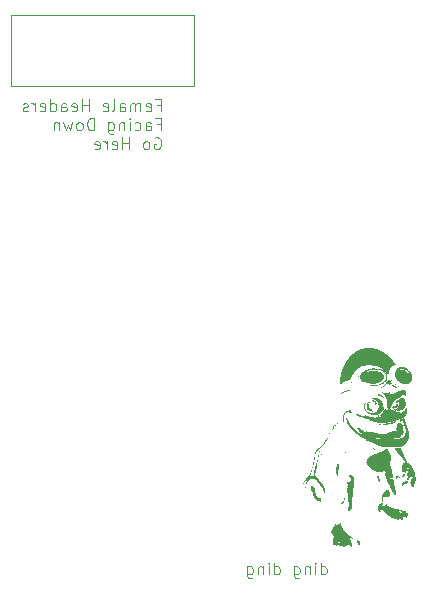
<source format=gbr>
%TF.GenerationSoftware,KiCad,Pcbnew,8.0.8*%
%TF.CreationDate,2025-03-04T17:08:21-05:00*%
%TF.ProjectId,board_AB,626f6172-645f-4414-922e-6b696361645f,rev?*%
%TF.SameCoordinates,Original*%
%TF.FileFunction,Legend,Bot*%
%TF.FilePolarity,Positive*%
%FSLAX46Y46*%
G04 Gerber Fmt 4.6, Leading zero omitted, Abs format (unit mm)*
G04 Created by KiCad (PCBNEW 8.0.8) date 2025-03-04 17:08:21*
%MOMM*%
%LPD*%
G01*
G04 APERTURE LIST*
%ADD10C,0.100000*%
%ADD11C,0.000000*%
G04 APERTURE END LIST*
D10*
X147500000Y-48500000D02*
X163000000Y-48500000D01*
X163000000Y-54500000D01*
X147500000Y-54500000D01*
X147500000Y-48500000D01*
X173767544Y-95872419D02*
X173767544Y-94872419D01*
X173767544Y-95824800D02*
X173862782Y-95872419D01*
X173862782Y-95872419D02*
X174053258Y-95872419D01*
X174053258Y-95872419D02*
X174148496Y-95824800D01*
X174148496Y-95824800D02*
X174196115Y-95777180D01*
X174196115Y-95777180D02*
X174243734Y-95681942D01*
X174243734Y-95681942D02*
X174243734Y-95396228D01*
X174243734Y-95396228D02*
X174196115Y-95300990D01*
X174196115Y-95300990D02*
X174148496Y-95253371D01*
X174148496Y-95253371D02*
X174053258Y-95205752D01*
X174053258Y-95205752D02*
X173862782Y-95205752D01*
X173862782Y-95205752D02*
X173767544Y-95253371D01*
X173291353Y-95872419D02*
X173291353Y-95205752D01*
X173291353Y-94872419D02*
X173338972Y-94920038D01*
X173338972Y-94920038D02*
X173291353Y-94967657D01*
X173291353Y-94967657D02*
X173243734Y-94920038D01*
X173243734Y-94920038D02*
X173291353Y-94872419D01*
X173291353Y-94872419D02*
X173291353Y-94967657D01*
X172815163Y-95205752D02*
X172815163Y-95872419D01*
X172815163Y-95300990D02*
X172767544Y-95253371D01*
X172767544Y-95253371D02*
X172672306Y-95205752D01*
X172672306Y-95205752D02*
X172529449Y-95205752D01*
X172529449Y-95205752D02*
X172434211Y-95253371D01*
X172434211Y-95253371D02*
X172386592Y-95348609D01*
X172386592Y-95348609D02*
X172386592Y-95872419D01*
X171481830Y-95205752D02*
X171481830Y-96015276D01*
X171481830Y-96015276D02*
X171529449Y-96110514D01*
X171529449Y-96110514D02*
X171577068Y-96158133D01*
X171577068Y-96158133D02*
X171672306Y-96205752D01*
X171672306Y-96205752D02*
X171815163Y-96205752D01*
X171815163Y-96205752D02*
X171910401Y-96158133D01*
X171481830Y-95824800D02*
X171577068Y-95872419D01*
X171577068Y-95872419D02*
X171767544Y-95872419D01*
X171767544Y-95872419D02*
X171862782Y-95824800D01*
X171862782Y-95824800D02*
X171910401Y-95777180D01*
X171910401Y-95777180D02*
X171958020Y-95681942D01*
X171958020Y-95681942D02*
X171958020Y-95396228D01*
X171958020Y-95396228D02*
X171910401Y-95300990D01*
X171910401Y-95300990D02*
X171862782Y-95253371D01*
X171862782Y-95253371D02*
X171767544Y-95205752D01*
X171767544Y-95205752D02*
X171577068Y-95205752D01*
X171577068Y-95205752D02*
X171481830Y-95253371D01*
X169815163Y-95872419D02*
X169815163Y-94872419D01*
X169815163Y-95824800D02*
X169910401Y-95872419D01*
X169910401Y-95872419D02*
X170100877Y-95872419D01*
X170100877Y-95872419D02*
X170196115Y-95824800D01*
X170196115Y-95824800D02*
X170243734Y-95777180D01*
X170243734Y-95777180D02*
X170291353Y-95681942D01*
X170291353Y-95681942D02*
X170291353Y-95396228D01*
X170291353Y-95396228D02*
X170243734Y-95300990D01*
X170243734Y-95300990D02*
X170196115Y-95253371D01*
X170196115Y-95253371D02*
X170100877Y-95205752D01*
X170100877Y-95205752D02*
X169910401Y-95205752D01*
X169910401Y-95205752D02*
X169815163Y-95253371D01*
X169338972Y-95872419D02*
X169338972Y-95205752D01*
X169338972Y-94872419D02*
X169386591Y-94920038D01*
X169386591Y-94920038D02*
X169338972Y-94967657D01*
X169338972Y-94967657D02*
X169291353Y-94920038D01*
X169291353Y-94920038D02*
X169338972Y-94872419D01*
X169338972Y-94872419D02*
X169338972Y-94967657D01*
X168862782Y-95205752D02*
X168862782Y-95872419D01*
X168862782Y-95300990D02*
X168815163Y-95253371D01*
X168815163Y-95253371D02*
X168719925Y-95205752D01*
X168719925Y-95205752D02*
X168577068Y-95205752D01*
X168577068Y-95205752D02*
X168481830Y-95253371D01*
X168481830Y-95253371D02*
X168434211Y-95348609D01*
X168434211Y-95348609D02*
X168434211Y-95872419D01*
X167529449Y-95205752D02*
X167529449Y-96015276D01*
X167529449Y-96015276D02*
X167577068Y-96110514D01*
X167577068Y-96110514D02*
X167624687Y-96158133D01*
X167624687Y-96158133D02*
X167719925Y-96205752D01*
X167719925Y-96205752D02*
X167862782Y-96205752D01*
X167862782Y-96205752D02*
X167958020Y-96158133D01*
X167529449Y-95824800D02*
X167624687Y-95872419D01*
X167624687Y-95872419D02*
X167815163Y-95872419D01*
X167815163Y-95872419D02*
X167910401Y-95824800D01*
X167910401Y-95824800D02*
X167958020Y-95777180D01*
X167958020Y-95777180D02*
X168005639Y-95681942D01*
X168005639Y-95681942D02*
X168005639Y-95396228D01*
X168005639Y-95396228D02*
X167958020Y-95300990D01*
X167958020Y-95300990D02*
X167910401Y-95253371D01*
X167910401Y-95253371D02*
X167815163Y-95205752D01*
X167815163Y-95205752D02*
X167624687Y-95205752D01*
X167624687Y-95205752D02*
X167529449Y-95253371D01*
X159862782Y-56128721D02*
X160196115Y-56128721D01*
X160196115Y-56652531D02*
X160196115Y-55652531D01*
X160196115Y-55652531D02*
X159719925Y-55652531D01*
X158958020Y-56604912D02*
X159053258Y-56652531D01*
X159053258Y-56652531D02*
X159243734Y-56652531D01*
X159243734Y-56652531D02*
X159338972Y-56604912D01*
X159338972Y-56604912D02*
X159386591Y-56509673D01*
X159386591Y-56509673D02*
X159386591Y-56128721D01*
X159386591Y-56128721D02*
X159338972Y-56033483D01*
X159338972Y-56033483D02*
X159243734Y-55985864D01*
X159243734Y-55985864D02*
X159053258Y-55985864D01*
X159053258Y-55985864D02*
X158958020Y-56033483D01*
X158958020Y-56033483D02*
X158910401Y-56128721D01*
X158910401Y-56128721D02*
X158910401Y-56223959D01*
X158910401Y-56223959D02*
X159386591Y-56319197D01*
X158481829Y-56652531D02*
X158481829Y-55985864D01*
X158481829Y-56081102D02*
X158434210Y-56033483D01*
X158434210Y-56033483D02*
X158338972Y-55985864D01*
X158338972Y-55985864D02*
X158196115Y-55985864D01*
X158196115Y-55985864D02*
X158100877Y-56033483D01*
X158100877Y-56033483D02*
X158053258Y-56128721D01*
X158053258Y-56128721D02*
X158053258Y-56652531D01*
X158053258Y-56128721D02*
X158005639Y-56033483D01*
X158005639Y-56033483D02*
X157910401Y-55985864D01*
X157910401Y-55985864D02*
X157767544Y-55985864D01*
X157767544Y-55985864D02*
X157672305Y-56033483D01*
X157672305Y-56033483D02*
X157624686Y-56128721D01*
X157624686Y-56128721D02*
X157624686Y-56652531D01*
X156719925Y-56652531D02*
X156719925Y-56128721D01*
X156719925Y-56128721D02*
X156767544Y-56033483D01*
X156767544Y-56033483D02*
X156862782Y-55985864D01*
X156862782Y-55985864D02*
X157053258Y-55985864D01*
X157053258Y-55985864D02*
X157148496Y-56033483D01*
X156719925Y-56604912D02*
X156815163Y-56652531D01*
X156815163Y-56652531D02*
X157053258Y-56652531D01*
X157053258Y-56652531D02*
X157148496Y-56604912D01*
X157148496Y-56604912D02*
X157196115Y-56509673D01*
X157196115Y-56509673D02*
X157196115Y-56414435D01*
X157196115Y-56414435D02*
X157148496Y-56319197D01*
X157148496Y-56319197D02*
X157053258Y-56271578D01*
X157053258Y-56271578D02*
X156815163Y-56271578D01*
X156815163Y-56271578D02*
X156719925Y-56223959D01*
X156100877Y-56652531D02*
X156196115Y-56604912D01*
X156196115Y-56604912D02*
X156243734Y-56509673D01*
X156243734Y-56509673D02*
X156243734Y-55652531D01*
X155338972Y-56604912D02*
X155434210Y-56652531D01*
X155434210Y-56652531D02*
X155624686Y-56652531D01*
X155624686Y-56652531D02*
X155719924Y-56604912D01*
X155719924Y-56604912D02*
X155767543Y-56509673D01*
X155767543Y-56509673D02*
X155767543Y-56128721D01*
X155767543Y-56128721D02*
X155719924Y-56033483D01*
X155719924Y-56033483D02*
X155624686Y-55985864D01*
X155624686Y-55985864D02*
X155434210Y-55985864D01*
X155434210Y-55985864D02*
X155338972Y-56033483D01*
X155338972Y-56033483D02*
X155291353Y-56128721D01*
X155291353Y-56128721D02*
X155291353Y-56223959D01*
X155291353Y-56223959D02*
X155767543Y-56319197D01*
X154100876Y-56652531D02*
X154100876Y-55652531D01*
X154100876Y-56128721D02*
X153529448Y-56128721D01*
X153529448Y-56652531D02*
X153529448Y-55652531D01*
X152672305Y-56604912D02*
X152767543Y-56652531D01*
X152767543Y-56652531D02*
X152958019Y-56652531D01*
X152958019Y-56652531D02*
X153053257Y-56604912D01*
X153053257Y-56604912D02*
X153100876Y-56509673D01*
X153100876Y-56509673D02*
X153100876Y-56128721D01*
X153100876Y-56128721D02*
X153053257Y-56033483D01*
X153053257Y-56033483D02*
X152958019Y-55985864D01*
X152958019Y-55985864D02*
X152767543Y-55985864D01*
X152767543Y-55985864D02*
X152672305Y-56033483D01*
X152672305Y-56033483D02*
X152624686Y-56128721D01*
X152624686Y-56128721D02*
X152624686Y-56223959D01*
X152624686Y-56223959D02*
X153100876Y-56319197D01*
X151767543Y-56652531D02*
X151767543Y-56128721D01*
X151767543Y-56128721D02*
X151815162Y-56033483D01*
X151815162Y-56033483D02*
X151910400Y-55985864D01*
X151910400Y-55985864D02*
X152100876Y-55985864D01*
X152100876Y-55985864D02*
X152196114Y-56033483D01*
X151767543Y-56604912D02*
X151862781Y-56652531D01*
X151862781Y-56652531D02*
X152100876Y-56652531D01*
X152100876Y-56652531D02*
X152196114Y-56604912D01*
X152196114Y-56604912D02*
X152243733Y-56509673D01*
X152243733Y-56509673D02*
X152243733Y-56414435D01*
X152243733Y-56414435D02*
X152196114Y-56319197D01*
X152196114Y-56319197D02*
X152100876Y-56271578D01*
X152100876Y-56271578D02*
X151862781Y-56271578D01*
X151862781Y-56271578D02*
X151767543Y-56223959D01*
X150862781Y-56652531D02*
X150862781Y-55652531D01*
X150862781Y-56604912D02*
X150958019Y-56652531D01*
X150958019Y-56652531D02*
X151148495Y-56652531D01*
X151148495Y-56652531D02*
X151243733Y-56604912D01*
X151243733Y-56604912D02*
X151291352Y-56557292D01*
X151291352Y-56557292D02*
X151338971Y-56462054D01*
X151338971Y-56462054D02*
X151338971Y-56176340D01*
X151338971Y-56176340D02*
X151291352Y-56081102D01*
X151291352Y-56081102D02*
X151243733Y-56033483D01*
X151243733Y-56033483D02*
X151148495Y-55985864D01*
X151148495Y-55985864D02*
X150958019Y-55985864D01*
X150958019Y-55985864D02*
X150862781Y-56033483D01*
X150005638Y-56604912D02*
X150100876Y-56652531D01*
X150100876Y-56652531D02*
X150291352Y-56652531D01*
X150291352Y-56652531D02*
X150386590Y-56604912D01*
X150386590Y-56604912D02*
X150434209Y-56509673D01*
X150434209Y-56509673D02*
X150434209Y-56128721D01*
X150434209Y-56128721D02*
X150386590Y-56033483D01*
X150386590Y-56033483D02*
X150291352Y-55985864D01*
X150291352Y-55985864D02*
X150100876Y-55985864D01*
X150100876Y-55985864D02*
X150005638Y-56033483D01*
X150005638Y-56033483D02*
X149958019Y-56128721D01*
X149958019Y-56128721D02*
X149958019Y-56223959D01*
X149958019Y-56223959D02*
X150434209Y-56319197D01*
X149529447Y-56652531D02*
X149529447Y-55985864D01*
X149529447Y-56176340D02*
X149481828Y-56081102D01*
X149481828Y-56081102D02*
X149434209Y-56033483D01*
X149434209Y-56033483D02*
X149338971Y-55985864D01*
X149338971Y-55985864D02*
X149243733Y-55985864D01*
X148958018Y-56604912D02*
X148862780Y-56652531D01*
X148862780Y-56652531D02*
X148672304Y-56652531D01*
X148672304Y-56652531D02*
X148577066Y-56604912D01*
X148577066Y-56604912D02*
X148529447Y-56509673D01*
X148529447Y-56509673D02*
X148529447Y-56462054D01*
X148529447Y-56462054D02*
X148577066Y-56366816D01*
X148577066Y-56366816D02*
X148672304Y-56319197D01*
X148672304Y-56319197D02*
X148815161Y-56319197D01*
X148815161Y-56319197D02*
X148910399Y-56271578D01*
X148910399Y-56271578D02*
X148958018Y-56176340D01*
X148958018Y-56176340D02*
X148958018Y-56128721D01*
X148958018Y-56128721D02*
X148910399Y-56033483D01*
X148910399Y-56033483D02*
X148815161Y-55985864D01*
X148815161Y-55985864D02*
X148672304Y-55985864D01*
X148672304Y-55985864D02*
X148577066Y-56033483D01*
X159862782Y-57738665D02*
X160196115Y-57738665D01*
X160196115Y-58262475D02*
X160196115Y-57262475D01*
X160196115Y-57262475D02*
X159719925Y-57262475D01*
X158910401Y-58262475D02*
X158910401Y-57738665D01*
X158910401Y-57738665D02*
X158958020Y-57643427D01*
X158958020Y-57643427D02*
X159053258Y-57595808D01*
X159053258Y-57595808D02*
X159243734Y-57595808D01*
X159243734Y-57595808D02*
X159338972Y-57643427D01*
X158910401Y-58214856D02*
X159005639Y-58262475D01*
X159005639Y-58262475D02*
X159243734Y-58262475D01*
X159243734Y-58262475D02*
X159338972Y-58214856D01*
X159338972Y-58214856D02*
X159386591Y-58119617D01*
X159386591Y-58119617D02*
X159386591Y-58024379D01*
X159386591Y-58024379D02*
X159338972Y-57929141D01*
X159338972Y-57929141D02*
X159243734Y-57881522D01*
X159243734Y-57881522D02*
X159005639Y-57881522D01*
X159005639Y-57881522D02*
X158910401Y-57833903D01*
X158005639Y-58214856D02*
X158100877Y-58262475D01*
X158100877Y-58262475D02*
X158291353Y-58262475D01*
X158291353Y-58262475D02*
X158386591Y-58214856D01*
X158386591Y-58214856D02*
X158434210Y-58167236D01*
X158434210Y-58167236D02*
X158481829Y-58071998D01*
X158481829Y-58071998D02*
X158481829Y-57786284D01*
X158481829Y-57786284D02*
X158434210Y-57691046D01*
X158434210Y-57691046D02*
X158386591Y-57643427D01*
X158386591Y-57643427D02*
X158291353Y-57595808D01*
X158291353Y-57595808D02*
X158100877Y-57595808D01*
X158100877Y-57595808D02*
X158005639Y-57643427D01*
X157577067Y-58262475D02*
X157577067Y-57595808D01*
X157577067Y-57262475D02*
X157624686Y-57310094D01*
X157624686Y-57310094D02*
X157577067Y-57357713D01*
X157577067Y-57357713D02*
X157529448Y-57310094D01*
X157529448Y-57310094D02*
X157577067Y-57262475D01*
X157577067Y-57262475D02*
X157577067Y-57357713D01*
X157100877Y-57595808D02*
X157100877Y-58262475D01*
X157100877Y-57691046D02*
X157053258Y-57643427D01*
X157053258Y-57643427D02*
X156958020Y-57595808D01*
X156958020Y-57595808D02*
X156815163Y-57595808D01*
X156815163Y-57595808D02*
X156719925Y-57643427D01*
X156719925Y-57643427D02*
X156672306Y-57738665D01*
X156672306Y-57738665D02*
X156672306Y-58262475D01*
X155767544Y-57595808D02*
X155767544Y-58405332D01*
X155767544Y-58405332D02*
X155815163Y-58500570D01*
X155815163Y-58500570D02*
X155862782Y-58548189D01*
X155862782Y-58548189D02*
X155958020Y-58595808D01*
X155958020Y-58595808D02*
X156100877Y-58595808D01*
X156100877Y-58595808D02*
X156196115Y-58548189D01*
X155767544Y-58214856D02*
X155862782Y-58262475D01*
X155862782Y-58262475D02*
X156053258Y-58262475D01*
X156053258Y-58262475D02*
X156148496Y-58214856D01*
X156148496Y-58214856D02*
X156196115Y-58167236D01*
X156196115Y-58167236D02*
X156243734Y-58071998D01*
X156243734Y-58071998D02*
X156243734Y-57786284D01*
X156243734Y-57786284D02*
X156196115Y-57691046D01*
X156196115Y-57691046D02*
X156148496Y-57643427D01*
X156148496Y-57643427D02*
X156053258Y-57595808D01*
X156053258Y-57595808D02*
X155862782Y-57595808D01*
X155862782Y-57595808D02*
X155767544Y-57643427D01*
X154529448Y-58262475D02*
X154529448Y-57262475D01*
X154529448Y-57262475D02*
X154291353Y-57262475D01*
X154291353Y-57262475D02*
X154148496Y-57310094D01*
X154148496Y-57310094D02*
X154053258Y-57405332D01*
X154053258Y-57405332D02*
X154005639Y-57500570D01*
X154005639Y-57500570D02*
X153958020Y-57691046D01*
X153958020Y-57691046D02*
X153958020Y-57833903D01*
X153958020Y-57833903D02*
X154005639Y-58024379D01*
X154005639Y-58024379D02*
X154053258Y-58119617D01*
X154053258Y-58119617D02*
X154148496Y-58214856D01*
X154148496Y-58214856D02*
X154291353Y-58262475D01*
X154291353Y-58262475D02*
X154529448Y-58262475D01*
X153386591Y-58262475D02*
X153481829Y-58214856D01*
X153481829Y-58214856D02*
X153529448Y-58167236D01*
X153529448Y-58167236D02*
X153577067Y-58071998D01*
X153577067Y-58071998D02*
X153577067Y-57786284D01*
X153577067Y-57786284D02*
X153529448Y-57691046D01*
X153529448Y-57691046D02*
X153481829Y-57643427D01*
X153481829Y-57643427D02*
X153386591Y-57595808D01*
X153386591Y-57595808D02*
X153243734Y-57595808D01*
X153243734Y-57595808D02*
X153148496Y-57643427D01*
X153148496Y-57643427D02*
X153100877Y-57691046D01*
X153100877Y-57691046D02*
X153053258Y-57786284D01*
X153053258Y-57786284D02*
X153053258Y-58071998D01*
X153053258Y-58071998D02*
X153100877Y-58167236D01*
X153100877Y-58167236D02*
X153148496Y-58214856D01*
X153148496Y-58214856D02*
X153243734Y-58262475D01*
X153243734Y-58262475D02*
X153386591Y-58262475D01*
X152719924Y-57595808D02*
X152529448Y-58262475D01*
X152529448Y-58262475D02*
X152338972Y-57786284D01*
X152338972Y-57786284D02*
X152148496Y-58262475D01*
X152148496Y-58262475D02*
X151958020Y-57595808D01*
X151577067Y-57595808D02*
X151577067Y-58262475D01*
X151577067Y-57691046D02*
X151529448Y-57643427D01*
X151529448Y-57643427D02*
X151434210Y-57595808D01*
X151434210Y-57595808D02*
X151291353Y-57595808D01*
X151291353Y-57595808D02*
X151196115Y-57643427D01*
X151196115Y-57643427D02*
X151148496Y-57738665D01*
X151148496Y-57738665D02*
X151148496Y-58262475D01*
X159672306Y-58920038D02*
X159767544Y-58872419D01*
X159767544Y-58872419D02*
X159910401Y-58872419D01*
X159910401Y-58872419D02*
X160053258Y-58920038D01*
X160053258Y-58920038D02*
X160148496Y-59015276D01*
X160148496Y-59015276D02*
X160196115Y-59110514D01*
X160196115Y-59110514D02*
X160243734Y-59300990D01*
X160243734Y-59300990D02*
X160243734Y-59443847D01*
X160243734Y-59443847D02*
X160196115Y-59634323D01*
X160196115Y-59634323D02*
X160148496Y-59729561D01*
X160148496Y-59729561D02*
X160053258Y-59824800D01*
X160053258Y-59824800D02*
X159910401Y-59872419D01*
X159910401Y-59872419D02*
X159815163Y-59872419D01*
X159815163Y-59872419D02*
X159672306Y-59824800D01*
X159672306Y-59824800D02*
X159624687Y-59777180D01*
X159624687Y-59777180D02*
X159624687Y-59443847D01*
X159624687Y-59443847D02*
X159815163Y-59443847D01*
X159053258Y-59872419D02*
X159148496Y-59824800D01*
X159148496Y-59824800D02*
X159196115Y-59777180D01*
X159196115Y-59777180D02*
X159243734Y-59681942D01*
X159243734Y-59681942D02*
X159243734Y-59396228D01*
X159243734Y-59396228D02*
X159196115Y-59300990D01*
X159196115Y-59300990D02*
X159148496Y-59253371D01*
X159148496Y-59253371D02*
X159053258Y-59205752D01*
X159053258Y-59205752D02*
X158910401Y-59205752D01*
X158910401Y-59205752D02*
X158815163Y-59253371D01*
X158815163Y-59253371D02*
X158767544Y-59300990D01*
X158767544Y-59300990D02*
X158719925Y-59396228D01*
X158719925Y-59396228D02*
X158719925Y-59681942D01*
X158719925Y-59681942D02*
X158767544Y-59777180D01*
X158767544Y-59777180D02*
X158815163Y-59824800D01*
X158815163Y-59824800D02*
X158910401Y-59872419D01*
X158910401Y-59872419D02*
X159053258Y-59872419D01*
X157529448Y-59872419D02*
X157529448Y-58872419D01*
X157529448Y-59348609D02*
X156958020Y-59348609D01*
X156958020Y-59872419D02*
X156958020Y-58872419D01*
X156100877Y-59824800D02*
X156196115Y-59872419D01*
X156196115Y-59872419D02*
X156386591Y-59872419D01*
X156386591Y-59872419D02*
X156481829Y-59824800D01*
X156481829Y-59824800D02*
X156529448Y-59729561D01*
X156529448Y-59729561D02*
X156529448Y-59348609D01*
X156529448Y-59348609D02*
X156481829Y-59253371D01*
X156481829Y-59253371D02*
X156386591Y-59205752D01*
X156386591Y-59205752D02*
X156196115Y-59205752D01*
X156196115Y-59205752D02*
X156100877Y-59253371D01*
X156100877Y-59253371D02*
X156053258Y-59348609D01*
X156053258Y-59348609D02*
X156053258Y-59443847D01*
X156053258Y-59443847D02*
X156529448Y-59539085D01*
X155624686Y-59872419D02*
X155624686Y-59205752D01*
X155624686Y-59396228D02*
X155577067Y-59300990D01*
X155577067Y-59300990D02*
X155529448Y-59253371D01*
X155529448Y-59253371D02*
X155434210Y-59205752D01*
X155434210Y-59205752D02*
X155338972Y-59205752D01*
X154624686Y-59824800D02*
X154719924Y-59872419D01*
X154719924Y-59872419D02*
X154910400Y-59872419D01*
X154910400Y-59872419D02*
X155005638Y-59824800D01*
X155005638Y-59824800D02*
X155053257Y-59729561D01*
X155053257Y-59729561D02*
X155053257Y-59348609D01*
X155053257Y-59348609D02*
X155005638Y-59253371D01*
X155005638Y-59253371D02*
X154910400Y-59205752D01*
X154910400Y-59205752D02*
X154719924Y-59205752D01*
X154719924Y-59205752D02*
X154624686Y-59253371D01*
X154624686Y-59253371D02*
X154577067Y-59348609D01*
X154577067Y-59348609D02*
X154577067Y-59443847D01*
X154577067Y-59443847D02*
X155053257Y-59539085D01*
D11*
%TO.C,G\u002A\u002A\u002A*%
G36*
X172237365Y-88414901D02*
G01*
X172234726Y-88417540D01*
X172232086Y-88414901D01*
X172234726Y-88412261D01*
X172237365Y-88414901D01*
G37*
G36*
X172511845Y-88747444D02*
G01*
X172509206Y-88750084D01*
X172506567Y-88747444D01*
X172509206Y-88744805D01*
X172511845Y-88747444D01*
G37*
G36*
X172522402Y-88752723D02*
G01*
X172519763Y-88755362D01*
X172517124Y-88752723D01*
X172519763Y-88750084D01*
X172522402Y-88752723D01*
G37*
G36*
X172744098Y-88647153D02*
G01*
X172741459Y-88649793D01*
X172738820Y-88647153D01*
X172741459Y-88644514D01*
X172744098Y-88647153D01*
G37*
G36*
X172865503Y-88631318D02*
G01*
X172862864Y-88633957D01*
X172860224Y-88631318D01*
X172862864Y-88628679D01*
X172865503Y-88631318D01*
G37*
G36*
X172891895Y-89264734D02*
G01*
X172889256Y-89267374D01*
X172886617Y-89264734D01*
X172889256Y-89262095D01*
X172891895Y-89264734D01*
G37*
G36*
X172913009Y-88536305D02*
G01*
X172910370Y-88538945D01*
X172907731Y-88536305D01*
X172910370Y-88533666D01*
X172913009Y-88536305D01*
G37*
G36*
X172913009Y-88673546D02*
G01*
X172910370Y-88676185D01*
X172907731Y-88673546D01*
X172910370Y-88670906D01*
X172913009Y-88673546D01*
G37*
G36*
X172976351Y-88372673D02*
G01*
X172973712Y-88375312D01*
X172971072Y-88372673D01*
X172973712Y-88370034D01*
X172976351Y-88372673D01*
G37*
G36*
X173013300Y-88383230D02*
G01*
X173010661Y-88385869D01*
X173008022Y-88383230D01*
X173010661Y-88380591D01*
X173013300Y-88383230D01*
G37*
G36*
X173023857Y-87559788D02*
G01*
X173021218Y-87562428D01*
X173018579Y-87559788D01*
X173021218Y-87557149D01*
X173023857Y-87559788D01*
G37*
G36*
X173029135Y-88362116D02*
G01*
X173026496Y-88364755D01*
X173023857Y-88362116D01*
X173026496Y-88359477D01*
X173029135Y-88362116D01*
G37*
G36*
X173055528Y-88404344D02*
G01*
X173052889Y-88406983D01*
X173050249Y-88404344D01*
X173052889Y-88401704D01*
X173055528Y-88404344D01*
G37*
G36*
X173071363Y-89043039D02*
G01*
X173068724Y-89045678D01*
X173066085Y-89043039D01*
X173068724Y-89040399D01*
X173071363Y-89043039D01*
G37*
G36*
X173081920Y-89116937D02*
G01*
X173079281Y-89119576D01*
X173076642Y-89116937D01*
X173079281Y-89114298D01*
X173081920Y-89116937D01*
G37*
G36*
X173261388Y-89417810D02*
G01*
X173258749Y-89420449D01*
X173256110Y-89417810D01*
X173258749Y-89415171D01*
X173261388Y-89417810D01*
G37*
G36*
X173356401Y-86551601D02*
G01*
X173353761Y-86554240D01*
X173351122Y-86551601D01*
X173353761Y-86548961D01*
X173356401Y-86551601D01*
G37*
G36*
X173419742Y-86372133D02*
G01*
X173417103Y-86374772D01*
X173414464Y-86372133D01*
X173417103Y-86369493D01*
X173419742Y-86372133D01*
G37*
G36*
X173440856Y-86282399D02*
G01*
X173438217Y-86285038D01*
X173435578Y-86282399D01*
X173438217Y-86279759D01*
X173440856Y-86282399D01*
G37*
G36*
X173451413Y-86620221D02*
G01*
X173448774Y-86622860D01*
X173446135Y-86620221D01*
X173448774Y-86617581D01*
X173451413Y-86620221D01*
G37*
G36*
X173461970Y-86757461D02*
G01*
X173459331Y-86760100D01*
X173456692Y-86757461D01*
X173459331Y-86754822D01*
X173461970Y-86757461D01*
G37*
G36*
X173467249Y-86345740D02*
G01*
X173464609Y-86348379D01*
X173461970Y-86345740D01*
X173464609Y-86343101D01*
X173467249Y-86345740D01*
G37*
G36*
X173467249Y-86472423D02*
G01*
X173464609Y-86475063D01*
X173461970Y-86472423D01*
X173464609Y-86469784D01*
X173467249Y-86472423D01*
G37*
G36*
X173467249Y-86683562D02*
G01*
X173464609Y-86686202D01*
X173461970Y-86683562D01*
X173464609Y-86680923D01*
X173467249Y-86683562D01*
G37*
G36*
X173472527Y-86446031D02*
G01*
X173469888Y-86448670D01*
X173467249Y-86446031D01*
X173469888Y-86443392D01*
X173472527Y-86446031D01*
G37*
G36*
X173472527Y-86530487D02*
G01*
X173469888Y-86533126D01*
X173467249Y-86530487D01*
X173469888Y-86527847D01*
X173472527Y-86530487D01*
G37*
G36*
X173477805Y-86287677D02*
G01*
X173475166Y-86290316D01*
X173472527Y-86287677D01*
X173475166Y-86285038D01*
X173477805Y-86287677D01*
G37*
G36*
X173483084Y-86124044D02*
G01*
X173480445Y-86126684D01*
X173477805Y-86124044D01*
X173480445Y-86121405D01*
X173483084Y-86124044D01*
G37*
G36*
X173483084Y-86646613D02*
G01*
X173480445Y-86649252D01*
X173477805Y-86646613D01*
X173480445Y-86643974D01*
X173483084Y-86646613D01*
G37*
G36*
X173488362Y-86636056D02*
G01*
X173485723Y-86638695D01*
X173483084Y-86636056D01*
X173485723Y-86633417D01*
X173488362Y-86636056D01*
G37*
G36*
X173498919Y-86182108D02*
G01*
X173496280Y-86184747D01*
X173493641Y-86182108D01*
X173496280Y-86179468D01*
X173498919Y-86182108D01*
G37*
G36*
X173509476Y-86203221D02*
G01*
X173506837Y-86205861D01*
X173504198Y-86203221D01*
X173506837Y-86200582D01*
X173509476Y-86203221D01*
G37*
G36*
X173509476Y-86525208D02*
G01*
X173506837Y-86527847D01*
X173504198Y-86525208D01*
X173506837Y-86522569D01*
X173509476Y-86525208D01*
G37*
G36*
X173514755Y-86065981D02*
G01*
X173512116Y-86068620D01*
X173509476Y-86065981D01*
X173512116Y-86063342D01*
X173514755Y-86065981D01*
G37*
G36*
X173615046Y-85701767D02*
G01*
X173612406Y-85704406D01*
X173609767Y-85701767D01*
X173612406Y-85699128D01*
X173615046Y-85701767D01*
G37*
G36*
X173646717Y-88251268D02*
G01*
X173644077Y-88253907D01*
X173641438Y-88251268D01*
X173644077Y-88248629D01*
X173646717Y-88251268D01*
G37*
G36*
X173805071Y-85775665D02*
G01*
X173802431Y-85778305D01*
X173799792Y-85775665D01*
X173802431Y-85773026D01*
X173805071Y-85775665D01*
G37*
G36*
X173805071Y-85828450D02*
G01*
X173802431Y-85831089D01*
X173799792Y-85828450D01*
X173802431Y-85825811D01*
X173805071Y-85828450D01*
G37*
G36*
X173820906Y-85823172D02*
G01*
X173818267Y-85825811D01*
X173815628Y-85823172D01*
X173818267Y-85820532D01*
X173820906Y-85823172D01*
G37*
G36*
X173836741Y-85596197D02*
G01*
X173834102Y-85598837D01*
X173831463Y-85596197D01*
X173834102Y-85593558D01*
X173836741Y-85596197D01*
G37*
G36*
X173868412Y-85780944D02*
G01*
X173865773Y-85783583D01*
X173863134Y-85780944D01*
X173865773Y-85778305D01*
X173868412Y-85780944D01*
G37*
G36*
X173873691Y-88531027D02*
G01*
X173871051Y-88533666D01*
X173868412Y-88531027D01*
X173871051Y-88528388D01*
X173873691Y-88531027D01*
G37*
G36*
X173931754Y-85759830D02*
G01*
X173929115Y-85762469D01*
X173926475Y-85759830D01*
X173929115Y-85757191D01*
X173931754Y-85759830D01*
G37*
G36*
X173937032Y-85717602D02*
G01*
X173934393Y-85720241D01*
X173931754Y-85717602D01*
X173934393Y-85714963D01*
X173937032Y-85717602D01*
G37*
G36*
X174338196Y-84234352D02*
G01*
X174335557Y-84236991D01*
X174332918Y-84234352D01*
X174335557Y-84231713D01*
X174338196Y-84234352D01*
G37*
G36*
X174354032Y-84207960D02*
G01*
X174351392Y-84210599D01*
X174348753Y-84207960D01*
X174351392Y-84205320D01*
X174354032Y-84207960D01*
G37*
G36*
X174359310Y-84197403D02*
G01*
X174356671Y-84200042D01*
X174354032Y-84197403D01*
X174356671Y-84194763D01*
X174359310Y-84197403D01*
G37*
G36*
X174390981Y-84139340D02*
G01*
X174388342Y-84141979D01*
X174385702Y-84139340D01*
X174388342Y-84136700D01*
X174390981Y-84139340D01*
G37*
G36*
X174417373Y-84081276D02*
G01*
X174414734Y-84083916D01*
X174412095Y-84081276D01*
X174414734Y-84078637D01*
X174417373Y-84081276D01*
G37*
G36*
X174422652Y-84070719D02*
G01*
X174420012Y-84073359D01*
X174417373Y-84070719D01*
X174420012Y-84068080D01*
X174422652Y-84070719D01*
G37*
G36*
X174433209Y-84049606D02*
G01*
X174430569Y-84052245D01*
X174427930Y-84049606D01*
X174430569Y-84046966D01*
X174433209Y-84049606D01*
G37*
G36*
X174438487Y-84039049D02*
G01*
X174435848Y-84041688D01*
X174433209Y-84039049D01*
X174435848Y-84036409D01*
X174438487Y-84039049D01*
G37*
G36*
X174443766Y-84028492D02*
G01*
X174441126Y-84031131D01*
X174438487Y-84028492D01*
X174441126Y-84025852D01*
X174443766Y-84028492D01*
G37*
G36*
X174449044Y-84017935D02*
G01*
X174446405Y-84020574D01*
X174443766Y-84017935D01*
X174446405Y-84015295D01*
X174449044Y-84017935D01*
G37*
G36*
X174454322Y-84007378D02*
G01*
X174451683Y-84010017D01*
X174449044Y-84007378D01*
X174451683Y-84004739D01*
X174454322Y-84007378D01*
G37*
G36*
X174459601Y-83996821D02*
G01*
X174456962Y-83999460D01*
X174454322Y-83996821D01*
X174456962Y-83994182D01*
X174459601Y-83996821D01*
G37*
G36*
X174464879Y-83986264D02*
G01*
X174462240Y-83988903D01*
X174459601Y-83986264D01*
X174462240Y-83983625D01*
X174464879Y-83986264D01*
G37*
G36*
X174470158Y-83975707D02*
G01*
X174467519Y-83978346D01*
X174464879Y-83975707D01*
X174467519Y-83973068D01*
X174470158Y-83975707D01*
G37*
G36*
X174496550Y-83917644D02*
G01*
X174493911Y-83920283D01*
X174491272Y-83917644D01*
X174493911Y-83915005D01*
X174496550Y-83917644D01*
G37*
G36*
X174512386Y-83880694D02*
G01*
X174509746Y-83883334D01*
X174507107Y-83880694D01*
X174509746Y-83878055D01*
X174512386Y-83880694D01*
G37*
G36*
X174517664Y-83870138D02*
G01*
X174515025Y-83872777D01*
X174512386Y-83870138D01*
X174515025Y-83867498D01*
X174517664Y-83870138D01*
G37*
G36*
X174528221Y-83843745D02*
G01*
X174525582Y-83846384D01*
X174522943Y-83843745D01*
X174525582Y-83841106D01*
X174528221Y-83843745D01*
G37*
G36*
X174533500Y-83833188D02*
G01*
X174530860Y-83835827D01*
X174528221Y-83833188D01*
X174530860Y-83830549D01*
X174533500Y-83833188D01*
G37*
G36*
X174544056Y-83806796D02*
G01*
X174541417Y-83809435D01*
X174538778Y-83806796D01*
X174541417Y-83804157D01*
X174544056Y-83806796D01*
G37*
G36*
X174549335Y-83796239D02*
G01*
X174546696Y-83798878D01*
X174544056Y-83796239D01*
X174546696Y-83793600D01*
X174549335Y-83796239D01*
G37*
G36*
X174565170Y-83754011D02*
G01*
X174562531Y-83756650D01*
X174559892Y-83754011D01*
X174562531Y-83751372D01*
X174565170Y-83754011D01*
G37*
G36*
X174570449Y-83743454D02*
G01*
X174567810Y-83746093D01*
X174565170Y-83743454D01*
X174567810Y-83740815D01*
X174570449Y-83743454D01*
G37*
G36*
X174586284Y-83701226D02*
G01*
X174583645Y-83703866D01*
X174581006Y-83701226D01*
X174583645Y-83698587D01*
X174586284Y-83701226D01*
G37*
G36*
X174596841Y-83674834D02*
G01*
X174594202Y-83677473D01*
X174591563Y-83674834D01*
X174594202Y-83672195D01*
X174596841Y-83674834D01*
G37*
G36*
X174602120Y-83664277D02*
G01*
X174599480Y-83666916D01*
X174596841Y-83664277D01*
X174599480Y-83661638D01*
X174602120Y-83664277D01*
G37*
G36*
X174617955Y-83622049D02*
G01*
X174615316Y-83624689D01*
X174612677Y-83622049D01*
X174615316Y-83619410D01*
X174617955Y-83622049D01*
G37*
G36*
X174623234Y-83611492D02*
G01*
X174620594Y-83614132D01*
X174617955Y-83611492D01*
X174620594Y-83608853D01*
X174623234Y-83611492D01*
G37*
G36*
X174628512Y-83595657D02*
G01*
X174625873Y-83598296D01*
X174623234Y-83595657D01*
X174625873Y-83593018D01*
X174628512Y-83595657D01*
G37*
G36*
X174633790Y-83585100D02*
G01*
X174631151Y-83587739D01*
X174628512Y-83585100D01*
X174631151Y-83582461D01*
X174633790Y-83585100D01*
G37*
G36*
X174639069Y-83569265D02*
G01*
X174636430Y-83571904D01*
X174633790Y-83569265D01*
X174636430Y-83566625D01*
X174639069Y-83569265D01*
G37*
G36*
X174702411Y-83938758D02*
G01*
X174699771Y-83941397D01*
X174697132Y-83938758D01*
X174699771Y-83936118D01*
X174702411Y-83938758D01*
G37*
G36*
X174718246Y-83912365D02*
G01*
X174715607Y-83915005D01*
X174712968Y-83912365D01*
X174715607Y-83909726D01*
X174718246Y-83912365D01*
G37*
G36*
X174771031Y-83748733D02*
G01*
X174768391Y-83751372D01*
X174765752Y-83748733D01*
X174768391Y-83746093D01*
X174771031Y-83748733D01*
G37*
G36*
X174781588Y-83711783D02*
G01*
X174778948Y-83714423D01*
X174776309Y-83711783D01*
X174778948Y-83709144D01*
X174781588Y-83711783D01*
G37*
G36*
X175135245Y-86514651D02*
G01*
X175132606Y-86517290D01*
X175129967Y-86514651D01*
X175132606Y-86512012D01*
X175135245Y-86514651D01*
G37*
G36*
X175161638Y-87396156D02*
G01*
X175158998Y-87398795D01*
X175156359Y-87396156D01*
X175158998Y-87393517D01*
X175161638Y-87396156D01*
G37*
G36*
X175462510Y-80597486D02*
G01*
X175459871Y-80600125D01*
X175457232Y-80597486D01*
X175459871Y-80594847D01*
X175462510Y-80597486D01*
G37*
G36*
X175499460Y-91523920D02*
G01*
X175496820Y-91526559D01*
X175494181Y-91523920D01*
X175496820Y-91521281D01*
X175499460Y-91523920D01*
G37*
G36*
X175504738Y-91513363D02*
G01*
X175502099Y-91516002D01*
X175499460Y-91513363D01*
X175502099Y-91510724D01*
X175504738Y-91513363D01*
G37*
G36*
X175715877Y-89111659D02*
G01*
X175713238Y-89114298D01*
X175710598Y-89111659D01*
X175713238Y-89109020D01*
X175715877Y-89111659D01*
G37*
G36*
X175758105Y-83168101D02*
G01*
X175755465Y-83170740D01*
X175752826Y-83168101D01*
X175755465Y-83165462D01*
X175758105Y-83168101D01*
G37*
G36*
X175758105Y-89259456D02*
G01*
X175755465Y-89262095D01*
X175752826Y-89259456D01*
X175755465Y-89256817D01*
X175758105Y-89259456D01*
G37*
G36*
X175763383Y-83178658D02*
G01*
X175760744Y-83181297D01*
X175758105Y-83178658D01*
X175760744Y-83176019D01*
X175763383Y-83178658D01*
G37*
G36*
X175779219Y-89396696D02*
G01*
X175776579Y-89399335D01*
X175773940Y-89396696D01*
X175776579Y-89394057D01*
X175779219Y-89396696D01*
G37*
G36*
X175837282Y-82107128D02*
G01*
X175834643Y-82109768D01*
X175832003Y-82107128D01*
X175834643Y-82104489D01*
X175837282Y-82107128D01*
G37*
G36*
X175837282Y-83331734D02*
G01*
X175834643Y-83334373D01*
X175832003Y-83331734D01*
X175834643Y-83329094D01*
X175837282Y-83331734D01*
G37*
G36*
X175921737Y-82587469D02*
G01*
X175919098Y-82590108D01*
X175916459Y-82587469D01*
X175919098Y-82584830D01*
X175921737Y-82587469D01*
G37*
G36*
X175921737Y-82687760D02*
G01*
X175919098Y-82690399D01*
X175916459Y-82687760D01*
X175919098Y-82685121D01*
X175921737Y-82687760D01*
G37*
G36*
X175995636Y-90457669D02*
G01*
X175992997Y-90460308D01*
X175990357Y-90457669D01*
X175992997Y-90455029D01*
X175995636Y-90457669D01*
G37*
G36*
X176000914Y-88298774D02*
G01*
X175998275Y-88301414D01*
X175995636Y-88298774D01*
X175998275Y-88296135D01*
X176000914Y-88298774D01*
G37*
G36*
X176000914Y-89122216D02*
G01*
X175998275Y-89124855D01*
X175995636Y-89122216D01*
X175998275Y-89119576D01*
X176000914Y-89122216D01*
G37*
G36*
X176006193Y-89074709D02*
G01*
X176003554Y-89077349D01*
X176000914Y-89074709D01*
X176003554Y-89072070D01*
X176006193Y-89074709D01*
G37*
G36*
X176011471Y-88245990D02*
G01*
X176008832Y-88248629D01*
X176006193Y-88245990D01*
X176008832Y-88243350D01*
X176011471Y-88245990D01*
G37*
G36*
X176016750Y-83125873D02*
G01*
X176014111Y-83128512D01*
X176011471Y-83125873D01*
X176014111Y-83123234D01*
X176016750Y-83125873D01*
G37*
G36*
X176016750Y-88214319D02*
G01*
X176014111Y-88216958D01*
X176011471Y-88214319D01*
X176014111Y-88211680D01*
X176016750Y-88214319D01*
G37*
G36*
X176022028Y-89138051D02*
G01*
X176019389Y-89140690D01*
X176016750Y-89138051D01*
X176019389Y-89135412D01*
X176022028Y-89138051D01*
G37*
G36*
X176037864Y-90241251D02*
G01*
X176035224Y-90243891D01*
X176032585Y-90241251D01*
X176035224Y-90238612D01*
X176037864Y-90241251D01*
G37*
G36*
X176043142Y-90536846D02*
G01*
X176040503Y-90539485D01*
X176037864Y-90536846D01*
X176040503Y-90534207D01*
X176043142Y-90536846D01*
G37*
G36*
X176053699Y-82165192D02*
G01*
X176051060Y-82167831D01*
X176048421Y-82165192D01*
X176051060Y-82162552D01*
X176053699Y-82165192D01*
G37*
G36*
X176064256Y-90389049D02*
G01*
X176061617Y-90391688D01*
X176058978Y-90389049D01*
X176061617Y-90386409D01*
X176064256Y-90389049D01*
G37*
G36*
X176085370Y-90204302D02*
G01*
X176082731Y-90206941D01*
X176080091Y-90204302D01*
X176082731Y-90201663D01*
X176085370Y-90204302D01*
G37*
G36*
X176085370Y-90552681D02*
G01*
X176082731Y-90555320D01*
X176080091Y-90552681D01*
X176082731Y-90550042D01*
X176085370Y-90552681D01*
G37*
G36*
X176090648Y-87512282D02*
G01*
X176088009Y-87514921D01*
X176085370Y-87512282D01*
X176088009Y-87509643D01*
X176090648Y-87512282D01*
G37*
G36*
X176095927Y-90547403D02*
G01*
X176093288Y-90550042D01*
X176090648Y-90547403D01*
X176093288Y-90544763D01*
X176095927Y-90547403D01*
G37*
G36*
X176122319Y-87480611D02*
G01*
X176119680Y-87483251D01*
X176117041Y-87480611D01*
X176119680Y-87477972D01*
X176122319Y-87480611D01*
G37*
G36*
X176148712Y-82191584D02*
G01*
X176146072Y-82194223D01*
X176143433Y-82191584D01*
X176146072Y-82188945D01*
X176148712Y-82191584D01*
G37*
G36*
X176159268Y-90521010D02*
G01*
X176156629Y-90523650D01*
X176153990Y-90521010D01*
X176156629Y-90518371D01*
X176159268Y-90521010D01*
G37*
G36*
X176175104Y-90531567D02*
G01*
X176172465Y-90534207D01*
X176169825Y-90531567D01*
X176172465Y-90528928D01*
X176175104Y-90531567D01*
G37*
G36*
X176175104Y-90542124D02*
G01*
X176172465Y-90544763D01*
X176169825Y-90542124D01*
X176172465Y-90539485D01*
X176175104Y-90542124D01*
G37*
G36*
X176180382Y-90468226D02*
G01*
X176177743Y-90470865D01*
X176175104Y-90468226D01*
X176177743Y-90465586D01*
X176180382Y-90468226D01*
G37*
G36*
X176180382Y-90552681D02*
G01*
X176177743Y-90555320D01*
X176175104Y-90552681D01*
X176177743Y-90550042D01*
X176180382Y-90552681D01*
G37*
G36*
X176217332Y-83442581D02*
G01*
X176214692Y-83445221D01*
X176212053Y-83442581D01*
X176214692Y-83439942D01*
X176217332Y-83442581D01*
G37*
G36*
X176217332Y-87459497D02*
G01*
X176214692Y-87462137D01*
X176212053Y-87459497D01*
X176214692Y-87456858D01*
X176217332Y-87459497D01*
G37*
G36*
X176249002Y-92822423D02*
G01*
X176246363Y-92825063D01*
X176243724Y-92822423D01*
X176246363Y-92819784D01*
X176249002Y-92822423D01*
G37*
G36*
X176285952Y-90431276D02*
G01*
X176283313Y-90433916D01*
X176280673Y-90431276D01*
X176283313Y-90428637D01*
X176285952Y-90431276D01*
G37*
G36*
X176322901Y-82170470D02*
G01*
X176320262Y-82173109D01*
X176317623Y-82170470D01*
X176320262Y-82167831D01*
X176322901Y-82170470D01*
G37*
G36*
X176328180Y-82022673D02*
G01*
X176325540Y-82025312D01*
X176322901Y-82022673D01*
X176325540Y-82020034D01*
X176328180Y-82022673D01*
G37*
G36*
X176344015Y-82027951D02*
G01*
X176341376Y-82030591D01*
X176338736Y-82027951D01*
X176341376Y-82025312D01*
X176344015Y-82027951D01*
G37*
G36*
X176354572Y-82017394D02*
G01*
X176351933Y-82020034D01*
X176349293Y-82017394D01*
X176351933Y-82014755D01*
X176354572Y-82017394D01*
G37*
G36*
X176370407Y-87470054D02*
G01*
X176367768Y-87472694D01*
X176365129Y-87470054D01*
X176367768Y-87467415D01*
X176370407Y-87470054D01*
G37*
G36*
X176380964Y-82138799D02*
G01*
X176378325Y-82141438D01*
X176375686Y-82138799D01*
X176378325Y-82136160D01*
X176380964Y-82138799D01*
G37*
G36*
X176433749Y-92843537D02*
G01*
X176431110Y-92846177D01*
X176428470Y-92843537D01*
X176431110Y-92840898D01*
X176433749Y-92843537D01*
G37*
G36*
X176528761Y-82249647D02*
G01*
X176526122Y-82252286D01*
X176523483Y-82249647D01*
X176526122Y-82247008D01*
X176528761Y-82249647D01*
G37*
G36*
X176618495Y-82223255D02*
G01*
X176615856Y-82225894D01*
X176613217Y-82223255D01*
X176615856Y-82220616D01*
X176618495Y-82223255D01*
G37*
G36*
X176634331Y-82276039D02*
G01*
X176631692Y-82278679D01*
X176629052Y-82276039D01*
X176631692Y-82273400D01*
X176634331Y-82276039D01*
G37*
G36*
X176771571Y-92986056D02*
G01*
X176768932Y-92988695D01*
X176766293Y-92986056D01*
X176768932Y-92983417D01*
X176771571Y-92986056D01*
G37*
G36*
X176803242Y-93102182D02*
G01*
X176800603Y-93104822D01*
X176797963Y-93102182D01*
X176800603Y-93099543D01*
X176803242Y-93102182D01*
G37*
G36*
X176856027Y-84028492D02*
G01*
X176853387Y-84031131D01*
X176850748Y-84028492D01*
X176853387Y-84025852D01*
X176856027Y-84028492D01*
G37*
G36*
X176898254Y-78464984D02*
G01*
X176895615Y-78467623D01*
X176892976Y-78464984D01*
X176895615Y-78462345D01*
X176898254Y-78464984D01*
G37*
G36*
X176940482Y-79156463D02*
G01*
X176937843Y-79159103D01*
X176935204Y-79156463D01*
X176937843Y-79153824D01*
X176940482Y-79156463D01*
G37*
G36*
X176951039Y-84118226D02*
G01*
X176948400Y-84120865D01*
X176945761Y-84118226D01*
X176948400Y-84115586D01*
X176951039Y-84118226D01*
G37*
G36*
X176972153Y-78406921D02*
G01*
X176969514Y-78409560D01*
X176966874Y-78406921D01*
X176969514Y-78404281D01*
X176972153Y-78406921D01*
G37*
G36*
X176993267Y-78966438D02*
G01*
X176990628Y-78969078D01*
X176987988Y-78966438D01*
X176990628Y-78963799D01*
X176993267Y-78966438D01*
G37*
G36*
X177220241Y-78269680D02*
G01*
X177217602Y-78272320D01*
X177214963Y-78269680D01*
X177217602Y-78267041D01*
X177220241Y-78269680D01*
G37*
G36*
X177225519Y-79504842D02*
G01*
X177222880Y-79507482D01*
X177220241Y-79504842D01*
X177222880Y-79502203D01*
X177225519Y-79504842D01*
G37*
G36*
X177273026Y-78639173D02*
G01*
X177270386Y-78641813D01*
X177267747Y-78639173D01*
X177270386Y-78636534D01*
X177273026Y-78639173D01*
G37*
G36*
X177273026Y-79552349D02*
G01*
X177270386Y-79554988D01*
X177267747Y-79552349D01*
X177270386Y-79549709D01*
X177273026Y-79552349D01*
G37*
G36*
X177389152Y-84387428D02*
G01*
X177386513Y-84390067D01*
X177383874Y-84387428D01*
X177386513Y-84384788D01*
X177389152Y-84387428D01*
G37*
G36*
X177399709Y-78665566D02*
G01*
X177397070Y-78668205D01*
X177394431Y-78665566D01*
X177397070Y-78662926D01*
X177399709Y-78665566D01*
G37*
G36*
X177410266Y-79610412D02*
G01*
X177407627Y-79613051D01*
X177404987Y-79610412D01*
X177407627Y-79607773D01*
X177410266Y-79610412D01*
G37*
G36*
X177505278Y-82492457D02*
G01*
X177502639Y-82495096D01*
X177500000Y-82492457D01*
X177502639Y-82489818D01*
X177505278Y-82492457D01*
G37*
G36*
X177536949Y-79605133D02*
G01*
X177534310Y-79607773D01*
X177531671Y-79605133D01*
X177534310Y-79602494D01*
X177536949Y-79605133D01*
G37*
G36*
X177552785Y-82503014D02*
G01*
X177550145Y-82505653D01*
X177547506Y-82503014D01*
X177550145Y-82500374D01*
X177552785Y-82503014D01*
G37*
G36*
X177573899Y-79747652D02*
G01*
X177571259Y-79750291D01*
X177568620Y-79747652D01*
X177571259Y-79745013D01*
X177573899Y-79747652D01*
G37*
G36*
X177589734Y-86308791D02*
G01*
X177587095Y-86311430D01*
X177584455Y-86308791D01*
X177587095Y-86306152D01*
X177589734Y-86308791D01*
G37*
G36*
X177600291Y-86351019D02*
G01*
X177597652Y-86353658D01*
X177595012Y-86351019D01*
X177597652Y-86348379D01*
X177600291Y-86351019D01*
G37*
G36*
X177610848Y-86314069D02*
G01*
X177608209Y-86316709D01*
X177605569Y-86314069D01*
X177608209Y-86311430D01*
X177610848Y-86314069D01*
G37*
G36*
X177621405Y-79890171D02*
G01*
X177618766Y-79892810D01*
X177616126Y-79890171D01*
X177618766Y-79887532D01*
X177621405Y-79890171D01*
G37*
G36*
X177621405Y-86240171D02*
G01*
X177618766Y-86242810D01*
X177616126Y-86240171D01*
X177618766Y-86237532D01*
X177621405Y-86240171D01*
G37*
G36*
X177621405Y-86482980D02*
G01*
X177618766Y-86485620D01*
X177616126Y-86482980D01*
X177618766Y-86480341D01*
X177621405Y-86482980D01*
G37*
G36*
X177637240Y-86213778D02*
G01*
X177634601Y-86216418D01*
X177631962Y-86213778D01*
X177634601Y-86211139D01*
X177637240Y-86213778D01*
G37*
G36*
X177642519Y-86562157D02*
G01*
X177639879Y-86564797D01*
X177637240Y-86562157D01*
X177639879Y-86559518D01*
X177642519Y-86562157D01*
G37*
G36*
X177653076Y-84582731D02*
G01*
X177650436Y-84585370D01*
X177647797Y-84582731D01*
X177650436Y-84580092D01*
X177653076Y-84582731D01*
G37*
G36*
X177658354Y-86124044D02*
G01*
X177655715Y-86126684D01*
X177653076Y-86124044D01*
X177655715Y-86121405D01*
X177658354Y-86124044D01*
G37*
G36*
X177663633Y-86593828D02*
G01*
X177660993Y-86596468D01*
X177658354Y-86593828D01*
X177660993Y-86591189D01*
X177663633Y-86593828D01*
G37*
G36*
X177679468Y-86577993D02*
G01*
X177676829Y-86580632D01*
X177674189Y-86577993D01*
X177676829Y-86575354D01*
X177679468Y-86577993D01*
G37*
G36*
X177690025Y-86034310D02*
G01*
X177687386Y-86036950D01*
X177684746Y-86034310D01*
X177687386Y-86031671D01*
X177690025Y-86034310D01*
G37*
G36*
X177700582Y-78528325D02*
G01*
X177697943Y-78530965D01*
X177695303Y-78528325D01*
X177697943Y-78525686D01*
X177700582Y-78528325D01*
G37*
G36*
X177705860Y-86636056D02*
G01*
X177703221Y-86638695D01*
X177700582Y-86636056D01*
X177703221Y-86633417D01*
X177705860Y-86636056D01*
G37*
G36*
X177742810Y-86034310D02*
G01*
X177740170Y-86036950D01*
X177737531Y-86034310D01*
X177740170Y-86031671D01*
X177742810Y-86034310D01*
G37*
G36*
X177758645Y-86007918D02*
G01*
X177756006Y-86010557D01*
X177753367Y-86007918D01*
X177756006Y-86005279D01*
X177758645Y-86007918D01*
G37*
G36*
X177811430Y-79853221D02*
G01*
X177808790Y-79855861D01*
X177806151Y-79853221D01*
X177808790Y-79850582D01*
X177811430Y-79853221D01*
G37*
G36*
X177843101Y-85928741D02*
G01*
X177840461Y-85931380D01*
X177837822Y-85928741D01*
X177840461Y-85926102D01*
X177843101Y-85928741D01*
G37*
G36*
X177848379Y-78486098D02*
G01*
X177845740Y-78488737D01*
X177843101Y-78486098D01*
X177845740Y-78483458D01*
X177848379Y-78486098D01*
G37*
G36*
X177853657Y-86815524D02*
G01*
X177851018Y-86818163D01*
X177848379Y-86815524D01*
X177851018Y-86812885D01*
X177853657Y-86815524D01*
G37*
G36*
X177911721Y-82846114D02*
G01*
X177909081Y-82848754D01*
X177906442Y-82846114D01*
X177909081Y-82843475D01*
X177911721Y-82846114D01*
G37*
G36*
X177975062Y-84651351D02*
G01*
X177972423Y-84653990D01*
X177969784Y-84651351D01*
X177972423Y-84648712D01*
X177975062Y-84651351D01*
G37*
G36*
X177975062Y-85854842D02*
G01*
X177972423Y-85857482D01*
X177969784Y-85854842D01*
X177972423Y-85852203D01*
X177975062Y-85854842D01*
G37*
G36*
X177980341Y-79869057D02*
G01*
X177977702Y-79871696D01*
X177975062Y-79869057D01*
X177977702Y-79866418D01*
X177980341Y-79869057D01*
G37*
G36*
X177985619Y-85839007D02*
G01*
X177982980Y-85841646D01*
X177980341Y-85839007D01*
X177982980Y-85836368D01*
X177985619Y-85839007D01*
G37*
G36*
X178017290Y-85817893D02*
G01*
X178014651Y-85820532D01*
X178012012Y-85817893D01*
X178014651Y-85815254D01*
X178017290Y-85817893D01*
G37*
G36*
X178033125Y-84719971D02*
G01*
X178030486Y-84722611D01*
X178027847Y-84719971D01*
X178030486Y-84717332D01*
X178033125Y-84719971D01*
G37*
G36*
X178033125Y-84746364D02*
G01*
X178030486Y-84749003D01*
X178027847Y-84746364D01*
X178030486Y-84743724D01*
X178033125Y-84746364D01*
G37*
G36*
X178043682Y-85231983D02*
G01*
X178041043Y-85234622D01*
X178038404Y-85231983D01*
X178041043Y-85229344D01*
X178043682Y-85231983D01*
G37*
G36*
X178059518Y-86979157D02*
G01*
X178056879Y-86981796D01*
X178054239Y-86979157D01*
X178056879Y-86976517D01*
X178059518Y-86979157D01*
G37*
G36*
X178080632Y-79863778D02*
G01*
X178077992Y-79866418D01*
X178075353Y-79863778D01*
X178077992Y-79861139D01*
X178080632Y-79863778D01*
G37*
G36*
X178133416Y-79874335D02*
G01*
X178130777Y-79876975D01*
X178128138Y-79874335D01*
X178130777Y-79871696D01*
X178133416Y-79874335D01*
G37*
G36*
X178138695Y-85759830D02*
G01*
X178136056Y-85762469D01*
X178133416Y-85759830D01*
X178136056Y-85757191D01*
X178138695Y-85759830D01*
G37*
G36*
X178154530Y-85738716D02*
G01*
X178151891Y-85741355D01*
X178149252Y-85738716D01*
X178151891Y-85736077D01*
X178154530Y-85738716D01*
G37*
G36*
X178175644Y-81199231D02*
G01*
X178173005Y-81201871D01*
X178170366Y-81199231D01*
X178173005Y-81196592D01*
X178175644Y-81199231D01*
G37*
G36*
X178180923Y-78433313D02*
G01*
X178178283Y-78435952D01*
X178175644Y-78433313D01*
X178178283Y-78430674D01*
X178180923Y-78433313D01*
G37*
G36*
X178191480Y-81241459D02*
G01*
X178188840Y-81244098D01*
X178186201Y-81241459D01*
X178188840Y-81238820D01*
X178191480Y-81241459D01*
G37*
G36*
X178196758Y-82962241D02*
G01*
X178194119Y-82964880D01*
X178191480Y-82962241D01*
X178194119Y-82959601D01*
X178196758Y-82962241D01*
G37*
G36*
X178202037Y-78433313D02*
G01*
X178199397Y-78435952D01*
X178196758Y-78433313D01*
X178199397Y-78430674D01*
X178202037Y-78433313D01*
G37*
G36*
X178212593Y-85765108D02*
G01*
X178209954Y-85767748D01*
X178207315Y-85765108D01*
X178209954Y-85762469D01*
X178212593Y-85765108D01*
G37*
G36*
X178228429Y-85791501D02*
G01*
X178225790Y-85794140D01*
X178223150Y-85791501D01*
X178225790Y-85788862D01*
X178228429Y-85791501D01*
G37*
G36*
X178260100Y-85728159D02*
G01*
X178257460Y-85730798D01*
X178254821Y-85728159D01*
X178257460Y-85725520D01*
X178260100Y-85728159D01*
G37*
G36*
X178291771Y-85675374D02*
G01*
X178289131Y-85678014D01*
X178286492Y-85675374D01*
X178289131Y-85672735D01*
X178291771Y-85675374D01*
G37*
G36*
X178297049Y-85685931D02*
G01*
X178294410Y-85688571D01*
X178291771Y-85685931D01*
X178294410Y-85683292D01*
X178297049Y-85685931D01*
G37*
G36*
X178312884Y-85712324D02*
G01*
X178310245Y-85714963D01*
X178307606Y-85712324D01*
X178310245Y-85709685D01*
X178312884Y-85712324D01*
G37*
G36*
X178318163Y-78438591D02*
G01*
X178315524Y-78441231D01*
X178312884Y-78438591D01*
X178315524Y-78435952D01*
X178318163Y-78438591D01*
G37*
G36*
X178339277Y-85701767D02*
G01*
X178336638Y-85704406D01*
X178333998Y-85701767D01*
X178336638Y-85699128D01*
X178339277Y-85701767D01*
G37*
G36*
X178349834Y-85685931D02*
G01*
X178347194Y-85688571D01*
X178344555Y-85685931D01*
X178347194Y-85683292D01*
X178349834Y-85685931D01*
G37*
G36*
X178355112Y-87121675D02*
G01*
X178352473Y-87124315D01*
X178349834Y-87121675D01*
X178352473Y-87119036D01*
X178355112Y-87121675D01*
G37*
G36*
X178360391Y-82592748D02*
G01*
X178357751Y-82595387D01*
X178355112Y-82592748D01*
X178357751Y-82590108D01*
X178360391Y-82592748D01*
G37*
G36*
X178360391Y-82983354D02*
G01*
X178357751Y-82985994D01*
X178355112Y-82983354D01*
X178357751Y-82980715D01*
X178360391Y-82983354D01*
G37*
G36*
X178360391Y-85691210D02*
G01*
X178357751Y-85693849D01*
X178355112Y-85691210D01*
X178357751Y-85688571D01*
X178360391Y-85691210D01*
G37*
G36*
X178365669Y-85664818D02*
G01*
X178363030Y-85667457D01*
X178360391Y-85664818D01*
X178363030Y-85662178D01*
X178365669Y-85664818D01*
G37*
G36*
X178386783Y-81193953D02*
G01*
X178384144Y-81196592D01*
X178381505Y-81193953D01*
X178384144Y-81191314D01*
X178386783Y-81193953D01*
G37*
G36*
X178402618Y-79858500D02*
G01*
X178399979Y-79861139D01*
X178397340Y-79858500D01*
X178399979Y-79855861D01*
X178402618Y-79858500D01*
G37*
G36*
X178423732Y-85648982D02*
G01*
X178421093Y-85651621D01*
X178418454Y-85648982D01*
X178421093Y-85646343D01*
X178423732Y-85648982D01*
G37*
G36*
X178439568Y-84946946D02*
G01*
X178436928Y-84949585D01*
X178434289Y-84946946D01*
X178436928Y-84944306D01*
X178439568Y-84946946D01*
G37*
G36*
X178450125Y-84952224D02*
G01*
X178447485Y-84954863D01*
X178444846Y-84952224D01*
X178447485Y-84949585D01*
X178450125Y-84952224D01*
G37*
G36*
X178465960Y-81378699D02*
G01*
X178463321Y-81381339D01*
X178460682Y-81378699D01*
X178463321Y-81376060D01*
X178465960Y-81378699D01*
G37*
G36*
X178476517Y-81304801D02*
G01*
X178473878Y-81307440D01*
X178471239Y-81304801D01*
X178473878Y-81302162D01*
X178476517Y-81304801D01*
G37*
G36*
X178481795Y-81473712D02*
G01*
X178479156Y-81476351D01*
X178476517Y-81473712D01*
X178479156Y-81471073D01*
X178481795Y-81473712D01*
G37*
G36*
X178502909Y-79837386D02*
G01*
X178500270Y-79840025D01*
X178497631Y-79837386D01*
X178500270Y-79834747D01*
X178502909Y-79837386D01*
G37*
G36*
X178513466Y-85617311D02*
G01*
X178510827Y-85619951D01*
X178508188Y-85617311D01*
X178510827Y-85614672D01*
X178513466Y-85617311D01*
G37*
G36*
X178524023Y-81547611D02*
G01*
X178521384Y-81550250D01*
X178518745Y-81547611D01*
X178521384Y-81544971D01*
X178524023Y-81547611D01*
G37*
G36*
X178529302Y-84376871D02*
G01*
X178526662Y-84379510D01*
X178524023Y-84376871D01*
X178526662Y-84374231D01*
X178529302Y-84376871D01*
G37*
G36*
X178539859Y-81579281D02*
G01*
X178537219Y-81581921D01*
X178534580Y-81579281D01*
X178537219Y-81576642D01*
X178539859Y-81579281D01*
G37*
G36*
X178555694Y-81473712D02*
G01*
X178553055Y-81476351D01*
X178550416Y-81473712D01*
X178553055Y-81471073D01*
X178555694Y-81473712D01*
G37*
G36*
X178582086Y-84989173D02*
G01*
X178579447Y-84991813D01*
X178576808Y-84989173D01*
X178579447Y-84986534D01*
X178582086Y-84989173D01*
G37*
G36*
X178613757Y-82582191D02*
G01*
X178611118Y-82584830D01*
X178608479Y-82582191D01*
X178611118Y-82579552D01*
X178613757Y-82582191D01*
G37*
G36*
X178671820Y-85569805D02*
G01*
X178669181Y-85572444D01*
X178666542Y-85569805D01*
X178669181Y-85567166D01*
X178671820Y-85569805D01*
G37*
G36*
X178677099Y-82524128D02*
G01*
X178674460Y-82526767D01*
X178671820Y-82524128D01*
X178674460Y-82521488D01*
X178677099Y-82524128D01*
G37*
G36*
X178677099Y-83020304D02*
G01*
X178674460Y-83022943D01*
X178671820Y-83020304D01*
X178674460Y-83017665D01*
X178677099Y-83020304D01*
G37*
G36*
X178708770Y-85527577D02*
G01*
X178706130Y-85530217D01*
X178703491Y-85527577D01*
X178706130Y-85524938D01*
X178708770Y-85527577D01*
G37*
G36*
X178719327Y-85020844D02*
G01*
X178716687Y-85023483D01*
X178714048Y-85020844D01*
X178716687Y-85018205D01*
X178719327Y-85020844D01*
G37*
G36*
X178729884Y-83173379D02*
G01*
X178727244Y-83176019D01*
X178724605Y-83173379D01*
X178727244Y-83170740D01*
X178729884Y-83173379D01*
G37*
G36*
X178740441Y-79884892D02*
G01*
X178737801Y-79887532D01*
X178735162Y-79884892D01*
X178737801Y-79882253D01*
X178740441Y-79884892D01*
G37*
G36*
X178750997Y-83220886D02*
G01*
X178748358Y-83223525D01*
X178745719Y-83220886D01*
X178748358Y-83218246D01*
X178750997Y-83220886D01*
G37*
G36*
X178756276Y-80132980D02*
G01*
X178753637Y-80135620D01*
X178750997Y-80132980D01*
X178753637Y-80130341D01*
X178756276Y-80132980D01*
G37*
G36*
X178766833Y-85490628D02*
G01*
X178764194Y-85493267D01*
X178761554Y-85490628D01*
X178764194Y-85487989D01*
X178766833Y-85490628D01*
G37*
G36*
X178766833Y-85527577D02*
G01*
X178764194Y-85530217D01*
X178761554Y-85527577D01*
X178764194Y-85524938D01*
X178766833Y-85527577D01*
G37*
G36*
X178782668Y-80090753D02*
G01*
X178780029Y-80093392D01*
X178777390Y-80090753D01*
X178780029Y-80088113D01*
X178782668Y-80090753D01*
G37*
G36*
X178787947Y-82518849D02*
G01*
X178785308Y-82521488D01*
X178782668Y-82518849D01*
X178785308Y-82516210D01*
X178787947Y-82518849D01*
G37*
G36*
X178798504Y-85495906D02*
G01*
X178795864Y-85498546D01*
X178793225Y-85495906D01*
X178795864Y-85493267D01*
X178798504Y-85495906D01*
G37*
G36*
X178798504Y-85511742D02*
G01*
X178795864Y-85514381D01*
X178793225Y-85511742D01*
X178795864Y-85509103D01*
X178798504Y-85511742D01*
G37*
G36*
X178814339Y-85517020D02*
G01*
X178811700Y-85519660D01*
X178809061Y-85517020D01*
X178811700Y-85514381D01*
X178814339Y-85517020D01*
G37*
G36*
X178819618Y-85495906D02*
G01*
X178816978Y-85498546D01*
X178814339Y-85495906D01*
X178816978Y-85493267D01*
X178819618Y-85495906D01*
G37*
G36*
X178824896Y-85522299D02*
G01*
X178822257Y-85524938D01*
X178819618Y-85522299D01*
X178822257Y-85519660D01*
X178824896Y-85522299D01*
G37*
G36*
X178830175Y-85490628D02*
G01*
X178827535Y-85493267D01*
X178824896Y-85490628D01*
X178827535Y-85487989D01*
X178830175Y-85490628D01*
G37*
G36*
X178835453Y-85443122D02*
G01*
X178832814Y-85445761D01*
X178830175Y-85443122D01*
X178832814Y-85440483D01*
X178835453Y-85443122D01*
G37*
G36*
X178851288Y-82487178D02*
G01*
X178848649Y-82489818D01*
X178846010Y-82487178D01*
X178848649Y-82484539D01*
X178851288Y-82487178D01*
G37*
G36*
X178861845Y-85474793D02*
G01*
X178859206Y-85477432D01*
X178856567Y-85474793D01*
X178859206Y-85472153D01*
X178861845Y-85474793D01*
G37*
G36*
X178867124Y-85485350D02*
G01*
X178864485Y-85487989D01*
X178861845Y-85485350D01*
X178864485Y-85482710D01*
X178867124Y-85485350D01*
G37*
G36*
X178877681Y-78623338D02*
G01*
X178875042Y-78625977D01*
X178872402Y-78623338D01*
X178875042Y-78620699D01*
X178877681Y-78623338D01*
G37*
G36*
X178898795Y-82476621D02*
G01*
X178896155Y-82479261D01*
X178893516Y-82476621D01*
X178896155Y-82473982D01*
X178898795Y-82476621D01*
G37*
G36*
X178904073Y-82392166D02*
G01*
X178901434Y-82394805D01*
X178898795Y-82392166D01*
X178901434Y-82389527D01*
X178904073Y-82392166D01*
G37*
G36*
X178914630Y-85089464D02*
G01*
X178911991Y-85092103D01*
X178909352Y-85089464D01*
X178911991Y-85086825D01*
X178914630Y-85089464D01*
G37*
G36*
X178930465Y-85464236D02*
G01*
X178927826Y-85466875D01*
X178925187Y-85464236D01*
X178927826Y-85461596D01*
X178930465Y-85464236D01*
G37*
G36*
X178935744Y-78507212D02*
G01*
X178933105Y-78509851D01*
X178930465Y-78507212D01*
X178933105Y-78504572D01*
X178935744Y-78507212D01*
G37*
G36*
X178935744Y-82434394D02*
G01*
X178933105Y-82437033D01*
X178930465Y-82434394D01*
X178933105Y-82431754D01*
X178935744Y-82434394D01*
G37*
G36*
X178941022Y-85422008D02*
G01*
X178938383Y-85424647D01*
X178935744Y-85422008D01*
X178938383Y-85419369D01*
X178941022Y-85422008D01*
G37*
G36*
X178946301Y-85443122D02*
G01*
X178943662Y-85445761D01*
X178941022Y-85443122D01*
X178943662Y-85440483D01*
X178946301Y-85443122D01*
G37*
G36*
X178962136Y-85469514D02*
G01*
X178959497Y-85472153D01*
X178956858Y-85469514D01*
X178959497Y-85466875D01*
X178962136Y-85469514D01*
G37*
G36*
X178967415Y-85443122D02*
G01*
X178964776Y-85445761D01*
X178962136Y-85443122D01*
X178964776Y-85440483D01*
X178967415Y-85443122D01*
G37*
G36*
X178972693Y-82365773D02*
G01*
X178970054Y-82368413D01*
X178967415Y-82365773D01*
X178970054Y-82363134D01*
X178972693Y-82365773D01*
G37*
G36*
X178972693Y-85458957D02*
G01*
X178970054Y-85461596D01*
X178967415Y-85458957D01*
X178970054Y-85456318D01*
X178972693Y-85458957D01*
G37*
G36*
X178988529Y-85453679D02*
G01*
X178985889Y-85456318D01*
X178983250Y-85453679D01*
X178985889Y-85451039D01*
X178988529Y-85453679D01*
G37*
G36*
X178999086Y-85400894D02*
G01*
X178996446Y-85403533D01*
X178993807Y-85400894D01*
X178996446Y-85398255D01*
X178999086Y-85400894D01*
G37*
G36*
X178999086Y-85437843D02*
G01*
X178996446Y-85440483D01*
X178993807Y-85437843D01*
X178996446Y-85435204D01*
X178999086Y-85437843D01*
G37*
G36*
X179014921Y-85458957D02*
G01*
X179012282Y-85461596D01*
X179009643Y-85458957D01*
X179012282Y-85456318D01*
X179014921Y-85458957D01*
G37*
G36*
X179020199Y-80919473D02*
G01*
X179017560Y-80922112D01*
X179014921Y-80919473D01*
X179017560Y-80916833D01*
X179020199Y-80919473D01*
G37*
G36*
X179046592Y-82365773D02*
G01*
X179043953Y-82368413D01*
X179041313Y-82365773D01*
X179043953Y-82363134D01*
X179046592Y-82365773D01*
G37*
G36*
X179046592Y-85374502D02*
G01*
X179043953Y-85377141D01*
X179041313Y-85374502D01*
X179043953Y-85371862D01*
X179046592Y-85374502D01*
G37*
G36*
X179046592Y-85427286D02*
G01*
X179043953Y-85429926D01*
X179041313Y-85427286D01*
X179043953Y-85424647D01*
X179046592Y-85427286D01*
G37*
G36*
X179083541Y-82270761D02*
G01*
X179080902Y-82273400D01*
X179078263Y-82270761D01*
X179080902Y-82268122D01*
X179083541Y-82270761D01*
G37*
G36*
X179099377Y-80296613D02*
G01*
X179096737Y-80299252D01*
X179094098Y-80296613D01*
X179096737Y-80293974D01*
X179099377Y-80296613D01*
G37*
G36*
X179099377Y-85321717D02*
G01*
X179096737Y-85324356D01*
X179094098Y-85321717D01*
X179096737Y-85319078D01*
X179099377Y-85321717D01*
G37*
G36*
X179099377Y-85379780D02*
G01*
X179096737Y-85382419D01*
X179094098Y-85379780D01*
X179096737Y-85377141D01*
X179099377Y-85379780D01*
G37*
G36*
X179109933Y-85295325D02*
G01*
X179107294Y-85297964D01*
X179104655Y-85295325D01*
X179107294Y-85292685D01*
X179109933Y-85295325D01*
G37*
G36*
X179109933Y-85348109D02*
G01*
X179107294Y-85350749D01*
X179104655Y-85348109D01*
X179107294Y-85345470D01*
X179109933Y-85348109D01*
G37*
G36*
X179125769Y-81040877D02*
G01*
X179123130Y-81043517D01*
X179120490Y-81040877D01*
X179123130Y-81038238D01*
X179125769Y-81040877D01*
G37*
G36*
X179125769Y-85348109D02*
G01*
X179123130Y-85350749D01*
X179120490Y-85348109D01*
X179123130Y-85345470D01*
X179125769Y-85348109D01*
G37*
G36*
X179125769Y-85358666D02*
G01*
X179123130Y-85361305D01*
X179120490Y-85358666D01*
X179123130Y-85356027D01*
X179125769Y-85358666D01*
G37*
G36*
X179157440Y-85337552D02*
G01*
X179154800Y-85340192D01*
X179152161Y-85337552D01*
X179154800Y-85334913D01*
X179157440Y-85337552D01*
G37*
G36*
X179199667Y-87549231D02*
G01*
X179197028Y-87551871D01*
X179194389Y-87549231D01*
X179197028Y-87546592D01*
X179199667Y-87549231D01*
G37*
G36*
X179204946Y-87264194D02*
G01*
X179202307Y-87266833D01*
X179199667Y-87264194D01*
X179202307Y-87261555D01*
X179204946Y-87264194D01*
G37*
G36*
X179215503Y-80544701D02*
G01*
X179212864Y-80547340D01*
X179210224Y-80544701D01*
X179212864Y-80542062D01*
X179215503Y-80544701D01*
G37*
G36*
X179299958Y-80544701D02*
G01*
X179297319Y-80547340D01*
X179294680Y-80544701D01*
X179297319Y-80542062D01*
X179299958Y-80544701D01*
G37*
G36*
X179384414Y-87960952D02*
G01*
X179381775Y-87963591D01*
X179379135Y-87960952D01*
X179381775Y-87958313D01*
X179384414Y-87960952D01*
G37*
G36*
X179394971Y-81991002D02*
G01*
X179392332Y-81993641D01*
X179389692Y-81991002D01*
X179392332Y-81988363D01*
X179394971Y-81991002D01*
G37*
G36*
X179505819Y-85126414D02*
G01*
X179503180Y-85129053D01*
X179500540Y-85126414D01*
X179503180Y-85123774D01*
X179505819Y-85126414D01*
G37*
G36*
X179600831Y-89233064D02*
G01*
X179598192Y-89235703D01*
X179595553Y-89233064D01*
X179598192Y-89230424D01*
X179600831Y-89233064D01*
G37*
G36*
X179674730Y-86863030D02*
G01*
X179672091Y-86865670D01*
X179669451Y-86863030D01*
X179672091Y-86860391D01*
X179674730Y-86863030D01*
G37*
G36*
X179711679Y-87644244D02*
G01*
X179709040Y-87646883D01*
X179706401Y-87644244D01*
X179709040Y-87641605D01*
X179711679Y-87644244D01*
G37*
G36*
X179743350Y-85105300D02*
G01*
X179740711Y-85107939D01*
X179738071Y-85105300D01*
X179740711Y-85102660D01*
X179743350Y-85105300D01*
G37*
G36*
X179759185Y-80602764D02*
G01*
X179756546Y-80605404D01*
X179753907Y-80602764D01*
X179756546Y-80600125D01*
X179759185Y-80602764D01*
G37*
G36*
X179764464Y-85100021D02*
G01*
X179761825Y-85102660D01*
X179759185Y-85100021D01*
X179761825Y-85097382D01*
X179764464Y-85100021D01*
G37*
G36*
X179817249Y-85110578D02*
G01*
X179814609Y-85113217D01*
X179811970Y-85110578D01*
X179814609Y-85107939D01*
X179817249Y-85110578D01*
G37*
G36*
X179827805Y-80597486D02*
G01*
X179825166Y-80600125D01*
X179822527Y-80597486D01*
X179825166Y-80594847D01*
X179827805Y-80597486D01*
G37*
G36*
X179885869Y-80602764D02*
G01*
X179883229Y-80605404D01*
X179880590Y-80602764D01*
X179883229Y-80600125D01*
X179885869Y-80602764D01*
G37*
G36*
X179885869Y-81885433D02*
G01*
X179883229Y-81888072D01*
X179880590Y-81885433D01*
X179883229Y-81882793D01*
X179885869Y-81885433D01*
G37*
G36*
X179965046Y-85115857D02*
G01*
X179962406Y-85118496D01*
X179959767Y-85115857D01*
X179962406Y-85113217D01*
X179965046Y-85115857D01*
G37*
G36*
X180017830Y-89169722D02*
G01*
X180015191Y-89172361D01*
X180012552Y-89169722D01*
X180015191Y-89167083D01*
X180017830Y-89169722D01*
G37*
G36*
X180017830Y-89301684D02*
G01*
X180015191Y-89304323D01*
X180012552Y-89301684D01*
X180015191Y-89299044D01*
X180017830Y-89301684D01*
G37*
G36*
X180023109Y-89285848D02*
G01*
X180020470Y-89288487D01*
X180017830Y-89285848D01*
X180020470Y-89283209D01*
X180023109Y-89285848D01*
G37*
G36*
X180028387Y-89196114D02*
G01*
X180025748Y-89198754D01*
X180023109Y-89196114D01*
X180025748Y-89193475D01*
X180028387Y-89196114D01*
G37*
G36*
X180028387Y-89275291D02*
G01*
X180025748Y-89277931D01*
X180023109Y-89275291D01*
X180025748Y-89272652D01*
X180028387Y-89275291D01*
G37*
G36*
X180044223Y-89233064D02*
G01*
X180041584Y-89235703D01*
X180038944Y-89233064D01*
X180041584Y-89230424D01*
X180044223Y-89233064D01*
G37*
G36*
X180075894Y-81114776D02*
G01*
X180073254Y-81117415D01*
X180070615Y-81114776D01*
X180073254Y-81112137D01*
X180075894Y-81114776D01*
G37*
G36*
X180107564Y-78464984D02*
G01*
X180104925Y-78467623D01*
X180102286Y-78464984D01*
X180104925Y-78462345D01*
X180107564Y-78464984D01*
G37*
G36*
X180107564Y-80476081D02*
G01*
X180104925Y-80478720D01*
X180102286Y-80476081D01*
X180104925Y-80473442D01*
X180107564Y-80476081D01*
G37*
G36*
X180144514Y-85110578D02*
G01*
X180141874Y-85113217D01*
X180139235Y-85110578D01*
X180141874Y-85107939D01*
X180144514Y-85110578D01*
G37*
G36*
X180186741Y-81204510D02*
G01*
X180184102Y-81207149D01*
X180181463Y-81204510D01*
X180184102Y-81201871D01*
X180186741Y-81204510D01*
G37*
G36*
X180213134Y-79547070D02*
G01*
X180210495Y-79549709D01*
X180207855Y-79547070D01*
X180210495Y-79544431D01*
X180213134Y-79547070D01*
G37*
G36*
X180239526Y-81399813D02*
G01*
X180236887Y-81402453D01*
X180234248Y-81399813D01*
X180236887Y-81397174D01*
X180239526Y-81399813D01*
G37*
G36*
X180271197Y-81558167D02*
G01*
X180268558Y-81560807D01*
X180265918Y-81558167D01*
X180268558Y-81555528D01*
X180271197Y-81558167D01*
G37*
G36*
X180287032Y-81489547D02*
G01*
X180284393Y-81492187D01*
X180281754Y-81489547D01*
X180284393Y-81486908D01*
X180287032Y-81489547D01*
G37*
G36*
X180498171Y-79742374D02*
G01*
X180495532Y-79745013D01*
X180492893Y-79742374D01*
X180495532Y-79739734D01*
X180498171Y-79742374D01*
G37*
G36*
X180540399Y-90642415D02*
G01*
X180537760Y-90645054D01*
X180535120Y-90642415D01*
X180537760Y-90639776D01*
X180540399Y-90642415D01*
G37*
G36*
X180556234Y-78533604D02*
G01*
X180553595Y-78536243D01*
X180550956Y-78533604D01*
X180553595Y-78530965D01*
X180556234Y-78533604D01*
G37*
G36*
X180598462Y-80750561D02*
G01*
X180595823Y-80753201D01*
X180593184Y-80750561D01*
X180595823Y-80747922D01*
X180598462Y-80750561D01*
G37*
G36*
X180624854Y-82962241D02*
G01*
X180622215Y-82964880D01*
X180619576Y-82962241D01*
X180622215Y-82959601D01*
X180624854Y-82962241D01*
G37*
G36*
X180635411Y-82840836D02*
G01*
X180632772Y-82843475D01*
X180630133Y-82840836D01*
X180632772Y-82838197D01*
X180635411Y-82840836D01*
G37*
G36*
X180640690Y-85052515D02*
G01*
X180638051Y-85055154D01*
X180635411Y-85052515D01*
X180638051Y-85049876D01*
X180640690Y-85052515D01*
G37*
G36*
X180651247Y-85068350D02*
G01*
X180648608Y-85070990D01*
X180645968Y-85068350D01*
X180648608Y-85065711D01*
X180651247Y-85068350D01*
G37*
G36*
X180656525Y-87633687D02*
G01*
X180653886Y-87636326D01*
X180651247Y-87633687D01*
X180653886Y-87631048D01*
X180656525Y-87633687D01*
G37*
G36*
X180661804Y-85063072D02*
G01*
X180659165Y-85065711D01*
X180656525Y-85063072D01*
X180659165Y-85060433D01*
X180661804Y-85063072D01*
G37*
G36*
X180667082Y-80713612D02*
G01*
X180664443Y-80716251D01*
X180661804Y-80713612D01*
X180664443Y-80710973D01*
X180667082Y-80713612D01*
G37*
G36*
X180688196Y-87749813D02*
G01*
X180685557Y-87752453D01*
X180682918Y-87749813D01*
X180685557Y-87747174D01*
X180688196Y-87749813D01*
G37*
G36*
X180719867Y-85031401D02*
G01*
X180717228Y-85034040D01*
X180714588Y-85031401D01*
X180717228Y-85028762D01*
X180719867Y-85031401D01*
G37*
G36*
X180730424Y-85026123D02*
G01*
X180727785Y-85028762D01*
X180725145Y-85026123D01*
X180727785Y-85023483D01*
X180730424Y-85026123D01*
G37*
G36*
X180740981Y-83094202D02*
G01*
X180738342Y-83096842D01*
X180735702Y-83094202D01*
X180738342Y-83091563D01*
X180740981Y-83094202D01*
G37*
G36*
X180751538Y-90732149D02*
G01*
X180748899Y-90734788D01*
X180746259Y-90732149D01*
X180748899Y-90729510D01*
X180751538Y-90732149D01*
G37*
G36*
X180820158Y-78570553D02*
G01*
X180817519Y-78573192D01*
X180814879Y-78570553D01*
X180817519Y-78567914D01*
X180820158Y-78570553D01*
G37*
G36*
X180846550Y-78581110D02*
G01*
X180843911Y-78583749D01*
X180841272Y-78581110D01*
X180843911Y-78578471D01*
X180846550Y-78581110D01*
G37*
G36*
X180872943Y-78591667D02*
G01*
X180870303Y-78594306D01*
X180867664Y-78591667D01*
X180870303Y-78589028D01*
X180872943Y-78591667D01*
G37*
G36*
X180920449Y-83717062D02*
G01*
X180917810Y-83719701D01*
X180915170Y-83717062D01*
X180917810Y-83714423D01*
X180920449Y-83717062D01*
G37*
G36*
X180931006Y-83632606D02*
G01*
X180928367Y-83635246D01*
X180925727Y-83632606D01*
X180928367Y-83629967D01*
X180931006Y-83632606D01*
G37*
G36*
X180936284Y-83616771D02*
G01*
X180933645Y-83619410D01*
X180931006Y-83616771D01*
X180933645Y-83614132D01*
X180936284Y-83616771D01*
G37*
G36*
X180946841Y-88235433D02*
G01*
X180944202Y-88238072D01*
X180941563Y-88235433D01*
X180944202Y-88232793D01*
X180946841Y-88235433D01*
G37*
G36*
X181015461Y-88203762D02*
G01*
X181012822Y-88206401D01*
X181010183Y-88203762D01*
X181012822Y-88201123D01*
X181015461Y-88203762D01*
G37*
G36*
X181020740Y-80919473D02*
G01*
X181018101Y-80922112D01*
X181015461Y-80919473D01*
X181018101Y-80916833D01*
X181020740Y-80919473D01*
G37*
G36*
X181078803Y-87543953D02*
G01*
X181076164Y-87546592D01*
X181073524Y-87543953D01*
X181076164Y-87541314D01*
X181078803Y-87543953D01*
G37*
G36*
X181094638Y-87697029D02*
G01*
X181091999Y-87699668D01*
X181089360Y-87697029D01*
X181091999Y-87694389D01*
X181094638Y-87697029D01*
G37*
G36*
X181538030Y-88504635D02*
G01*
X181535391Y-88507274D01*
X181532751Y-88504635D01*
X181535391Y-88501995D01*
X181538030Y-88504635D01*
G37*
G36*
X172226808Y-88375312D02*
G01*
X172226427Y-88378107D01*
X172223289Y-88378831D01*
X172222657Y-88378057D01*
X172223289Y-88371793D01*
X172224877Y-88370967D01*
X172226808Y-88375312D01*
G37*
G36*
X172768731Y-88023414D02*
G01*
X172769557Y-88025002D01*
X172765212Y-88026933D01*
X172762418Y-88026552D01*
X172761693Y-88023414D01*
X172762467Y-88022782D01*
X172768731Y-88023414D01*
G37*
G36*
X172885783Y-89240981D02*
G01*
X172885048Y-89248242D01*
X172883121Y-89247579D01*
X172882424Y-89245190D01*
X172883121Y-89234383D01*
X172884954Y-89233488D01*
X172885783Y-89240981D01*
G37*
G36*
X172976351Y-88311970D02*
G01*
X172975970Y-88314765D01*
X172972832Y-88315489D01*
X172972200Y-88314716D01*
X172972832Y-88308451D01*
X172974419Y-88307626D01*
X172976351Y-88311970D01*
G37*
G36*
X173027376Y-88889083D02*
G01*
X173028202Y-88890671D01*
X173023857Y-88892602D01*
X173021063Y-88892221D01*
X173020338Y-88889083D01*
X173021112Y-88888452D01*
X173027376Y-88889083D01*
G37*
G36*
X173029135Y-88375312D02*
G01*
X173028755Y-88378107D01*
X173025616Y-88378831D01*
X173024985Y-88378057D01*
X173025616Y-88371793D01*
X173027204Y-88370967D01*
X173029135Y-88375312D01*
G37*
G36*
X173452403Y-86582305D02*
G01*
X173454846Y-86584205D01*
X173449214Y-86585494D01*
X173443860Y-86585121D01*
X173442286Y-86582722D01*
X173444153Y-86581676D01*
X173452403Y-86582305D01*
G37*
G36*
X173465489Y-86656290D02*
G01*
X173466315Y-86657878D01*
X173461970Y-86659809D01*
X173459176Y-86659428D01*
X173458451Y-86656290D01*
X173459225Y-86655658D01*
X173465489Y-86656290D01*
G37*
G36*
X173461970Y-86775936D02*
G01*
X173461589Y-86778730D01*
X173458451Y-86779455D01*
X173457819Y-86778681D01*
X173458451Y-86772417D01*
X173460039Y-86771591D01*
X173461970Y-86775936D01*
G37*
G36*
X173483084Y-86665088D02*
G01*
X173482703Y-86667882D01*
X173479565Y-86668607D01*
X173478933Y-86667833D01*
X173479565Y-86661569D01*
X173481153Y-86660743D01*
X173483084Y-86665088D01*
G37*
G36*
X173493641Y-86137241D02*
G01*
X173493260Y-86140035D01*
X173490122Y-86140760D01*
X173489490Y-86139986D01*
X173490122Y-86133722D01*
X173491710Y-86132896D01*
X173493641Y-86137241D01*
G37*
G36*
X173588653Y-85852203D02*
G01*
X173588272Y-85854998D01*
X173585134Y-85855722D01*
X173584503Y-85854949D01*
X173585134Y-85848684D01*
X173586722Y-85847858D01*
X173588653Y-85852203D01*
G37*
G36*
X173609767Y-85635786D02*
G01*
X173609386Y-85638580D01*
X173606248Y-85639305D01*
X173605616Y-85638531D01*
X173606248Y-85632267D01*
X173607836Y-85631441D01*
X173609767Y-85635786D01*
G37*
G36*
X173619907Y-85664378D02*
G01*
X173619534Y-85669731D01*
X173617135Y-85671306D01*
X173616089Y-85669438D01*
X173616718Y-85661189D01*
X173618618Y-85658745D01*
X173619907Y-85664378D01*
G37*
G36*
X173762843Y-85846925D02*
G01*
X173762462Y-85849719D01*
X173759324Y-85850444D01*
X173758692Y-85849670D01*
X173759324Y-85843406D01*
X173760912Y-85842580D01*
X173762843Y-85846925D01*
G37*
G36*
X173857855Y-85609394D02*
G01*
X173857474Y-85612188D01*
X173854336Y-85612913D01*
X173853705Y-85612139D01*
X173854336Y-85605875D01*
X173855924Y-85605049D01*
X173857855Y-85609394D01*
G37*
G36*
X173979260Y-88860931D02*
G01*
X173978879Y-88863726D01*
X173975741Y-88864450D01*
X173975109Y-88863677D01*
X173975741Y-88857412D01*
X173977329Y-88856587D01*
X173979260Y-88860931D01*
G37*
G36*
X174522943Y-83856941D02*
G01*
X174522562Y-83859736D01*
X174519424Y-83860460D01*
X174518792Y-83859687D01*
X174519424Y-83853422D01*
X174521011Y-83852597D01*
X174522943Y-83856941D01*
G37*
G36*
X174581006Y-83714423D02*
G01*
X174580625Y-83717217D01*
X174577487Y-83717942D01*
X174576855Y-83717168D01*
X174577487Y-83710904D01*
X174579074Y-83710078D01*
X174581006Y-83714423D01*
G37*
G36*
X174591563Y-83688030D02*
G01*
X174591182Y-83690825D01*
X174588044Y-83691549D01*
X174587412Y-83690776D01*
X174588044Y-83684511D01*
X174589631Y-83683686D01*
X174591563Y-83688030D01*
G37*
G36*
X174786866Y-83698587D02*
G01*
X174786485Y-83701382D01*
X174783347Y-83702106D01*
X174782715Y-83701333D01*
X174783347Y-83695068D01*
X174784935Y-83694242D01*
X174786866Y-83698587D01*
G37*
G36*
X175077182Y-87525478D02*
G01*
X175076801Y-87528273D01*
X175073663Y-87528997D01*
X175073031Y-87528224D01*
X175073663Y-87521959D01*
X175075251Y-87521134D01*
X175077182Y-87525478D01*
G37*
G36*
X175261928Y-87055694D02*
G01*
X175261548Y-87058489D01*
X175258409Y-87059213D01*
X175257778Y-87058440D01*
X175258409Y-87052176D01*
X175259997Y-87051350D01*
X175261928Y-87055694D01*
G37*
G36*
X175671890Y-86139000D02*
G01*
X175672715Y-86140588D01*
X175668371Y-86142519D01*
X175665576Y-86142138D01*
X175664852Y-86139000D01*
X175665625Y-86138368D01*
X175671890Y-86139000D01*
G37*
G36*
X175705320Y-82658729D02*
G01*
X175704939Y-82661523D01*
X175701801Y-82662248D01*
X175701169Y-82661474D01*
X175701801Y-82655210D01*
X175703389Y-82654384D01*
X175705320Y-82658729D01*
G37*
G36*
X175721155Y-89135412D02*
G01*
X175720774Y-89138206D01*
X175717636Y-89138931D01*
X175717005Y-89138157D01*
X175717636Y-89131893D01*
X175719224Y-89131067D01*
X175721155Y-89135412D01*
G37*
G36*
X175773940Y-89309601D02*
G01*
X175773559Y-89312396D01*
X175770421Y-89313120D01*
X175769789Y-89312347D01*
X175770421Y-89306082D01*
X175772009Y-89305257D01*
X175773940Y-89309601D01*
G37*
G36*
X175816168Y-86232253D02*
G01*
X175815787Y-86235047D01*
X175812649Y-86235772D01*
X175812017Y-86234998D01*
X175812649Y-86228734D01*
X175814237Y-86227908D01*
X175816168Y-86232253D01*
G37*
G36*
X175826725Y-86253367D02*
G01*
X175826344Y-86256161D01*
X175823206Y-86256886D01*
X175822574Y-86256112D01*
X175823206Y-86249848D01*
X175824794Y-86249022D01*
X175826725Y-86253367D01*
G37*
G36*
X175974522Y-88264464D02*
G01*
X175974141Y-88267259D01*
X175971003Y-88267983D01*
X175970371Y-88267210D01*
X175971003Y-88260945D01*
X175972591Y-88260119D01*
X175974522Y-88264464D01*
G37*
G36*
X175995636Y-83065171D02*
G01*
X175995255Y-83067965D01*
X175992117Y-83068690D01*
X175991485Y-83067916D01*
X175992117Y-83061652D01*
X175993705Y-83060826D01*
X175995636Y-83065171D01*
G37*
G36*
X176032585Y-89415171D02*
G01*
X176032204Y-89417965D01*
X176029066Y-89418690D01*
X176028434Y-89417916D01*
X176029066Y-89411652D01*
X176030654Y-89410826D01*
X176032585Y-89415171D01*
G37*
G36*
X176036104Y-90335384D02*
G01*
X176036930Y-90336972D01*
X176032585Y-90338903D01*
X176029791Y-90338522D01*
X176029066Y-90335384D01*
X176029840Y-90334752D01*
X176036104Y-90335384D01*
G37*
G36*
X176037864Y-89267374D02*
G01*
X176037483Y-89270168D01*
X176034345Y-89270893D01*
X176033713Y-89270119D01*
X176034345Y-89263855D01*
X176035932Y-89263029D01*
X176037864Y-89267374D01*
G37*
G36*
X176168066Y-82180147D02*
G01*
X176168892Y-82181735D01*
X176164547Y-82183666D01*
X176161753Y-82183285D01*
X176161028Y-82180147D01*
X176161802Y-82179516D01*
X176168066Y-82180147D01*
G37*
G36*
X176291230Y-79375520D02*
G01*
X176290849Y-79378314D01*
X176287711Y-79379039D01*
X176287080Y-79378265D01*
X176287711Y-79372001D01*
X176289299Y-79371175D01*
X176291230Y-79375520D01*
G37*
G36*
X176294749Y-93080189D02*
G01*
X176295575Y-93081776D01*
X176291230Y-93083708D01*
X176288436Y-93083327D01*
X176287711Y-93080189D01*
X176288485Y-93079557D01*
X176294749Y-93080189D01*
G37*
G36*
X176317623Y-82188945D02*
G01*
X176317242Y-82191739D01*
X176314104Y-82192464D01*
X176313472Y-82191690D01*
X176314104Y-82185426D01*
X176315691Y-82184600D01*
X176317623Y-82188945D01*
G37*
G36*
X176376675Y-82011149D02*
G01*
X176379119Y-82013049D01*
X176373486Y-82014338D01*
X176368133Y-82013965D01*
X176366558Y-82011566D01*
X176368426Y-82010520D01*
X176376675Y-82011149D01*
G37*
G36*
X176379205Y-82148476D02*
G01*
X176380031Y-82150064D01*
X176375686Y-82151995D01*
X176372891Y-82151614D01*
X176372167Y-82148476D01*
X176372940Y-82147845D01*
X176379205Y-82148476D01*
G37*
G36*
X176442546Y-81668136D02*
G01*
X176443372Y-81669723D01*
X176439027Y-81671655D01*
X176436233Y-81671274D01*
X176435508Y-81668136D01*
X176436282Y-81667504D01*
X176442546Y-81668136D01*
G37*
G36*
X176574508Y-82222375D02*
G01*
X176575334Y-82223963D01*
X176570989Y-82225894D01*
X176568195Y-82225513D01*
X176567470Y-82222375D01*
X176568244Y-82221743D01*
X176574508Y-82222375D01*
G37*
G36*
X176600900Y-82222375D02*
G01*
X176601726Y-82223963D01*
X176597382Y-82225894D01*
X176594587Y-82225513D01*
X176593863Y-82222375D01*
X176594636Y-82221743D01*
X176600900Y-82222375D01*
G37*
G36*
X176695913Y-82248767D02*
G01*
X176696739Y-82250355D01*
X176692394Y-82252286D01*
X176689600Y-82251905D01*
X176688875Y-82248767D01*
X176689649Y-82248136D01*
X176695913Y-82248767D01*
G37*
G36*
X176812039Y-93132974D02*
G01*
X176812865Y-93134561D01*
X176808520Y-93136492D01*
X176805726Y-93136112D01*
X176805001Y-93132974D01*
X176805775Y-93132342D01*
X176812039Y-93132974D01*
G37*
G36*
X176866584Y-84057523D02*
G01*
X176866203Y-84060318D01*
X176863065Y-84061042D01*
X176862433Y-84060269D01*
X176863065Y-84054004D01*
X176864652Y-84053178D01*
X176866584Y-84057523D01*
G37*
G36*
X176972153Y-79027141D02*
G01*
X176971772Y-79029935D01*
X176968634Y-79030660D01*
X176968002Y-79029886D01*
X176968634Y-79023622D01*
X176970222Y-79022796D01*
X176972153Y-79027141D01*
G37*
G36*
X176977431Y-79011305D02*
G01*
X176977050Y-79014100D01*
X176973912Y-79014824D01*
X176973281Y-79014051D01*
X176973912Y-79007786D01*
X176975500Y-79006961D01*
X176977431Y-79011305D01*
G37*
G36*
X176982710Y-78995470D02*
G01*
X176982329Y-78998264D01*
X176979191Y-78998989D01*
X176978559Y-78998215D01*
X176979191Y-78991951D01*
X176980779Y-78991125D01*
X176982710Y-78995470D01*
G37*
G36*
X176987988Y-78979635D02*
G01*
X176987607Y-78982429D01*
X176984469Y-78983154D01*
X176983838Y-78982380D01*
X176984469Y-78976116D01*
X176986057Y-78975290D01*
X176987988Y-78979635D01*
G37*
G36*
X176998545Y-78953242D02*
G01*
X176998164Y-78956037D01*
X176995026Y-78956761D01*
X176994395Y-78955988D01*
X176995026Y-78949723D01*
X176996614Y-78948897D01*
X176998545Y-78953242D01*
G37*
G36*
X177299418Y-84363675D02*
G01*
X177299037Y-84366469D01*
X177295899Y-84367194D01*
X177295267Y-84366420D01*
X177295899Y-84360156D01*
X177297487Y-84359330D01*
X177299418Y-84363675D01*
G37*
G36*
X177389152Y-84405902D02*
G01*
X177388771Y-84408697D01*
X177385633Y-84409421D01*
X177385001Y-84408648D01*
X177385633Y-84402383D01*
X177387221Y-84401558D01*
X177389152Y-84405902D01*
G37*
G36*
X177595012Y-86427556D02*
G01*
X177594631Y-86430351D01*
X177591493Y-86431075D01*
X177590862Y-86430302D01*
X177591493Y-86424038D01*
X177593081Y-86423212D01*
X177595012Y-86427556D01*
G37*
G36*
X177605569Y-86453949D02*
G01*
X177605188Y-86456743D01*
X177602050Y-86457468D01*
X177601419Y-86456694D01*
X177602050Y-86450430D01*
X177603638Y-86449604D01*
X177605569Y-86453949D01*
G37*
G36*
X177631545Y-86329465D02*
G01*
X177631172Y-86334819D01*
X177628773Y-86336393D01*
X177627727Y-86334525D01*
X177628356Y-86326276D01*
X177630256Y-86323833D01*
X177631545Y-86329465D01*
G37*
G36*
X177647797Y-86285038D02*
G01*
X177647416Y-86287832D01*
X177644278Y-86288557D01*
X177643646Y-86287783D01*
X177644278Y-86281519D01*
X177645866Y-86280693D01*
X177647797Y-86285038D01*
G37*
G36*
X177668911Y-86364215D02*
G01*
X177668530Y-86367009D01*
X177665392Y-86367734D01*
X177664760Y-86366960D01*
X177665392Y-86360696D01*
X177666980Y-86359870D01*
X177668911Y-86364215D01*
G37*
G36*
X177679468Y-86079177D02*
G01*
X177679087Y-86081972D01*
X177675949Y-86082696D01*
X177675317Y-86081923D01*
X177675949Y-86075658D01*
X177677537Y-86074833D01*
X177679468Y-86079177D01*
G37*
G36*
X177741050Y-86017595D02*
G01*
X177741876Y-86019183D01*
X177737531Y-86021114D01*
X177734737Y-86020733D01*
X177734012Y-86017595D01*
X177734786Y-86016964D01*
X177741050Y-86017595D01*
G37*
G36*
X177843101Y-85952494D02*
G01*
X177842720Y-85955289D01*
X177839582Y-85956013D01*
X177838950Y-85955239D01*
X177839582Y-85948975D01*
X177841169Y-85948149D01*
X177843101Y-85952494D01*
G37*
G36*
X177888847Y-78479939D02*
G01*
X177889673Y-78481527D01*
X177885328Y-78483458D01*
X177882534Y-78483077D01*
X177881809Y-78479939D01*
X177882583Y-78479308D01*
X177888847Y-78479939D01*
G37*
G36*
X177911721Y-81281048D02*
G01*
X177911340Y-81283842D01*
X177908202Y-81284567D01*
X177907570Y-81283793D01*
X177908202Y-81277529D01*
X177909789Y-81276703D01*
X177911721Y-81281048D01*
G37*
G36*
X177915240Y-85268052D02*
G01*
X177916065Y-85269640D01*
X177911721Y-85271571D01*
X177908926Y-85271191D01*
X177908202Y-85268052D01*
X177908975Y-85267421D01*
X177915240Y-85268052D01*
G37*
G36*
X177952189Y-85859241D02*
G01*
X177953015Y-85860829D01*
X177948670Y-85862760D01*
X177945876Y-85862379D01*
X177945151Y-85859241D01*
X177945925Y-85858609D01*
X177952189Y-85859241D01*
G37*
G36*
X177968024Y-86914935D02*
G01*
X177968850Y-86916523D01*
X177964505Y-86918454D01*
X177961711Y-86918073D01*
X177960986Y-86914935D01*
X177961760Y-86914304D01*
X177968024Y-86914935D01*
G37*
G36*
X178143557Y-85775226D02*
G01*
X178143183Y-85780579D01*
X178140784Y-85782154D01*
X178139738Y-85780286D01*
X178140368Y-85772036D01*
X178142268Y-85769593D01*
X178143557Y-85775226D01*
G37*
G36*
X178165087Y-78441231D02*
G01*
X178164706Y-78444025D01*
X178161568Y-78444750D01*
X178160937Y-78443976D01*
X178161568Y-78437712D01*
X178163156Y-78436886D01*
X178165087Y-78441231D01*
G37*
G36*
X178231948Y-85737836D02*
G01*
X178232774Y-85739424D01*
X178228429Y-85741355D01*
X178225634Y-85740974D01*
X178224910Y-85737836D01*
X178225684Y-85737205D01*
X178231948Y-85737836D01*
G37*
G36*
X178261089Y-85341864D02*
G01*
X178263533Y-85343764D01*
X178257900Y-85345053D01*
X178252547Y-85344680D01*
X178250972Y-85342281D01*
X178252840Y-85341235D01*
X178261089Y-85341864D01*
G37*
G36*
X178302327Y-85672735D02*
G01*
X178301947Y-85675530D01*
X178298808Y-85676254D01*
X178298177Y-85675481D01*
X178298808Y-85669216D01*
X178300396Y-85668390D01*
X178302327Y-85672735D01*
G37*
G36*
X178369188Y-85246939D02*
G01*
X178370014Y-85248526D01*
X178365669Y-85250458D01*
X178362875Y-85250077D01*
X178362150Y-85246939D01*
X178362924Y-85246307D01*
X178369188Y-85246939D01*
G37*
G36*
X178370948Y-81339111D02*
G01*
X178370567Y-81341905D01*
X178367429Y-81342630D01*
X178366797Y-81341856D01*
X178367429Y-81335592D01*
X178369016Y-81334766D01*
X178370948Y-81339111D01*
G37*
G36*
X178432530Y-79957911D02*
G01*
X178433356Y-79959499D01*
X178429011Y-79961430D01*
X178426216Y-79961049D01*
X178425492Y-79957911D01*
X178426265Y-79957279D01*
X178432530Y-79957911D01*
G37*
G36*
X178456393Y-79963103D02*
G01*
X178458836Y-79965003D01*
X178453204Y-79966292D01*
X178447850Y-79965919D01*
X178446276Y-79963520D01*
X178448143Y-79962474D01*
X178456393Y-79963103D01*
G37*
G36*
X178458922Y-81245858D02*
G01*
X178459748Y-81247446D01*
X178455403Y-81249377D01*
X178452609Y-81248996D01*
X178451884Y-81245858D01*
X178452658Y-81245226D01*
X178458922Y-81245858D01*
G37*
G36*
X178464201Y-82544362D02*
G01*
X178465026Y-82545949D01*
X178460682Y-82547881D01*
X178457887Y-82547500D01*
X178457163Y-82544362D01*
X178457936Y-82543730D01*
X178464201Y-82544362D01*
G37*
G36*
X178498951Y-82539106D02*
G01*
X178499846Y-82540939D01*
X178492352Y-82541769D01*
X178485091Y-82541033D01*
X178485754Y-82539106D01*
X178488144Y-82538409D01*
X178498951Y-82539106D01*
G37*
G36*
X178551405Y-79936710D02*
G01*
X178553849Y-79938610D01*
X178548216Y-79939900D01*
X178542862Y-79939526D01*
X178541288Y-79937127D01*
X178543156Y-79936081D01*
X178551405Y-79936710D01*
G37*
G36*
X178585605Y-82570754D02*
G01*
X178586431Y-82572342D01*
X178582086Y-82574273D01*
X178579292Y-82573892D01*
X178578567Y-82570754D01*
X178579341Y-82570122D01*
X178585605Y-82570754D01*
G37*
G36*
X178604190Y-82565389D02*
G01*
X178606633Y-82567289D01*
X178601001Y-82568578D01*
X178595647Y-82568205D01*
X178594073Y-82565805D01*
X178595940Y-82564759D01*
X178604190Y-82565389D01*
G37*
G36*
X178712289Y-79894570D02*
G01*
X178713114Y-79896157D01*
X178708770Y-79898088D01*
X178705975Y-79897708D01*
X178705251Y-79894570D01*
X178706024Y-79893938D01*
X178712289Y-79894570D01*
G37*
G36*
X178719327Y-85524938D02*
G01*
X178718946Y-85527732D01*
X178715808Y-85528457D01*
X178715176Y-85527683D01*
X178715808Y-85521419D01*
X178717395Y-85520593D01*
X178719327Y-85524938D01*
G37*
G36*
X178728124Y-79889291D02*
G01*
X178728950Y-79890879D01*
X178724605Y-79892810D01*
X178721811Y-79892429D01*
X178721086Y-79889291D01*
X178721860Y-79888659D01*
X178728124Y-79889291D01*
G37*
G36*
X178745302Y-80127262D02*
G01*
X178744929Y-80132616D01*
X178742530Y-80134190D01*
X178741484Y-80132323D01*
X178742113Y-80124073D01*
X178744013Y-80121630D01*
X178745302Y-80127262D01*
G37*
G36*
X178765073Y-82517969D02*
G01*
X178765899Y-82519557D01*
X178761554Y-82521488D01*
X178758760Y-82521107D01*
X178758035Y-82517969D01*
X178758809Y-82517338D01*
X178765073Y-82517969D01*
G37*
G36*
X178907592Y-80443530D02*
G01*
X178908418Y-80445118D01*
X178904073Y-80447049D01*
X178901279Y-80446668D01*
X178900554Y-80443530D01*
X178901328Y-80442899D01*
X178907592Y-80443530D01*
G37*
G36*
X178952569Y-85093776D02*
G01*
X178955012Y-85095676D01*
X178949380Y-85096965D01*
X178944026Y-85096592D01*
X178942452Y-85094193D01*
X178944319Y-85093147D01*
X178952569Y-85093776D01*
G37*
G36*
X179030340Y-85411011D02*
G01*
X179029966Y-85416365D01*
X179027567Y-85417939D01*
X179026521Y-85416072D01*
X179027151Y-85407822D01*
X179029051Y-85405379D01*
X179030340Y-85411011D01*
G37*
G36*
X179072984Y-78731547D02*
G01*
X179072603Y-78734341D01*
X179069465Y-78735065D01*
X179068833Y-78734292D01*
X179069465Y-78728028D01*
X179071053Y-78727202D01*
X179072984Y-78731547D01*
G37*
G36*
X179108174Y-85336673D02*
G01*
X179109000Y-85338260D01*
X179104655Y-85340192D01*
X179101861Y-85339811D01*
X179101136Y-85336673D01*
X179101910Y-85336041D01*
X179108174Y-85336673D01*
G37*
G36*
X179145123Y-85347230D02*
G01*
X179145949Y-85348817D01*
X179141604Y-85350749D01*
X179138810Y-85350368D01*
X179138085Y-85347230D01*
X179138859Y-85346598D01*
X179145123Y-85347230D01*
G37*
G36*
X179150402Y-78791369D02*
G01*
X179151228Y-78792957D01*
X179146883Y-78794888D01*
X179144088Y-78794507D01*
X179143364Y-78791369D01*
X179144137Y-78790737D01*
X179150402Y-78791369D01*
G37*
G36*
X179150402Y-81103339D02*
G01*
X179151228Y-81104927D01*
X179146883Y-81106858D01*
X179144088Y-81106477D01*
X179143364Y-81103339D01*
X179144137Y-81102708D01*
X179150402Y-81103339D01*
G37*
G36*
X179224300Y-81815933D02*
G01*
X179225126Y-81817520D01*
X179220781Y-81819452D01*
X179217987Y-81819071D01*
X179217262Y-81815933D01*
X179218036Y-81815301D01*
X179224300Y-81815933D01*
G37*
G36*
X179220781Y-83044057D02*
G01*
X179220400Y-83046851D01*
X179217262Y-83047576D01*
X179216631Y-83046802D01*
X179217262Y-83040538D01*
X179218850Y-83039712D01*
X179220781Y-83044057D01*
G37*
G36*
X179373857Y-80547340D02*
G01*
X179373476Y-80550135D01*
X179370338Y-80550859D01*
X179369706Y-80550086D01*
X179370338Y-80543821D01*
X179371926Y-80542996D01*
X179373857Y-80547340D01*
G37*
G36*
X179421363Y-81993641D02*
G01*
X179420982Y-81996436D01*
X179417844Y-81997160D01*
X179417213Y-81996387D01*
X179417844Y-81990122D01*
X179419432Y-81989297D01*
X179421363Y-81993641D01*
G37*
G36*
X179440718Y-85125534D02*
G01*
X179441543Y-85127121D01*
X179437199Y-85129053D01*
X179434404Y-85128672D01*
X179433680Y-85125534D01*
X179434453Y-85124902D01*
X179440718Y-85125534D01*
G37*
G36*
X179546287Y-85114977D02*
G01*
X179547113Y-85116565D01*
X179542768Y-85118496D01*
X179539974Y-85118115D01*
X179539249Y-85114977D01*
X179540023Y-85114345D01*
X179546287Y-85114977D01*
G37*
G36*
X179600414Y-86693679D02*
G01*
X179600041Y-86699033D01*
X179597642Y-86700607D01*
X179596596Y-86698740D01*
X179597225Y-86690490D01*
X179599125Y-86688047D01*
X179600414Y-86693679D01*
G37*
G36*
X179663339Y-86860391D02*
G01*
X179662604Y-86867652D01*
X179660677Y-86866989D01*
X179659980Y-86864600D01*
X179660677Y-86853793D01*
X179662510Y-86852898D01*
X179663339Y-86860391D01*
G37*
G36*
X179669451Y-86807606D02*
G01*
X179669070Y-86810401D01*
X179665932Y-86811125D01*
X179665301Y-86810352D01*
X179665932Y-86804087D01*
X179667520Y-86803262D01*
X179669451Y-86807606D01*
G37*
G36*
X179669451Y-86828720D02*
G01*
X179669070Y-86831515D01*
X179665932Y-86832239D01*
X179665301Y-86831466D01*
X179665932Y-86825201D01*
X179667520Y-86824375D01*
X179669451Y-86828720D01*
G37*
G36*
X179669451Y-86892062D02*
G01*
X179669070Y-86894856D01*
X179665932Y-86895581D01*
X179665301Y-86894807D01*
X179665932Y-86888543D01*
X179667520Y-86887717D01*
X179669451Y-86892062D01*
G37*
G36*
X179711262Y-85933580D02*
G01*
X179710889Y-85938933D01*
X179708490Y-85940508D01*
X179707444Y-85938640D01*
X179708073Y-85930391D01*
X179709973Y-85927947D01*
X179711262Y-85933580D01*
G37*
G36*
X179778540Y-80617720D02*
G01*
X179779366Y-80619308D01*
X179775021Y-80621239D01*
X179772226Y-80620858D01*
X179771502Y-80617720D01*
X179772275Y-80617088D01*
X179778540Y-80617720D01*
G37*
G36*
X179780299Y-87198213D02*
G01*
X179779918Y-87201008D01*
X179776780Y-87201732D01*
X179776149Y-87200959D01*
X179776780Y-87194694D01*
X179778368Y-87193868D01*
X179780299Y-87198213D01*
G37*
G36*
X179936894Y-90287878D02*
G01*
X179937720Y-90289466D01*
X179933375Y-90291397D01*
X179930580Y-90291016D01*
X179929856Y-90287878D01*
X179930630Y-90287246D01*
X179936894Y-90287878D01*
G37*
G36*
X180037185Y-85109698D02*
G01*
X180038011Y-85111286D01*
X180033666Y-85113217D01*
X180030871Y-85112836D01*
X180030147Y-85109698D01*
X180030920Y-85109067D01*
X180037185Y-85109698D01*
G37*
G36*
X180227210Y-84402383D02*
G01*
X180228036Y-84403971D01*
X180223691Y-84405902D01*
X180220896Y-84405521D01*
X180220172Y-84402383D01*
X180220945Y-84401752D01*
X180227210Y-84402383D01*
G37*
G36*
X180411956Y-90551801D02*
G01*
X180412782Y-90553389D01*
X180408437Y-90555320D01*
X180405643Y-90554939D01*
X180404918Y-90551801D01*
X180405692Y-90551170D01*
X180411956Y-90551801D01*
G37*
G36*
X180451655Y-82063934D02*
G01*
X180454098Y-82065834D01*
X180448466Y-82067123D01*
X180443112Y-82066750D01*
X180441538Y-82064351D01*
X180443405Y-82063305D01*
X180451655Y-82063934D01*
G37*
G36*
X180485855Y-78538003D02*
G01*
X180486681Y-78539590D01*
X180482336Y-78541522D01*
X180479541Y-78541141D01*
X180478817Y-78538003D01*
X180479590Y-78537371D01*
X180485855Y-78538003D01*
G37*
G36*
X180517526Y-78532724D02*
G01*
X180518351Y-78534312D01*
X180514007Y-78536243D01*
X180511212Y-78535862D01*
X180510488Y-78532724D01*
X180511261Y-78532092D01*
X180517526Y-78532724D01*
G37*
G36*
X180751538Y-90608105D02*
G01*
X180751157Y-90610900D01*
X180748019Y-90611624D01*
X180747387Y-90610850D01*
X180748019Y-90604586D01*
X180749606Y-90603760D01*
X180751538Y-90608105D01*
G37*
G36*
X180756816Y-83128512D02*
G01*
X180756435Y-83131307D01*
X180753297Y-83132031D01*
X180752666Y-83131258D01*
X180753297Y-83124993D01*
X180754885Y-83124168D01*
X180756816Y-83128512D01*
G37*
G36*
X180860626Y-78585509D02*
G01*
X180861452Y-78587097D01*
X180857107Y-78589028D01*
X180854313Y-78588647D01*
X180853588Y-78585509D01*
X180854362Y-78584877D01*
X180860626Y-78585509D01*
G37*
G36*
X180978512Y-83751372D02*
G01*
X180978131Y-83754166D01*
X180974993Y-83754891D01*
X180974361Y-83754117D01*
X180974993Y-83747853D01*
X180976581Y-83747027D01*
X180978512Y-83751372D01*
G37*
G36*
X172907131Y-87791420D02*
G01*
X172911250Y-87797320D01*
X172909365Y-87801710D01*
X172900253Y-87803224D01*
X172892689Y-87799789D01*
X172893630Y-87794708D01*
X172902892Y-87791012D01*
X172907131Y-87791420D01*
G37*
G36*
X173001943Y-88362774D02*
G01*
X173000321Y-88369682D01*
X172997838Y-88373161D01*
X172994292Y-88374604D01*
X172995643Y-88367167D01*
X172997625Y-88363318D01*
X173001285Y-88361537D01*
X173001943Y-88362774D01*
G37*
G36*
X173058671Y-88390332D02*
G01*
X173057042Y-88392677D01*
X173052577Y-88396426D01*
X173051839Y-88396375D01*
X173050677Y-88393319D01*
X173056343Y-88388004D01*
X173059293Y-88386720D01*
X173058671Y-88390332D01*
G37*
G36*
X173447728Y-86594874D02*
G01*
X173449989Y-86602112D01*
X173450098Y-86608750D01*
X173448219Y-86611752D01*
X173444291Y-86604554D01*
X173443360Y-86600625D01*
X173445269Y-86594363D01*
X173447728Y-86594874D01*
G37*
G36*
X173478698Y-86359178D02*
G01*
X173480103Y-86364768D01*
X173477270Y-86367941D01*
X173470563Y-86368709D01*
X173467249Y-86361741D01*
X173468348Y-86357854D01*
X173475136Y-86357016D01*
X173478698Y-86359178D01*
G37*
G36*
X173490662Y-86297142D02*
G01*
X173488030Y-86302068D01*
X173484103Y-86303652D01*
X173483538Y-86301108D01*
X173487707Y-86294187D01*
X173488403Y-86293505D01*
X173492269Y-86290975D01*
X173490662Y-86297142D01*
G37*
G36*
X174346618Y-84220340D02*
G01*
X174345917Y-84221415D01*
X174340701Y-84226276D01*
X174338196Y-84224107D01*
X174338668Y-84222919D01*
X174344290Y-84218013D01*
X174347240Y-84216728D01*
X174346618Y-84220340D01*
G37*
G36*
X174398559Y-84122412D02*
G01*
X174395927Y-84127338D01*
X174392000Y-84128922D01*
X174391435Y-84126378D01*
X174395604Y-84119457D01*
X174396300Y-84118775D01*
X174400166Y-84116245D01*
X174398559Y-84122412D01*
G37*
G36*
X174409116Y-84101298D02*
G01*
X174406484Y-84106224D01*
X174402557Y-84107808D01*
X174401992Y-84105264D01*
X174406161Y-84098343D01*
X174406856Y-84097661D01*
X174410723Y-84095132D01*
X174409116Y-84101298D01*
G37*
G36*
X174504129Y-83900716D02*
G01*
X174501496Y-83905642D01*
X174497570Y-83907227D01*
X174497004Y-83904682D01*
X174501174Y-83897762D01*
X174501869Y-83897080D01*
X174505736Y-83894550D01*
X174504129Y-83900716D01*
G37*
G36*
X174612376Y-83632936D02*
G01*
X174609385Y-83642959D01*
X174607223Y-83647183D01*
X174603623Y-83649065D01*
X174603257Y-83645708D01*
X174606754Y-83636961D01*
X174611148Y-83630937D01*
X174612376Y-83632936D01*
G37*
G36*
X174710832Y-83924746D02*
G01*
X174710131Y-83925820D01*
X174704916Y-83930682D01*
X174702411Y-83928512D01*
X174702882Y-83927325D01*
X174708505Y-83922418D01*
X174711454Y-83921134D01*
X174710832Y-83924746D01*
G37*
G36*
X174759621Y-83850776D02*
G01*
X174755048Y-83859758D01*
X174748619Y-83866584D01*
X174747422Y-83864998D01*
X174751733Y-83854475D01*
X174756529Y-83846876D01*
X174759653Y-83846734D01*
X174759621Y-83850776D01*
G37*
G36*
X175681530Y-86121466D02*
G01*
X175680495Y-86122850D01*
X175673338Y-86126684D01*
X175670377Y-86126405D01*
X175669133Y-86123651D01*
X175676563Y-86119391D01*
X175680680Y-86118466D01*
X175681530Y-86121466D01*
G37*
G36*
X175872096Y-82219800D02*
G01*
X175871395Y-82220874D01*
X175866179Y-82225736D01*
X175863674Y-82223566D01*
X175864146Y-82222379D01*
X175869768Y-82217472D01*
X175872718Y-82216188D01*
X175872096Y-82219800D01*
G37*
G36*
X176226627Y-83460108D02*
G01*
X176232637Y-83467894D01*
X176236450Y-83474410D01*
X176236616Y-83476344D01*
X176230112Y-83470419D01*
X176224489Y-83463809D01*
X176223124Y-83458783D01*
X176226627Y-83460108D01*
G37*
G36*
X176767341Y-83957430D02*
G01*
X176771571Y-83965715D01*
X176769147Y-83972457D01*
X176764055Y-83971268D01*
X176759588Y-83962906D01*
X176759109Y-83956172D01*
X176764251Y-83955553D01*
X176767341Y-83957430D01*
G37*
G36*
X176966574Y-79040667D02*
G01*
X176963583Y-79050690D01*
X176961421Y-79054914D01*
X176957821Y-79056796D01*
X176957455Y-79053438D01*
X176960952Y-79044692D01*
X176965346Y-79038667D01*
X176966574Y-79040667D01*
G37*
G36*
X177024739Y-84182353D02*
G01*
X177030405Y-84190353D01*
X177033889Y-84197397D01*
X177033724Y-84199436D01*
X177027188Y-84193570D01*
X177021712Y-84186777D01*
X177020865Y-84181241D01*
X177024739Y-84182353D01*
G37*
G36*
X177264449Y-82584151D02*
G01*
X177267747Y-82591066D01*
X177266339Y-82593407D01*
X177259702Y-82590003D01*
X177255495Y-82585690D01*
X177254072Y-82580910D01*
X177257896Y-82580085D01*
X177264449Y-82584151D01*
G37*
G36*
X177357481Y-79604822D02*
G01*
X177357378Y-79607487D01*
X177354885Y-79612818D01*
X177349789Y-79608137D01*
X177349072Y-79606234D01*
X177352117Y-79599908D01*
X177354884Y-79599385D01*
X177357481Y-79604822D01*
G37*
G36*
X177402852Y-79622792D02*
G01*
X177401223Y-79625137D01*
X177396758Y-79628887D01*
X177396020Y-79628835D01*
X177394858Y-79625780D01*
X177400525Y-79620465D01*
X177403474Y-79619180D01*
X177402852Y-79622792D01*
G37*
G36*
X177629851Y-86455357D02*
G01*
X177630822Y-86457443D01*
X177628885Y-86465214D01*
X177625435Y-86469209D01*
X177622528Y-86465236D01*
X177621881Y-86460327D01*
X177624633Y-86454490D01*
X177629851Y-86455357D01*
G37*
G36*
X177722918Y-86020225D02*
G01*
X177723163Y-86020474D01*
X177724143Y-86023732D01*
X177715994Y-86022533D01*
X177709192Y-86019676D01*
X177710417Y-86016956D01*
X177713793Y-86016504D01*
X177722918Y-86020225D01*
G37*
G36*
X177781511Y-85307385D02*
G01*
X177782173Y-85314164D01*
X177780791Y-85316189D01*
X177776220Y-85318475D01*
X177774480Y-85310848D01*
X177775255Y-85307082D01*
X177779845Y-85305935D01*
X177781511Y-85307385D01*
G37*
G36*
X177794247Y-85991632D02*
G01*
X177795594Y-85999121D01*
X177794589Y-86006097D01*
X177790783Y-86010557D01*
X177787526Y-86007276D01*
X177787825Y-85999152D01*
X177791923Y-85991356D01*
X177794247Y-85991632D01*
G37*
G36*
X177873551Y-85911307D02*
G01*
X177869493Y-85915545D01*
X177864711Y-85918504D01*
X177859717Y-85920292D01*
X177861575Y-85915545D01*
X177862705Y-85914107D01*
X177871124Y-85910347D01*
X177873551Y-85911307D01*
G37*
G36*
X177881457Y-86843901D02*
G01*
X177882139Y-86844596D01*
X177884669Y-86848463D01*
X177878503Y-86846856D01*
X177873577Y-86844223D01*
X177871992Y-86840297D01*
X177874537Y-86839731D01*
X177881457Y-86843901D01*
G37*
G36*
X177899053Y-85890561D02*
G01*
X177900024Y-85892647D01*
X177898087Y-85900418D01*
X177894637Y-85904413D01*
X177891730Y-85900439D01*
X177891083Y-85895530D01*
X177893835Y-85889694D01*
X177899053Y-85890561D01*
G37*
G36*
X178067964Y-84760968D02*
G01*
X178068935Y-84763054D01*
X178066998Y-84770825D01*
X178063548Y-84774820D01*
X178060641Y-84770846D01*
X178059994Y-84765938D01*
X178062746Y-84760101D01*
X178067964Y-84760968D01*
G37*
G36*
X178152395Y-85724704D02*
G01*
X178151694Y-85725779D01*
X178146478Y-85730640D01*
X178143973Y-85728471D01*
X178144445Y-85727283D01*
X178150067Y-85722377D01*
X178153017Y-85721092D01*
X178152395Y-85724704D01*
G37*
G36*
X178172514Y-85735066D02*
G01*
X178172780Y-85741720D01*
X178171820Y-85743207D01*
X178167998Y-85746120D01*
X178166847Y-85738948D01*
X178167402Y-85735598D01*
X178171332Y-85734035D01*
X178172514Y-85735066D01*
G37*
G36*
X178406676Y-85673776D02*
G01*
X178402618Y-85678014D01*
X178397837Y-85680973D01*
X178392843Y-85682761D01*
X178394701Y-85678014D01*
X178395831Y-85676576D01*
X178404250Y-85672816D01*
X178406676Y-85673776D01*
G37*
G36*
X178406015Y-84899346D02*
G01*
X178410197Y-84905810D01*
X178410573Y-84906811D01*
X178411680Y-84912100D01*
X178407242Y-84908765D01*
X178404230Y-84904883D01*
X178403638Y-84899300D01*
X178406015Y-84899346D01*
G37*
G36*
X178747022Y-85539965D02*
G01*
X178748793Y-85542519D01*
X178748642Y-85550870D01*
X178743752Y-85556045D01*
X178739039Y-85554789D01*
X178739002Y-85545703D01*
X178741882Y-85539393D01*
X178747022Y-85539965D01*
G37*
G36*
X178943387Y-85454304D02*
G01*
X178947439Y-85456132D01*
X178951579Y-85459522D01*
X178950116Y-85461488D01*
X178944066Y-85460754D01*
X178938421Y-85456378D01*
X178937939Y-85453935D01*
X178943387Y-85454304D01*
G37*
G36*
X178981368Y-85432472D02*
G01*
X178985550Y-85438935D01*
X178985926Y-85439937D01*
X178987033Y-85445226D01*
X178982595Y-85441890D01*
X178979583Y-85438009D01*
X178978991Y-85432425D01*
X178981368Y-85432472D01*
G37*
G36*
X178998639Y-82371747D02*
G01*
X178996663Y-82378618D01*
X178995307Y-82380363D01*
X178987571Y-82384248D01*
X178985230Y-82382840D01*
X178988635Y-82376203D01*
X178994543Y-82371183D01*
X178998639Y-82371747D01*
G37*
G36*
X179046146Y-82308405D02*
G01*
X179044170Y-82315277D01*
X179042814Y-82317022D01*
X179035077Y-82320906D01*
X179032737Y-82319498D01*
X179036141Y-82312861D01*
X179042049Y-82307841D01*
X179046146Y-82308405D01*
G37*
G36*
X179091963Y-85360490D02*
G01*
X179090333Y-85362835D01*
X179085869Y-85366584D01*
X179085131Y-85366533D01*
X179083968Y-85363477D01*
X179089635Y-85358162D01*
X179092585Y-85356878D01*
X179091963Y-85360490D01*
G37*
G36*
X179229203Y-87176284D02*
G01*
X179227574Y-87178629D01*
X179223109Y-87182378D01*
X179222371Y-87182326D01*
X179221209Y-87179271D01*
X179226875Y-87173956D01*
X179229825Y-87172672D01*
X179229203Y-87176284D01*
G37*
G36*
X179698144Y-87658987D02*
G01*
X179695511Y-87663913D01*
X179691585Y-87665497D01*
X179691019Y-87662953D01*
X179695189Y-87656033D01*
X179695884Y-87655351D01*
X179699751Y-87652821D01*
X179698144Y-87658987D01*
G37*
G36*
X180890186Y-78598930D02*
G01*
X180890868Y-78599625D01*
X180893397Y-78603492D01*
X180887231Y-78601885D01*
X180882305Y-78599252D01*
X180880721Y-78595326D01*
X180883265Y-78594760D01*
X180890186Y-78598930D01*
G37*
G36*
X181265929Y-79016035D02*
G01*
X181268828Y-79024813D01*
X181268151Y-79030886D01*
X181265528Y-79031003D01*
X181262018Y-79021855D01*
X181261344Y-79015938D01*
X181264042Y-79014249D01*
X181265929Y-79016035D01*
G37*
G36*
X172233528Y-88389589D02*
G01*
X172237365Y-88396738D01*
X172237214Y-88397916D01*
X172232086Y-88401704D01*
X172229564Y-88400697D01*
X172226808Y-88393475D01*
X172227568Y-88389705D01*
X172232086Y-88388508D01*
X172233528Y-88389589D01*
G37*
G36*
X172287815Y-88512790D02*
G01*
X172292789Y-88517831D01*
X172293772Y-88519700D01*
X172293412Y-88523109D01*
X172292484Y-88522872D01*
X172287510Y-88517831D01*
X172286527Y-88515962D01*
X172286887Y-88512552D01*
X172287815Y-88512790D01*
G37*
G36*
X172456957Y-88586694D02*
G01*
X172461700Y-88591729D01*
X172462525Y-88593774D01*
X172459372Y-88597008D01*
X172457840Y-88596805D01*
X172453782Y-88591729D01*
X172453843Y-88590535D01*
X172456110Y-88586451D01*
X172456957Y-88586694D01*
G37*
G36*
X172461765Y-88618176D02*
G01*
X172466620Y-88624309D01*
X172463758Y-88632018D01*
X172457734Y-88638141D01*
X172454551Y-88636581D01*
X172453782Y-88625393D01*
X172453943Y-88619812D01*
X172455983Y-88614906D01*
X172461765Y-88618176D01*
G37*
G36*
X172761195Y-88549655D02*
G01*
X172765212Y-88554780D01*
X172765059Y-88556042D01*
X172759933Y-88560059D01*
X172758672Y-88559905D01*
X172754655Y-88554780D01*
X172754808Y-88553518D01*
X172759933Y-88549502D01*
X172761195Y-88549655D01*
G37*
G36*
X172874210Y-89139831D02*
G01*
X172874622Y-89151247D01*
X172874468Y-89158993D01*
X172873640Y-89165625D01*
X172872335Y-89163124D01*
X172871461Y-89154752D01*
X172872335Y-89139371D01*
X172873158Y-89136697D01*
X172874210Y-89139831D01*
G37*
G36*
X172879487Y-89191171D02*
G01*
X172880007Y-89201393D01*
X172879939Y-89206985D01*
X172879138Y-89214565D01*
X172877712Y-89213331D01*
X172876755Y-89205971D01*
X172877605Y-89192217D01*
X172878295Y-89189620D01*
X172879487Y-89191171D01*
G37*
G36*
X172914230Y-88760843D02*
G01*
X172918288Y-88765919D01*
X172918227Y-88767113D01*
X172915960Y-88771197D01*
X172915113Y-88770954D01*
X172910370Y-88765919D01*
X172909545Y-88763874D01*
X172912698Y-88760640D01*
X172914230Y-88760843D01*
G37*
G36*
X173178153Y-89367867D02*
G01*
X173182211Y-89372943D01*
X173182151Y-89374138D01*
X173179883Y-89378221D01*
X173179037Y-89377979D01*
X173174293Y-89372943D01*
X173173469Y-89370898D01*
X173176621Y-89367665D01*
X173178153Y-89367867D01*
G37*
G36*
X173422687Y-86501693D02*
G01*
X173427660Y-86506734D01*
X173428643Y-86508602D01*
X173428283Y-86512012D01*
X173427355Y-86511775D01*
X173422382Y-86506734D01*
X173421398Y-86504865D01*
X173421758Y-86501455D01*
X173422687Y-86501693D01*
G37*
G36*
X173468385Y-86597354D02*
G01*
X173470767Y-86604385D01*
X173470275Y-86608015D01*
X173466369Y-86612303D01*
X173464352Y-86611416D01*
X173461970Y-86604385D01*
X173462463Y-86600755D01*
X173466369Y-86596468D01*
X173468385Y-86597354D01*
G37*
G36*
X173464914Y-86491136D02*
G01*
X173469888Y-86496177D01*
X173470871Y-86498045D01*
X173470511Y-86501455D01*
X173469583Y-86501218D01*
X173464609Y-86496177D01*
X173463626Y-86494308D01*
X173463986Y-86490898D01*
X173464914Y-86491136D01*
G37*
G36*
X173485723Y-86622860D02*
G01*
X173483079Y-86625368D01*
X173473535Y-86628058D01*
X173472335Y-86628040D01*
X173467580Y-86626959D01*
X173472527Y-86622860D01*
X173479855Y-86618972D01*
X173486149Y-86618197D01*
X173485723Y-86622860D01*
G37*
G36*
X173496157Y-86222588D02*
G01*
X173498919Y-86229614D01*
X173498690Y-86233221D01*
X173496845Y-86237532D01*
X173495479Y-86236559D01*
X173491732Y-86229614D01*
X173490902Y-86225565D01*
X173493807Y-86221696D01*
X173496157Y-86222588D01*
G37*
G36*
X173539630Y-86056629D02*
G01*
X173537980Y-86065453D01*
X173535644Y-86069937D01*
X173531925Y-86071715D01*
X173531052Y-86068999D01*
X173532702Y-86060175D01*
X173535037Y-86055691D01*
X173538756Y-86053913D01*
X173539630Y-86056629D01*
G37*
G36*
X173806332Y-85662332D02*
G01*
X173810349Y-85667457D01*
X173810196Y-85668718D01*
X173805071Y-85672735D01*
X173803809Y-85672582D01*
X173799792Y-85667457D01*
X173799946Y-85666195D01*
X173805071Y-85662178D01*
X173806332Y-85662332D01*
G37*
G36*
X173813293Y-85620188D02*
G01*
X173818267Y-85625229D01*
X173819250Y-85627098D01*
X173818890Y-85630507D01*
X173817962Y-85630270D01*
X173812988Y-85625229D01*
X173812005Y-85623360D01*
X173812365Y-85619951D01*
X173813293Y-85620188D01*
G37*
G36*
X173842020Y-85638114D02*
G01*
X173841374Y-85642046D01*
X173836741Y-85646343D01*
X173835489Y-85646201D01*
X173831463Y-85641376D01*
X173831664Y-85639895D01*
X173836741Y-85633147D01*
X173839461Y-85632650D01*
X173842020Y-85638114D01*
G37*
G36*
X173842730Y-85774514D02*
G01*
X173850692Y-85780944D01*
X173854536Y-85785897D01*
X173853600Y-85788862D01*
X173849831Y-85787590D01*
X173842020Y-85780944D01*
X173838859Y-85776285D01*
X173839111Y-85773026D01*
X173842730Y-85774514D01*
G37*
G36*
X174373849Y-84169166D02*
G01*
X174370109Y-84178476D01*
X174368692Y-84181039D01*
X174363138Y-84188766D01*
X174361719Y-84186993D01*
X174365559Y-84176267D01*
X174370333Y-84167754D01*
X174373791Y-84165257D01*
X174373849Y-84169166D01*
G37*
G36*
X175070875Y-87422548D02*
G01*
X175070882Y-87423798D01*
X175070174Y-87432061D01*
X175068441Y-87431886D01*
X175067473Y-87427549D01*
X175068246Y-87416051D01*
X175068507Y-87415143D01*
X175070113Y-87414362D01*
X175070875Y-87422548D01*
G37*
G36*
X175095238Y-83192269D02*
G01*
X175095657Y-83197133D01*
X175094573Y-83198712D01*
X175090067Y-83202411D01*
X175089540Y-83202274D01*
X175087739Y-83197133D01*
X175087954Y-83195686D01*
X175093329Y-83191854D01*
X175095238Y-83192269D01*
G37*
G36*
X175122354Y-86533363D02*
G01*
X175127327Y-86538404D01*
X175128311Y-86540273D01*
X175127951Y-86543683D01*
X175127022Y-86543445D01*
X175122049Y-86538404D01*
X175121066Y-86536536D01*
X175121426Y-86533126D01*
X175122354Y-86533363D01*
G37*
G36*
X175277764Y-86964025D02*
G01*
X175277725Y-86964872D01*
X175274245Y-86972998D01*
X175273514Y-86973627D01*
X175267999Y-86973790D01*
X175267485Y-86971536D01*
X175271518Y-86964817D01*
X175275086Y-86962062D01*
X175277764Y-86964025D01*
G37*
G36*
X175803277Y-83265990D02*
G01*
X175808250Y-83271031D01*
X175809233Y-83272900D01*
X175808873Y-83276310D01*
X175807945Y-83276072D01*
X175802972Y-83271031D01*
X175801989Y-83269162D01*
X175802349Y-83265753D01*
X175803277Y-83265990D01*
G37*
G36*
X175918975Y-82601557D02*
G01*
X175921737Y-82608583D01*
X175921508Y-82612190D01*
X175919663Y-82616501D01*
X175918297Y-82615528D01*
X175914550Y-82608583D01*
X175913720Y-82604535D01*
X175916624Y-82600665D01*
X175918975Y-82601557D01*
G37*
G36*
X175983561Y-90398657D02*
G01*
X175991667Y-90402989D01*
X175995636Y-90408133D01*
X175993182Y-90409672D01*
X175985319Y-90406448D01*
X175979159Y-90401994D01*
X175976646Y-90398361D01*
X175977024Y-90398071D01*
X175983561Y-90398657D01*
G37*
G36*
X176003135Y-88322942D02*
G01*
X176003554Y-88327806D01*
X176002470Y-88329386D01*
X175997964Y-88333084D01*
X175997437Y-88332947D01*
X175995636Y-88327806D01*
X175995851Y-88326359D01*
X176001226Y-88322527D01*
X176003135Y-88322942D01*
G37*
G36*
X176002356Y-89054676D02*
G01*
X176006193Y-89061825D01*
X176006042Y-89063003D01*
X176000914Y-89066792D01*
X175998392Y-89065785D01*
X175995636Y-89058563D01*
X175996395Y-89054792D01*
X176000914Y-89053596D01*
X176002356Y-89054676D01*
G37*
G36*
X176018011Y-90481575D02*
G01*
X176022028Y-90486700D01*
X176021875Y-90487962D01*
X176016750Y-90491979D01*
X176015488Y-90491825D01*
X176011471Y-90486700D01*
X176011625Y-90485439D01*
X176016750Y-90481422D01*
X176018011Y-90481575D01*
G37*
G36*
X176044133Y-90386902D02*
G01*
X176048421Y-90390808D01*
X176047534Y-90392825D01*
X176040503Y-90395207D01*
X176036873Y-90394714D01*
X176032585Y-90390808D01*
X176033472Y-90388792D01*
X176040503Y-90386409D01*
X176044133Y-90386902D01*
G37*
G36*
X176041038Y-90344424D02*
G01*
X176045781Y-90349460D01*
X176046606Y-90351505D01*
X176043454Y-90354739D01*
X176041921Y-90354536D01*
X176037864Y-90349460D01*
X176037924Y-90348266D01*
X176040191Y-90344182D01*
X176041038Y-90344424D01*
G37*
G36*
X176040808Y-90249407D02*
G01*
X176045781Y-90254448D01*
X176046765Y-90256316D01*
X176046404Y-90259726D01*
X176045476Y-90259489D01*
X176040503Y-90254448D01*
X176039520Y-90252579D01*
X176039880Y-90249169D01*
X176040808Y-90249407D01*
G37*
G36*
X176051365Y-90370811D02*
G01*
X176056338Y-90375852D01*
X176057321Y-90377721D01*
X176056961Y-90381131D01*
X176056033Y-90380893D01*
X176051060Y-90375852D01*
X176050077Y-90373984D01*
X176050437Y-90370574D01*
X176051365Y-90370811D01*
G37*
G36*
X176354901Y-82127033D02*
G01*
X176360937Y-82132457D01*
X176358320Y-82137217D01*
X176350472Y-82140866D01*
X176343179Y-82139614D01*
X176342409Y-82131174D01*
X176342982Y-82129156D01*
X176346911Y-82123863D01*
X176354901Y-82127033D01*
G37*
G36*
X176383603Y-81993641D02*
G01*
X176380959Y-81996149D01*
X176371415Y-81998839D01*
X176370215Y-81998821D01*
X176365461Y-81997741D01*
X176370407Y-81993641D01*
X176377735Y-81989753D01*
X176384029Y-81988978D01*
X176383603Y-81993641D01*
G37*
G36*
X176555154Y-81386306D02*
G01*
X176554951Y-81387838D01*
X176549875Y-81391896D01*
X176548681Y-81391835D01*
X176544597Y-81389568D01*
X176544840Y-81388721D01*
X176549875Y-81383978D01*
X176551920Y-81383153D01*
X176555154Y-81386306D01*
G37*
G36*
X176693319Y-82347496D02*
G01*
X176700312Y-82352577D01*
X176701157Y-82354604D01*
X176698295Y-82357856D01*
X176696747Y-82357659D01*
X176689755Y-82352577D01*
X176688909Y-82350551D01*
X176691771Y-82347299D01*
X176693319Y-82347496D01*
G37*
G36*
X176785072Y-82405599D02*
G01*
X176790046Y-82410640D01*
X176791029Y-82412509D01*
X176790669Y-82415919D01*
X176789741Y-82415681D01*
X176784767Y-82410640D01*
X176783784Y-82408772D01*
X176784144Y-82405362D01*
X176785072Y-82405599D01*
G37*
G36*
X176836133Y-82426679D02*
G01*
X176840191Y-82431754D01*
X176840131Y-82432949D01*
X176837863Y-82437033D01*
X176837017Y-82436790D01*
X176832273Y-82431754D01*
X176831449Y-82429710D01*
X176834601Y-82426476D01*
X176836133Y-82426679D01*
G37*
G36*
X176869468Y-82439260D02*
G01*
X176876151Y-82447260D01*
X176876440Y-82450438D01*
X176871532Y-82451879D01*
X176868978Y-82450641D01*
X176862295Y-82442641D01*
X176862006Y-82439463D01*
X176866913Y-82438023D01*
X176869468Y-82439260D01*
G37*
G36*
X177270922Y-82305314D02*
G01*
X177275665Y-82310350D01*
X177276490Y-82312394D01*
X177273337Y-82315628D01*
X177271805Y-82315425D01*
X177267747Y-82310350D01*
X177267808Y-82309155D01*
X177270075Y-82305071D01*
X177270922Y-82305314D01*
G37*
G36*
X177295789Y-79555912D02*
G01*
X177301327Y-79562906D01*
X177302590Y-79566827D01*
X177302538Y-79570823D01*
X177300386Y-79569461D01*
X177294140Y-79562906D01*
X177291180Y-79558126D01*
X177292929Y-79554988D01*
X177295789Y-79555912D01*
G37*
G36*
X177341949Y-82601140D02*
G01*
X177349564Y-82605944D01*
X177350127Y-82608582D01*
X177344908Y-82611222D01*
X177341343Y-82610748D01*
X177333728Y-82605944D01*
X177333165Y-82603305D01*
X177338384Y-82600665D01*
X177341949Y-82601140D01*
G37*
G36*
X177365272Y-84392635D02*
G01*
X177368038Y-84403703D01*
X177367235Y-84410059D01*
X177362813Y-84415140D01*
X177357121Y-84412151D01*
X177353155Y-84401530D01*
X177353459Y-84394064D01*
X177359753Y-84390067D01*
X177365272Y-84392635D01*
G37*
G36*
X177512778Y-84379924D02*
G01*
X177513196Y-84384788D01*
X177512113Y-84386368D01*
X177507606Y-84390067D01*
X177507079Y-84389930D01*
X177505278Y-84384788D01*
X177505493Y-84383342D01*
X177510868Y-84379510D01*
X177512778Y-84379924D01*
G37*
G36*
X177627945Y-86184900D02*
G01*
X177631962Y-86190025D01*
X177631808Y-86191287D01*
X177626683Y-86195304D01*
X177625422Y-86195150D01*
X177621405Y-86190025D01*
X177621558Y-86188764D01*
X177626683Y-86184747D01*
X177627945Y-86184900D01*
G37*
G36*
X177627900Y-86292114D02*
G01*
X177629700Y-86300486D01*
X177628905Y-86305962D01*
X177625552Y-86308092D01*
X177623896Y-86306432D01*
X177621405Y-86297922D01*
X177621828Y-86294586D01*
X177625552Y-86290316D01*
X177627900Y-86292114D01*
G37*
G36*
X177631962Y-86443080D02*
G01*
X177631759Y-86444613D01*
X177626683Y-86448670D01*
X177625489Y-86448610D01*
X177621405Y-86446343D01*
X177621648Y-86445496D01*
X177626683Y-86440753D01*
X177628728Y-86439928D01*
X177631962Y-86443080D01*
G37*
G36*
X177668911Y-86147798D02*
G01*
X177671245Y-86152365D01*
X177673738Y-86163633D01*
X177672511Y-86166943D01*
X177668911Y-86160994D01*
X177667412Y-86157320D01*
X177664453Y-86147490D01*
X177664953Y-86143652D01*
X177668911Y-86147798D01*
G37*
G36*
X177680911Y-86101051D02*
G01*
X177682107Y-86105570D01*
X177681027Y-86107011D01*
X177673878Y-86110848D01*
X177672700Y-86110697D01*
X177668911Y-86105570D01*
X177669918Y-86103047D01*
X177677140Y-86100291D01*
X177680911Y-86101051D01*
G37*
G36*
X177751849Y-85993287D02*
G01*
X177750199Y-86002112D01*
X177747864Y-86006596D01*
X177744145Y-86008373D01*
X177743271Y-86005658D01*
X177744921Y-85996833D01*
X177747257Y-85992349D01*
X177750976Y-85990572D01*
X177751849Y-85993287D01*
G37*
G36*
X177824871Y-84613990D02*
G01*
X177831554Y-84621990D01*
X177831843Y-84625167D01*
X177826935Y-84626608D01*
X177824381Y-84625371D01*
X177817698Y-84617371D01*
X177817409Y-84614193D01*
X177822317Y-84612752D01*
X177824871Y-84613990D01*
G37*
G36*
X177939334Y-84627801D02*
G01*
X177943391Y-84632877D01*
X177943331Y-84634071D01*
X177941064Y-84638155D01*
X177940217Y-84637912D01*
X177935474Y-84632877D01*
X177934649Y-84630832D01*
X177937801Y-84627598D01*
X177939334Y-84627801D01*
G37*
G36*
X177949595Y-82859508D02*
G01*
X177956588Y-82864589D01*
X177957433Y-82866615D01*
X177954571Y-82869867D01*
X177953023Y-82869670D01*
X177946031Y-82864589D01*
X177945185Y-82862563D01*
X177948047Y-82859310D01*
X177949595Y-82859508D01*
G37*
G36*
X177962916Y-85248002D02*
G01*
X177967221Y-85255857D01*
X177965901Y-85263138D01*
X177960924Y-85266188D01*
X177953133Y-85264456D01*
X177950121Y-85255736D01*
X177951742Y-85249618D01*
X177957146Y-85245179D01*
X177962916Y-85248002D01*
G37*
G36*
X178041348Y-85820770D02*
G01*
X178046322Y-85825811D01*
X178047305Y-85827680D01*
X178046945Y-85831089D01*
X178046017Y-85830852D01*
X178041043Y-85825811D01*
X178040060Y-85823942D01*
X178040420Y-85820532D01*
X178041348Y-85820770D01*
G37*
G36*
X178057184Y-85794378D02*
G01*
X178062157Y-85799419D01*
X178063140Y-85801287D01*
X178062780Y-85804697D01*
X178061852Y-85804459D01*
X178056879Y-85799419D01*
X178055895Y-85797550D01*
X178056256Y-85794140D01*
X178057184Y-85794378D01*
G37*
G36*
X178093409Y-79866832D02*
G01*
X178093828Y-79871696D01*
X178092744Y-79873276D01*
X178088238Y-79876975D01*
X178087711Y-79876837D01*
X178085910Y-79871696D01*
X178086125Y-79870249D01*
X178091500Y-79866418D01*
X178093409Y-79866832D01*
G37*
G36*
X178101746Y-85780632D02*
G01*
X178101100Y-85784565D01*
X178096467Y-85788862D01*
X178095215Y-85788719D01*
X178091189Y-85783895D01*
X178091390Y-85782414D01*
X178096467Y-85775665D01*
X178099187Y-85775169D01*
X178101746Y-85780632D01*
G37*
G36*
X178108286Y-84754435D02*
G01*
X178112303Y-84759560D01*
X178112149Y-84760822D01*
X178107024Y-84764838D01*
X178105762Y-84764685D01*
X178101746Y-84759560D01*
X178101899Y-84758298D01*
X178107024Y-84754281D01*
X178108286Y-84754435D01*
G37*
G36*
X178189145Y-79861377D02*
G01*
X178194119Y-79866418D01*
X178195102Y-79868287D01*
X178194742Y-79871696D01*
X178193814Y-79871459D01*
X178188840Y-79866418D01*
X178187857Y-79864549D01*
X178188217Y-79861139D01*
X178189145Y-79861377D01*
G37*
G36*
X178208741Y-82044865D02*
G01*
X178212593Y-82052327D01*
X178212187Y-82054102D01*
X178207315Y-82054344D01*
X178205889Y-82053265D01*
X178202037Y-82045803D01*
X178202443Y-82044028D01*
X178207315Y-82043787D01*
X178208741Y-82044865D01*
G37*
G36*
X178208536Y-79871899D02*
G01*
X178212593Y-79876975D01*
X178212533Y-79878169D01*
X178210266Y-79882253D01*
X178209419Y-79882010D01*
X178204676Y-79876975D01*
X178203851Y-79874930D01*
X178207003Y-79871696D01*
X178208536Y-79871899D01*
G37*
G36*
X178278574Y-82452868D02*
G01*
X178283677Y-82455247D01*
X178284178Y-82457136D01*
X178274927Y-82457776D01*
X178264649Y-82456677D01*
X178257460Y-82452868D01*
X178257870Y-82448703D01*
X178265627Y-82448649D01*
X178278574Y-82452868D01*
G37*
G36*
X178271877Y-81275972D02*
G01*
X178275935Y-81281048D01*
X178275875Y-81282242D01*
X178273607Y-81286326D01*
X178272761Y-81286083D01*
X178268017Y-81281048D01*
X178267193Y-81279003D01*
X178270345Y-81275769D01*
X178271877Y-81275972D01*
G37*
G36*
X178324299Y-82453858D02*
G01*
X178328720Y-82458147D01*
X178326740Y-82461215D01*
X178318163Y-82463425D01*
X178312027Y-82462435D01*
X178307606Y-82458147D01*
X178309586Y-82455079D01*
X178318163Y-82452868D01*
X178324299Y-82453858D01*
G37*
G36*
X178329333Y-85681812D02*
G01*
X178329662Y-85682234D01*
X178326825Y-85685161D01*
X178316562Y-85686858D01*
X178305872Y-85687232D01*
X178304652Y-85686118D01*
X178312460Y-85682738D01*
X178321887Y-85680441D01*
X178329333Y-85681812D01*
G37*
G36*
X178326616Y-85657143D02*
G01*
X178331359Y-85662178D01*
X178332184Y-85664223D01*
X178329031Y-85667457D01*
X178327499Y-85667254D01*
X178323441Y-85662178D01*
X178323502Y-85660984D01*
X178325769Y-85656900D01*
X178326616Y-85657143D01*
G37*
G36*
X178350859Y-82453412D02*
G01*
X178355112Y-82458147D01*
X178352989Y-82461272D01*
X178344244Y-82463425D01*
X178338254Y-82462301D01*
X178336638Y-82458147D01*
X178338519Y-82456085D01*
X178347506Y-82452868D01*
X178350859Y-82453412D01*
G37*
G36*
X178371873Y-84886440D02*
G01*
X178378865Y-84891522D01*
X178379711Y-84893548D01*
X178376849Y-84896800D01*
X178375301Y-84896603D01*
X178368308Y-84891522D01*
X178367463Y-84889495D01*
X178370325Y-84886243D01*
X178371873Y-84886440D01*
G37*
G36*
X178384449Y-85641302D02*
G01*
X178389422Y-85646343D01*
X178390405Y-85648212D01*
X178390045Y-85651621D01*
X178389117Y-85651384D01*
X178384144Y-85646343D01*
X178383161Y-85644474D01*
X178383521Y-85641064D01*
X178384449Y-85641302D01*
G37*
G36*
X178425159Y-84932189D02*
G01*
X178429011Y-84939651D01*
X178428604Y-84941426D01*
X178423732Y-84941667D01*
X178422306Y-84940588D01*
X178418454Y-84933126D01*
X178418861Y-84931351D01*
X178423732Y-84931110D01*
X178425159Y-84932189D01*
G37*
G36*
X178435142Y-78378785D02*
G01*
X178439568Y-78382673D01*
X178437428Y-78384993D01*
X178429011Y-78384697D01*
X178422806Y-78382685D01*
X178418454Y-78379913D01*
X178420418Y-78378740D01*
X178429011Y-78377889D01*
X178435142Y-78378785D01*
G37*
G36*
X178431231Y-84902493D02*
G01*
X178431650Y-84907357D01*
X178430567Y-84908937D01*
X178426060Y-84912635D01*
X178425533Y-84912498D01*
X178423732Y-84907357D01*
X178423947Y-84905910D01*
X178429322Y-84902079D01*
X178431231Y-84902493D01*
G37*
G36*
X178453299Y-84875929D02*
G01*
X178458042Y-84880965D01*
X178458867Y-84883009D01*
X178455715Y-84886243D01*
X178454182Y-84886040D01*
X178450125Y-84880965D01*
X178450185Y-84879770D01*
X178452452Y-84875686D01*
X178453299Y-84875929D01*
G37*
G36*
X178475097Y-79952494D02*
G01*
X178476004Y-79952755D01*
X178476786Y-79954362D01*
X178468599Y-79955123D01*
X178467349Y-79955130D01*
X178459086Y-79954422D01*
X178459262Y-79952689D01*
X178463599Y-79951721D01*
X178475097Y-79952494D01*
G37*
G36*
X178533815Y-81685452D02*
G01*
X178538650Y-81691782D01*
X178538570Y-81694990D01*
X178532382Y-81694847D01*
X178528253Y-81692585D01*
X178524023Y-81686485D01*
X178524037Y-81686094D01*
X178527452Y-81683015D01*
X178533815Y-81685452D01*
G37*
G36*
X178576808Y-85605161D02*
G01*
X178575900Y-85611226D01*
X178572849Y-85611654D01*
X178572017Y-85610687D01*
X178564489Y-85603591D01*
X178563449Y-85601286D01*
X178568448Y-85597098D01*
X178574652Y-85597014D01*
X178576808Y-85605161D01*
G37*
G36*
X178639938Y-82553156D02*
G01*
X178634718Y-82558644D01*
X178631704Y-82560416D01*
X178623436Y-82563433D01*
X178621032Y-82561605D01*
X178626568Y-82555685D01*
X178633788Y-82551413D01*
X178639611Y-82550861D01*
X178639938Y-82553156D01*
G37*
G36*
X178659159Y-85572687D02*
G01*
X178663903Y-85577723D01*
X178664727Y-85579767D01*
X178661575Y-85583001D01*
X178660043Y-85582798D01*
X178655985Y-85577723D01*
X178656046Y-85576528D01*
X178658313Y-85572444D01*
X178659159Y-85572687D01*
G37*
G36*
X178803782Y-82508996D02*
G01*
X178803743Y-82509843D01*
X178800263Y-82517969D01*
X178799532Y-82518598D01*
X178794017Y-82518761D01*
X178793503Y-82516507D01*
X178797536Y-82509788D01*
X178801104Y-82507033D01*
X178803782Y-82508996D01*
G37*
G36*
X178831395Y-85504027D02*
G01*
X178835453Y-85509103D01*
X178835392Y-85510297D01*
X178833125Y-85514381D01*
X178832279Y-85514138D01*
X178827535Y-85509103D01*
X178826711Y-85507058D01*
X178829863Y-85503824D01*
X178831395Y-85504027D01*
G37*
G36*
X178875843Y-85056127D02*
G01*
X178879590Y-85063072D01*
X178880419Y-85067120D01*
X178877515Y-85070990D01*
X178875165Y-85070098D01*
X178872402Y-85063072D01*
X178872632Y-85059464D01*
X178874477Y-85055154D01*
X178875843Y-85056127D01*
G37*
G36*
X178913601Y-78496655D02*
G01*
X178913608Y-78497905D01*
X178912901Y-78506168D01*
X178911168Y-78505992D01*
X178910199Y-78501655D01*
X178910972Y-78490157D01*
X178911233Y-78489249D01*
X178912840Y-78488468D01*
X178913601Y-78496655D01*
G37*
G36*
X178972366Y-82389095D02*
G01*
X178970180Y-82399686D01*
X178967189Y-82406281D01*
X178962277Y-82410640D01*
X178960899Y-82407114D01*
X178963897Y-82397829D01*
X178964714Y-82396143D01*
X178970138Y-82387794D01*
X178972366Y-82389095D01*
G37*
G36*
X178986194Y-85414328D02*
G01*
X178991168Y-85419369D01*
X178992151Y-85421237D01*
X178991791Y-85424647D01*
X178990863Y-85424410D01*
X178985889Y-85419369D01*
X178984906Y-85417500D01*
X178985266Y-85414090D01*
X178986194Y-85414328D01*
G37*
G36*
X179012817Y-85097625D02*
G01*
X179017560Y-85102660D01*
X179018385Y-85104705D01*
X179015233Y-85107939D01*
X179013700Y-85107736D01*
X179009643Y-85102660D01*
X179009703Y-85101466D01*
X179011970Y-85097382D01*
X179012817Y-85097625D01*
G37*
G36*
X179044258Y-85398492D02*
G01*
X179049231Y-85403533D01*
X179050214Y-85405402D01*
X179049854Y-85408812D01*
X179048926Y-85408574D01*
X179043953Y-85403533D01*
X179042969Y-85401664D01*
X179043330Y-85398255D01*
X179044258Y-85398492D01*
G37*
G36*
X179057149Y-82340085D02*
G01*
X179057110Y-82340932D01*
X179053630Y-82349058D01*
X179052899Y-82349687D01*
X179047384Y-82349850D01*
X179046870Y-82347595D01*
X179050903Y-82340877D01*
X179054471Y-82338122D01*
X179057149Y-82340085D01*
G37*
G36*
X179084762Y-85118699D02*
G01*
X179088820Y-85123774D01*
X179088759Y-85124969D01*
X179086492Y-85129053D01*
X179085645Y-85128810D01*
X179080902Y-85123774D01*
X179080077Y-85121730D01*
X179083230Y-85118496D01*
X179084762Y-85118699D01*
G37*
G36*
X179095360Y-85102814D02*
G01*
X179099377Y-85107939D01*
X179099223Y-85109201D01*
X179094098Y-85113217D01*
X179092836Y-85113064D01*
X179088820Y-85107939D01*
X179088973Y-85106677D01*
X179094098Y-85102660D01*
X179095360Y-85102814D01*
G37*
G36*
X179102905Y-82250195D02*
G01*
X179101575Y-82259449D01*
X179099201Y-82263891D01*
X179093533Y-82268122D01*
X179092088Y-82267988D01*
X179089168Y-82263244D01*
X179093892Y-82252439D01*
X179099438Y-82247351D01*
X179102905Y-82250195D01*
G37*
G36*
X179117433Y-81017539D02*
G01*
X179117851Y-81022403D01*
X179116768Y-81023982D01*
X179112261Y-81027681D01*
X179111734Y-81027544D01*
X179109933Y-81022403D01*
X179110148Y-81020956D01*
X179115523Y-81017124D01*
X179117433Y-81017539D01*
G37*
G36*
X179163719Y-85124350D02*
G01*
X179167997Y-85128887D01*
X179166876Y-85131071D01*
X179160079Y-85130962D01*
X179156289Y-85129252D01*
X179152161Y-85125849D01*
X179153036Y-85124904D01*
X179160079Y-85123774D01*
X179163719Y-85124350D01*
G37*
G36*
X179164939Y-81117830D02*
G01*
X179165357Y-81122694D01*
X179164274Y-81124273D01*
X179159767Y-81127972D01*
X179159241Y-81127835D01*
X179157440Y-81122694D01*
X179157655Y-81121247D01*
X179163030Y-81117415D01*
X179164939Y-81117830D01*
G37*
G36*
X179160384Y-85350986D02*
G01*
X179165357Y-85356027D01*
X179166341Y-85357896D01*
X179165980Y-85361305D01*
X179165052Y-85361068D01*
X179160079Y-85356027D01*
X179159096Y-85354158D01*
X179159456Y-85350749D01*
X179160384Y-85350986D01*
G37*
G36*
X179185094Y-85313953D02*
G01*
X179189111Y-85319078D01*
X179188957Y-85320339D01*
X179183832Y-85324356D01*
X179182570Y-85324203D01*
X179178554Y-85319078D01*
X179178707Y-85317816D01*
X179183832Y-85313799D01*
X179185094Y-85313953D01*
G37*
G36*
X179202842Y-85124017D02*
G01*
X179207585Y-85129053D01*
X179208410Y-85131097D01*
X179205257Y-85134331D01*
X179203725Y-85134128D01*
X179199667Y-85129053D01*
X179199728Y-85127858D01*
X179201995Y-85123774D01*
X179202842Y-85124017D01*
G37*
G36*
X179216428Y-85113414D02*
G01*
X179223421Y-85118496D01*
X179224266Y-85120522D01*
X179221404Y-85123774D01*
X179219856Y-85123577D01*
X179212864Y-85118496D01*
X179212018Y-85116470D01*
X179214880Y-85113217D01*
X179216428Y-85113414D01*
G37*
G36*
X179278845Y-85134020D02*
G01*
X179278642Y-85135552D01*
X179273566Y-85139610D01*
X179272371Y-85139549D01*
X179268288Y-85137282D01*
X179268530Y-85136435D01*
X179273566Y-85131692D01*
X179275611Y-85130867D01*
X179278845Y-85134020D01*
G37*
G36*
X179310515Y-80552307D02*
G01*
X179310312Y-80553839D01*
X179305237Y-80557897D01*
X179304042Y-80557837D01*
X179299958Y-80555570D01*
X179300201Y-80554723D01*
X179305237Y-80549980D01*
X179307282Y-80549155D01*
X179310515Y-80552307D01*
G37*
G36*
X179387358Y-81972765D02*
G01*
X179392332Y-81977806D01*
X179393315Y-81979675D01*
X179392955Y-81983084D01*
X179392027Y-81982847D01*
X179387053Y-81977806D01*
X179386070Y-81975937D01*
X179386430Y-81972527D01*
X179387358Y-81972765D01*
G37*
G36*
X179501761Y-84443054D02*
G01*
X179505819Y-84448130D01*
X179505758Y-84449325D01*
X179503491Y-84453409D01*
X179502644Y-84453166D01*
X179497901Y-84448130D01*
X179497076Y-84446085D01*
X179500229Y-84442852D01*
X179501761Y-84443054D01*
G37*
G36*
X179641210Y-86595608D02*
G01*
X179641621Y-86607024D01*
X179641467Y-86614771D01*
X179640639Y-86621402D01*
X179639334Y-86618901D01*
X179638461Y-86610529D01*
X179639334Y-86595148D01*
X179640157Y-86592474D01*
X179641210Y-86595608D01*
G37*
G36*
X179802856Y-80606163D02*
G01*
X179804052Y-80610682D01*
X179802972Y-80612124D01*
X179795823Y-80615960D01*
X179794645Y-80615809D01*
X179790856Y-80610682D01*
X179791863Y-80608159D01*
X179799085Y-80605404D01*
X179802856Y-80606163D01*
G37*
G36*
X179887254Y-85108745D02*
G01*
X179888508Y-85113217D01*
X179887426Y-85114814D01*
X179883229Y-85118496D01*
X179882466Y-85118247D01*
X179877951Y-85113217D01*
X179877528Y-85110422D01*
X179883229Y-85107939D01*
X179887254Y-85108745D01*
G37*
G36*
X179953306Y-81966678D02*
G01*
X179958756Y-81972132D01*
X179958419Y-81975128D01*
X179951850Y-81977806D01*
X179947492Y-81976945D01*
X179944944Y-81972132D01*
X179945660Y-81970567D01*
X179951850Y-81966457D01*
X179953306Y-81966678D01*
G37*
G36*
X180643864Y-82928173D02*
G01*
X180648608Y-82933209D01*
X180649432Y-82935254D01*
X180646280Y-82938487D01*
X180644748Y-82938285D01*
X180640690Y-82933209D01*
X180640750Y-82932014D01*
X180643018Y-82927931D01*
X180643864Y-82928173D01*
G37*
G36*
X180661804Y-82964880D02*
G01*
X180664292Y-82969402D01*
X180666921Y-82978076D01*
X180665986Y-82979662D01*
X180661804Y-82975437D01*
X180659315Y-82970915D01*
X180656687Y-82962241D01*
X180657621Y-82960655D01*
X180661804Y-82964880D01*
G37*
G36*
X180730288Y-84237089D02*
G01*
X180735276Y-84238179D01*
X180730424Y-84242270D01*
X180725247Y-84245508D01*
X180720678Y-84246879D01*
X180719867Y-84242270D01*
X180721274Y-84239491D01*
X180729104Y-84237072D01*
X180730288Y-84237089D01*
G37*
G36*
X180724116Y-83125873D02*
G01*
X180724124Y-83127123D01*
X180723416Y-83135386D01*
X180721683Y-83135211D01*
X180720715Y-83130874D01*
X180721487Y-83119376D01*
X180721749Y-83118468D01*
X180723355Y-83117687D01*
X180724116Y-83125873D01*
G37*
G36*
X180795207Y-90727951D02*
G01*
X180799044Y-90735100D01*
X180798893Y-90736278D01*
X180793766Y-90740067D01*
X180791243Y-90739060D01*
X180788487Y-90731838D01*
X180789247Y-90728067D01*
X180793766Y-90726871D01*
X180795207Y-90727951D01*
G37*
G36*
X180806841Y-83429285D02*
G01*
X180811378Y-83433400D01*
X180814879Y-83437949D01*
X180812496Y-83440513D01*
X180806874Y-83437764D01*
X180802127Y-83431278D01*
X180801505Y-83429604D01*
X180801118Y-83425434D01*
X180806841Y-83429285D01*
G37*
G36*
X180834896Y-82046565D02*
G01*
X180840139Y-82047854D01*
X180835993Y-82051704D01*
X180833095Y-82053472D01*
X180823481Y-82056616D01*
X180820158Y-82051704D01*
X180822767Y-82048431D01*
X180832034Y-82046507D01*
X180834896Y-82046565D01*
G37*
G36*
X180860282Y-84015538D02*
G01*
X180865025Y-84020574D01*
X180865850Y-84022619D01*
X180862697Y-84025852D01*
X180861165Y-84025650D01*
X180857107Y-84020574D01*
X180857168Y-84019379D01*
X180859435Y-84015295D01*
X180860282Y-84015538D01*
G37*
G36*
X180871914Y-83754191D02*
G01*
X180876147Y-83764721D01*
X180875760Y-83770368D01*
X180870868Y-83771769D01*
X180862776Y-83765038D01*
X180859459Y-83759439D01*
X180862481Y-83753953D01*
X180864303Y-83753003D01*
X180871914Y-83754191D01*
G37*
G36*
X180900556Y-83872980D02*
G01*
X180904613Y-83878055D01*
X180904553Y-83879250D01*
X180902286Y-83883334D01*
X180901439Y-83883091D01*
X180896696Y-83878055D01*
X180895871Y-83876011D01*
X180899023Y-83872777D01*
X180900556Y-83872980D01*
G37*
G36*
X180947838Y-83635713D02*
G01*
X180952120Y-83644168D01*
X180951742Y-83646904D01*
X180947464Y-83649978D01*
X180941377Y-83646822D01*
X180937220Y-83638786D01*
X180937514Y-83633287D01*
X180943818Y-83633190D01*
X180947838Y-83635713D01*
G37*
G36*
X181046035Y-87483390D02*
G01*
X181051278Y-87484679D01*
X181047132Y-87488529D01*
X181044233Y-87490297D01*
X181034620Y-87493441D01*
X181031297Y-87488529D01*
X181033906Y-87485255D01*
X181043173Y-87483331D01*
X181046035Y-87483390D01*
G37*
G36*
X181051076Y-87411675D02*
G01*
X181052226Y-87419302D01*
X181049035Y-87426803D01*
X181048369Y-87427359D01*
X181041348Y-87427514D01*
X181039181Y-87421439D01*
X181041962Y-87413371D01*
X181047697Y-87409352D01*
X181051076Y-87411675D01*
G37*
G36*
X181070259Y-87426132D02*
G01*
X181066836Y-87436041D01*
X181062156Y-87441468D01*
X181058528Y-87440901D01*
X181058318Y-87440201D01*
X181058566Y-87430929D01*
X181062572Y-87423580D01*
X181068101Y-87422458D01*
X181070259Y-87426132D01*
G37*
G36*
X181086721Y-87592190D02*
G01*
X181090511Y-87593899D01*
X181094638Y-87597302D01*
X181093763Y-87598248D01*
X181086721Y-87599377D01*
X181083081Y-87598801D01*
X181078803Y-87594264D01*
X181079924Y-87592080D01*
X181086721Y-87592190D01*
G37*
G36*
X175208900Y-87306833D02*
G01*
X175208290Y-87314070D01*
X175202777Y-87326563D01*
X175199523Y-87332175D01*
X175196372Y-87334576D01*
X175194352Y-87328231D01*
X175194768Y-87320792D01*
X175200719Y-87309945D01*
X175204821Y-87306565D01*
X175208900Y-87306833D01*
G37*
G36*
X175988259Y-88334291D02*
G01*
X175990520Y-88335369D01*
X175997183Y-88340798D01*
X175994948Y-88347109D01*
X175987394Y-88353269D01*
X175979926Y-88351996D01*
X175976424Y-88341377D01*
X175976344Y-88335010D01*
X175979176Y-88331173D01*
X175988259Y-88334291D01*
G37*
G36*
X176658084Y-83865589D02*
G01*
X176661733Y-83867895D01*
X176666002Y-83876627D01*
X176665997Y-83877221D01*
X176664347Y-83881805D01*
X176658084Y-83878055D01*
X176653770Y-83873749D01*
X176650166Y-83867018D01*
X176651272Y-83865173D01*
X176658084Y-83865589D01*
G37*
G36*
X177230997Y-82584248D02*
G01*
X177241502Y-82590404D01*
X177247466Y-82595555D01*
X177249560Y-82599802D01*
X177243842Y-82599159D01*
X177231404Y-82593313D01*
X177224012Y-82587615D01*
X177223634Y-82583356D01*
X177223740Y-82583295D01*
X177230997Y-82584248D01*
G37*
G36*
X177373882Y-82612284D02*
G01*
X177381234Y-82616501D01*
X177381769Y-82617537D01*
X177380046Y-82621198D01*
X177372569Y-82620853D01*
X177362760Y-82616501D01*
X177360984Y-82615304D01*
X177358877Y-82612142D01*
X177366407Y-82611303D01*
X177373882Y-82612284D01*
G37*
G36*
X177608514Y-86331379D02*
G01*
X177613091Y-86340763D01*
X177613133Y-86348952D01*
X177611612Y-86350667D01*
X177606642Y-86349699D01*
X177602292Y-86341933D01*
X177600372Y-86330050D01*
X177600561Y-86324333D01*
X177602610Y-86323612D01*
X177608514Y-86331379D01*
G37*
G36*
X177891425Y-86856598D02*
G01*
X177895885Y-86863030D01*
X177895366Y-86866663D01*
X177891253Y-86870948D01*
X177887670Y-86869666D01*
X177880050Y-86863030D01*
X177878588Y-86861195D01*
X177877057Y-86856268D01*
X177884682Y-86855113D01*
X177891425Y-86856598D01*
G37*
G36*
X178075353Y-85773026D02*
G01*
X178077914Y-85777501D01*
X178080551Y-85784903D01*
X178080422Y-85785831D01*
X178075353Y-85788862D01*
X178072079Y-85786253D01*
X178070156Y-85776985D01*
X178070214Y-85774123D01*
X178071503Y-85768881D01*
X178075353Y-85773026D01*
G37*
G36*
X178285269Y-85695397D02*
G01*
X178281214Y-85699032D01*
X178276420Y-85701543D01*
X178267746Y-85704010D01*
X178261704Y-85703856D01*
X178261995Y-85700751D01*
X178266464Y-85698263D01*
X178277391Y-85695458D01*
X178280024Y-85695120D01*
X178285269Y-85695397D01*
G37*
G36*
X178459117Y-85665283D02*
G01*
X178464192Y-85669838D01*
X178461645Y-85670963D01*
X178450125Y-85669245D01*
X178441187Y-85667582D01*
X178431922Y-85665228D01*
X178431565Y-85663214D01*
X178439113Y-85660768D01*
X178447014Y-85660532D01*
X178459117Y-85665283D01*
G37*
G36*
X178612491Y-84977972D02*
G01*
X178620480Y-84985194D01*
X178624314Y-84992868D01*
X178624313Y-84993003D01*
X178621391Y-84997191D01*
X178615025Y-84994599D01*
X178608479Y-84986534D01*
X178605894Y-84979798D01*
X178607237Y-84975977D01*
X178612491Y-84977972D01*
G37*
G36*
X179004566Y-82347507D02*
G01*
X179006627Y-82349719D01*
X178999086Y-82355217D01*
X178989933Y-82359880D01*
X178981604Y-82362527D01*
X178979593Y-82360909D01*
X178985579Y-82355049D01*
X178993540Y-82350364D01*
X179004053Y-82347486D01*
X179004566Y-82347507D01*
G37*
G36*
X180649399Y-82851688D02*
G01*
X180654053Y-82859377D01*
X180652688Y-82866666D01*
X180652181Y-82867055D01*
X180645919Y-82866018D01*
X180638802Y-82860287D01*
X180635411Y-82853386D01*
X180636105Y-82851427D01*
X180642764Y-82848754D01*
X180649399Y-82851688D01*
G37*
G36*
X180944269Y-83904503D02*
G01*
X180949340Y-83909519D01*
X180951213Y-83917059D01*
X180942882Y-83921923D01*
X180929227Y-83924543D01*
X180922257Y-83922495D01*
X180920449Y-83914839D01*
X180924037Y-83904588D01*
X180933231Y-83900356D01*
X180944269Y-83904503D01*
G37*
G36*
X172755975Y-88788984D02*
G01*
X172764156Y-88790923D01*
X172773130Y-88792320D01*
X172774716Y-88793340D01*
X172770490Y-88797590D01*
X172770206Y-88797772D01*
X172758011Y-88802397D01*
X172748154Y-88801109D01*
X172744098Y-88794335D01*
X172746637Y-88788488D01*
X172755975Y-88788984D01*
G37*
G36*
X173050926Y-88356695D02*
G01*
X173057995Y-88361453D01*
X173062872Y-88367803D01*
X173063898Y-88371383D01*
X173062903Y-88375312D01*
X173062214Y-88375191D01*
X173055738Y-88370736D01*
X173048439Y-88363247D01*
X173044971Y-88357380D01*
X173045673Y-88355864D01*
X173050926Y-88356695D01*
G37*
G36*
X173463442Y-86541326D02*
G01*
X173468310Y-86546178D01*
X173470628Y-86557218D01*
X173470199Y-86560979D01*
X173467248Y-86568661D01*
X173463695Y-86569701D01*
X173461970Y-86562589D01*
X173461660Y-86558589D01*
X173458743Y-86546694D01*
X173457912Y-86541278D01*
X173463442Y-86541326D01*
G37*
G36*
X173833106Y-85654609D02*
G01*
X173836910Y-85656708D01*
X173844085Y-85665226D01*
X173844572Y-85669163D01*
X173839215Y-85672735D01*
X173835762Y-85672503D01*
X173831463Y-85670528D01*
X173831045Y-85668354D01*
X173828236Y-85659911D01*
X173827427Y-85654443D01*
X173833106Y-85654609D01*
G37*
G36*
X174740293Y-83877931D02*
G01*
X174734098Y-83887293D01*
X174731287Y-83891071D01*
X174723658Y-83900622D01*
X174719707Y-83904448D01*
X174719329Y-83901878D01*
X174723399Y-83894321D01*
X174730188Y-83885099D01*
X174737441Y-83877621D01*
X174739983Y-83875851D01*
X174740293Y-83877931D01*
G37*
G36*
X175781884Y-83221114D02*
G01*
X175787136Y-83228803D01*
X175792256Y-83239170D01*
X175794680Y-83247278D01*
X175794677Y-83247431D01*
X175792388Y-83247049D01*
X175787136Y-83239360D01*
X175782016Y-83228993D01*
X175779593Y-83220886D01*
X175779596Y-83220733D01*
X175781884Y-83221114D01*
G37*
G36*
X176011754Y-83083954D02*
G01*
X176013918Y-83091123D01*
X176013190Y-83095096D01*
X176011794Y-83104759D01*
X176010612Y-83106395D01*
X176006891Y-83103007D01*
X176002904Y-83095859D01*
X176000995Y-83088484D01*
X176001657Y-83086057D01*
X176008236Y-83082766D01*
X176011754Y-83083954D01*
G37*
G36*
X176444621Y-79396231D02*
G01*
X176448082Y-79403990D01*
X176449177Y-79415599D01*
X176447189Y-79426932D01*
X176443394Y-79431944D01*
X176438617Y-79430115D01*
X176435130Y-79422141D01*
X176434656Y-79410309D01*
X176437181Y-79400637D01*
X176441667Y-79395150D01*
X176444621Y-79396231D01*
G37*
G36*
X176486537Y-81545283D02*
G01*
X176485329Y-81549806D01*
X176477591Y-81558001D01*
X176465718Y-81567461D01*
X176457495Y-81570917D01*
X176454863Y-81566384D01*
X176456556Y-81562472D01*
X176464661Y-81554742D01*
X176475683Y-81547912D01*
X176485363Y-81544971D01*
X176486537Y-81545283D01*
G37*
G36*
X176687367Y-92947618D02*
G01*
X176694739Y-92951269D01*
X176694405Y-92952799D01*
X176687198Y-92955002D01*
X176673664Y-92955708D01*
X176665955Y-92955400D01*
X176656481Y-92953755D01*
X176656493Y-92950987D01*
X176661960Y-92948648D01*
X176674779Y-92946732D01*
X176687367Y-92947618D01*
G37*
G36*
X177287572Y-82593600D02*
G01*
X177297280Y-82597690D01*
X177305170Y-82603875D01*
X177308050Y-82607971D01*
X177308230Y-82611222D01*
X177302492Y-82609882D01*
X177292044Y-82605204D01*
X177282487Y-82599446D01*
X177278304Y-82595034D01*
X177280078Y-82592933D01*
X177287572Y-82593600D01*
G37*
G36*
X177761650Y-86021391D02*
G01*
X177762210Y-86024587D01*
X177761418Y-86028167D01*
X177765289Y-86036464D01*
X177767714Y-86039635D01*
X177768840Y-86042167D01*
X177762604Y-86037623D01*
X177755961Y-86030970D01*
X177753790Y-86023965D01*
X177759525Y-86021114D01*
X177761650Y-86021391D01*
G37*
G36*
X178021584Y-84687234D02*
G01*
X178028004Y-84696512D01*
X178030654Y-84702939D01*
X178029934Y-84706775D01*
X178028603Y-84706407D01*
X178022066Y-84700691D01*
X178015368Y-84691665D01*
X178012179Y-84684030D01*
X178012240Y-84682974D01*
X178015449Y-84682027D01*
X178021584Y-84687234D01*
G37*
G36*
X178182358Y-82062782D02*
G01*
X178186499Y-82069304D01*
X178188724Y-82078832D01*
X178187432Y-82085663D01*
X178185057Y-82086354D01*
X178177763Y-82082944D01*
X178177675Y-82082870D01*
X178173835Y-82074992D01*
X178175169Y-82066337D01*
X178180872Y-82062261D01*
X178182358Y-82062782D01*
G37*
G36*
X178458468Y-85638097D02*
G01*
X178464766Y-85642465D01*
X178472480Y-85642937D01*
X178474965Y-85641886D01*
X178474435Y-85645441D01*
X178472055Y-85648091D01*
X178463048Y-85649777D01*
X178454164Y-85643704D01*
X178450416Y-85636928D01*
X178451681Y-85633591D01*
X178458468Y-85638097D01*
G37*
G36*
X178530011Y-79941513D02*
G01*
X178531938Y-79942603D01*
X178524023Y-79945595D01*
X178513497Y-79948102D01*
X178497631Y-79949723D01*
X178490300Y-79949478D01*
X178490377Y-79948345D01*
X178500270Y-79945595D01*
X178513774Y-79942844D01*
X178526662Y-79941467D01*
X178530011Y-79941513D01*
G37*
G36*
X179138948Y-85282902D02*
G01*
X179143581Y-85284283D01*
X179139049Y-85286961D01*
X179135799Y-85287946D01*
X179124562Y-85288954D01*
X179114374Y-85287538D01*
X179109933Y-85284152D01*
X179110256Y-85283794D01*
X179116998Y-85282738D01*
X179129728Y-85282499D01*
X179138948Y-85282902D01*
G37*
G36*
X179853457Y-81872976D02*
G01*
X179864755Y-81877515D01*
X179866075Y-81878377D01*
X179870010Y-81881914D01*
X179864755Y-81882632D01*
X179860217Y-81882054D01*
X179848919Y-81877515D01*
X179847599Y-81876653D01*
X179843665Y-81873116D01*
X179848919Y-81872398D01*
X179853457Y-81872976D01*
G37*
G36*
X181028657Y-78688150D02*
G01*
X181038049Y-78695537D01*
X181053073Y-78709187D01*
X181068246Y-78724519D01*
X181091999Y-78750021D01*
X181068246Y-78728421D01*
X181058078Y-78719148D01*
X181041709Y-78704128D01*
X181028657Y-78692051D01*
X181012822Y-78677282D01*
X181028657Y-78688150D01*
G37*
G36*
X181165371Y-86869302D02*
G01*
X181171919Y-86870948D01*
X181172597Y-86871289D01*
X181171176Y-86876226D01*
X181167475Y-86879799D01*
X181159241Y-86881781D01*
X181152242Y-86879395D01*
X181150909Y-86873284D01*
X181153624Y-86869484D01*
X181161732Y-86868005D01*
X181165371Y-86869302D01*
G37*
G36*
X174488895Y-83934275D02*
G01*
X174482408Y-83949069D01*
X174480465Y-83952994D01*
X174474772Y-83962706D01*
X174471469Y-83965582D01*
X174471310Y-83964252D01*
X174474027Y-83955971D01*
X174480100Y-83943215D01*
X174481905Y-83939845D01*
X174488408Y-83929064D01*
X174490817Y-83927407D01*
X174488895Y-83934275D01*
G37*
G36*
X174900983Y-83456178D02*
G01*
X174900141Y-83462289D01*
X174895484Y-83473326D01*
X174888264Y-83486129D01*
X174881632Y-83495563D01*
X174878771Y-83497368D01*
X174880586Y-83490920D01*
X174887157Y-83476891D01*
X174890391Y-83470753D01*
X174896709Y-83460024D01*
X174900295Y-83455778D01*
X174900983Y-83456178D01*
G37*
G36*
X175066894Y-87462137D02*
G01*
X175067850Y-87467889D01*
X175070101Y-87485597D01*
X175070888Y-87499086D01*
X175070559Y-87506537D01*
X175069389Y-87506394D01*
X175066625Y-87496447D01*
X175066245Y-87494858D01*
X175063667Y-87477895D01*
X175062632Y-87459497D01*
X175062668Y-87438384D01*
X175066894Y-87462137D01*
G37*
G36*
X175780410Y-83196213D02*
G01*
X175782267Y-83198899D01*
X175782142Y-83207230D01*
X175779222Y-83211236D01*
X175776027Y-83212045D01*
X175777642Y-83204184D01*
X175778755Y-83198540D01*
X175774022Y-83199721D01*
X175769962Y-83201520D01*
X175771081Y-83197488D01*
X175773923Y-83194431D01*
X175780410Y-83196213D01*
G37*
G36*
X176463075Y-79637756D02*
G01*
X176466364Y-79646481D01*
X176466869Y-79658113D01*
X176463906Y-79668729D01*
X176462171Y-79671724D01*
X176458250Y-79675079D01*
X176453830Y-79669080D01*
X176452784Y-79666938D01*
X176450404Y-79654376D01*
X176452403Y-79642368D01*
X176458164Y-79635677D01*
X176463075Y-79637756D01*
G37*
G36*
X177863597Y-84641163D02*
G01*
X177873001Y-84648116D01*
X177881579Y-84655892D01*
X177885328Y-84661189D01*
X177885192Y-84661487D01*
X177879973Y-84660288D01*
X177869526Y-84655065D01*
X177867085Y-84653625D01*
X177856972Y-84646057D01*
X177853396Y-84640368D01*
X177857616Y-84638331D01*
X177863597Y-84641163D01*
G37*
G36*
X180414935Y-87670596D02*
G01*
X180424583Y-87674931D01*
X180427848Y-87685733D01*
X180428212Y-87691941D01*
X180427110Y-87698385D01*
X180422025Y-87697035D01*
X180411117Y-87688159D01*
X180406094Y-87683595D01*
X180398936Y-87674739D01*
X180401003Y-87670449D01*
X180412328Y-87670258D01*
X180414935Y-87670596D01*
G37*
G36*
X180637103Y-82988778D02*
G01*
X180639090Y-82991834D01*
X180647111Y-83004909D01*
X180656116Y-83020304D01*
X180668157Y-83041418D01*
X180649145Y-83021701D01*
X180642650Y-83014252D01*
X180633660Y-83000664D01*
X180630133Y-82990175D01*
X180630251Y-82983862D01*
X180631865Y-82981682D01*
X180637103Y-82988778D01*
G37*
G36*
X180716859Y-82939909D02*
G01*
X180721292Y-82947725D01*
X180723221Y-82954047D01*
X180727747Y-82967519D01*
X180728364Y-82969770D01*
X180726375Y-82969083D01*
X180720429Y-82960793D01*
X180716911Y-82955261D01*
X180710823Y-82944561D01*
X180710043Y-82939660D01*
X180713973Y-82938487D01*
X180716859Y-82939909D01*
G37*
G36*
X173466263Y-86636763D02*
G01*
X173470767Y-86642413D01*
X173470427Y-86645046D01*
X173466369Y-86649252D01*
X173465064Y-86648988D01*
X173461970Y-86643409D01*
X173460831Y-86640836D01*
X173454052Y-86640604D01*
X173450006Y-86641442D01*
X173446135Y-86638589D01*
X173448996Y-86635596D01*
X173458451Y-86634554D01*
X173466263Y-86636763D01*
G37*
G36*
X174926463Y-83346766D02*
G01*
X174924335Y-83353735D01*
X174917192Y-83365485D01*
X174905999Y-83380166D01*
X174898151Y-83388831D01*
X174893587Y-83392436D01*
X174893210Y-83390861D01*
X174896645Y-83383306D01*
X174903335Y-83372107D01*
X174911377Y-83360188D01*
X174918869Y-83350471D01*
X174923907Y-83345876D01*
X174926463Y-83346766D01*
G37*
G36*
X175623492Y-86023754D02*
G01*
X175629118Y-86031352D01*
X175636520Y-86040686D01*
X175639042Y-86043875D01*
X175641978Y-86049191D01*
X175638625Y-86049965D01*
X175628782Y-86048799D01*
X175623868Y-86047541D01*
X175617285Y-86041947D01*
X175615754Y-86029736D01*
X175616205Y-86019081D01*
X175618277Y-86017301D01*
X175623492Y-86023754D01*
G37*
G36*
X175702670Y-89119610D02*
G01*
X175701713Y-89126054D01*
X175705276Y-89130133D01*
X175707425Y-89130631D01*
X175707801Y-89135668D01*
X175704785Y-89138213D01*
X175696932Y-89135022D01*
X175691718Y-89129031D01*
X175690308Y-89119238D01*
X175697747Y-89112257D01*
X175698174Y-89112096D01*
X175703599Y-89112071D01*
X175702670Y-89119610D01*
G37*
G36*
X176341971Y-79383396D02*
G01*
X176344015Y-79393176D01*
X176343345Y-79402855D01*
X176340725Y-79414900D01*
X176337551Y-79420355D01*
X176332040Y-79421456D01*
X176327455Y-79414675D01*
X176325540Y-79401545D01*
X176325560Y-79399652D01*
X176327899Y-79386846D01*
X176334778Y-79381803D01*
X176334888Y-79381782D01*
X176341971Y-79383396D01*
G37*
G36*
X176356093Y-79618988D02*
G01*
X176358756Y-79626206D01*
X176359803Y-79637888D01*
X176359054Y-79649632D01*
X176356331Y-79657038D01*
X176353196Y-79659697D01*
X176349332Y-79658736D01*
X176344015Y-79650000D01*
X176342354Y-79645462D01*
X176342490Y-79633335D01*
X176347124Y-79622818D01*
X176354758Y-79618330D01*
X176356093Y-79618988D01*
G37*
G36*
X177276455Y-83022943D02*
G01*
X177274394Y-83034408D01*
X177273098Y-83050967D01*
X177271625Y-83060531D01*
X177268153Y-83062782D01*
X177266602Y-83060728D01*
X177265184Y-83050766D01*
X177266286Y-83036965D01*
X177269383Y-83023635D01*
X177273951Y-83015082D01*
X177274543Y-83014558D01*
X177277686Y-83014254D01*
X177276455Y-83022943D01*
G37*
G36*
X178096569Y-82876977D02*
G01*
X178106600Y-82880110D01*
X178118791Y-82885191D01*
X178129084Y-82890486D01*
X178133416Y-82894264D01*
X178133321Y-82894682D01*
X178128098Y-82895501D01*
X178117755Y-82893356D01*
X178106286Y-82889335D01*
X178097689Y-82884526D01*
X178094538Y-82881414D01*
X178092890Y-82876964D01*
X178096569Y-82876977D01*
G37*
G36*
X179596957Y-86711321D02*
G01*
X179597475Y-86721831D01*
X179596674Y-86732937D01*
X179595982Y-86742945D01*
X179595650Y-86745319D01*
X179592914Y-86749543D01*
X179592324Y-86749009D01*
X179590860Y-86741657D01*
X179590274Y-86728429D01*
X179590379Y-86723705D01*
X179591819Y-86712001D01*
X179594407Y-86707315D01*
X179596957Y-86711321D01*
G37*
G36*
X180074931Y-89162912D02*
G01*
X180069774Y-89171439D01*
X180060577Y-89180462D01*
X180050009Y-89186901D01*
X180048850Y-89187362D01*
X180037977Y-89191380D01*
X180034744Y-89191220D01*
X180039276Y-89185986D01*
X180051700Y-89174781D01*
X180059787Y-89167947D01*
X180069734Y-89160616D01*
X180074500Y-89158651D01*
X180074931Y-89162912D01*
G37*
G36*
X180907900Y-78609538D02*
G01*
X180920449Y-78615420D01*
X180926573Y-78618658D01*
X180937312Y-78625079D01*
X180941563Y-78628831D01*
X180940561Y-78629122D01*
X180932998Y-78626581D01*
X180920449Y-78620699D01*
X180914325Y-78617460D01*
X180903586Y-78611040D01*
X180899335Y-78607288D01*
X180900337Y-78606997D01*
X180907900Y-78609538D01*
G37*
G36*
X180960037Y-78638791D02*
G01*
X180963641Y-78640961D01*
X180979013Y-78651623D01*
X180994347Y-78663849D01*
X181001756Y-78670452D01*
X181003580Y-78672812D01*
X180997745Y-78669360D01*
X180983790Y-78659926D01*
X180968939Y-78649555D01*
X180955470Y-78639638D01*
X180949141Y-78634222D01*
X180950486Y-78633781D01*
X180960037Y-78638791D01*
G37*
G36*
X173792013Y-85784235D02*
G01*
X173791362Y-85789691D01*
X173791001Y-85790368D01*
X173788773Y-85800390D01*
X173788187Y-85814764D01*
X173788241Y-85823010D01*
X173787002Y-85828468D01*
X173783761Y-85825010D01*
X173782910Y-85823191D01*
X173781217Y-85812133D01*
X173782302Y-85799059D01*
X173785516Y-85788149D01*
X173790207Y-85783583D01*
X173792013Y-85784235D01*
G37*
G36*
X173808182Y-85631023D02*
G01*
X173808010Y-85639547D01*
X173807280Y-85644403D01*
X173812660Y-85644560D01*
X173817204Y-85643900D01*
X173817433Y-85649251D01*
X173815191Y-85653567D01*
X173808820Y-85657207D01*
X173803162Y-85652659D01*
X173800943Y-85641246D01*
X173800962Y-85640698D01*
X173802741Y-85630924D01*
X173806229Y-85628584D01*
X173808182Y-85631023D01*
G37*
G36*
X175681445Y-86037168D02*
G01*
X175691609Y-86043265D01*
X175705427Y-86056701D01*
X175721419Y-86076083D01*
X175725039Y-86081017D01*
X175725721Y-86083852D01*
X175718516Y-86080295D01*
X175714459Y-86077760D01*
X175703396Y-86068937D01*
X175692438Y-86058244D01*
X175683550Y-86047881D01*
X175678695Y-86040049D01*
X175679838Y-86036950D01*
X175681445Y-86037168D01*
G37*
G36*
X176116474Y-90420206D02*
G01*
X176126757Y-90427360D01*
X176141546Y-90434183D01*
X176143194Y-90434726D01*
X176149972Y-90437265D01*
X176147643Y-90437635D01*
X176135556Y-90436039D01*
X176124975Y-90434353D01*
X176113035Y-90431253D01*
X176107705Y-90426803D01*
X176106484Y-90419590D01*
X176106681Y-90415931D01*
X176109148Y-90414369D01*
X176116474Y-90420206D01*
G37*
G36*
X176192314Y-83409050D02*
G01*
X176200487Y-83415919D01*
X176206839Y-83424228D01*
X176209433Y-83430912D01*
X176207316Y-83434664D01*
X176203711Y-83432690D01*
X176198891Y-83424214D01*
X176195834Y-83418269D01*
X176189958Y-83414977D01*
X176187303Y-83414807D01*
X176181751Y-83409078D01*
X176181340Y-83406172D01*
X176185030Y-83405256D01*
X176192314Y-83409050D01*
G37*
G36*
X177826505Y-79849533D02*
G01*
X177831333Y-79853614D01*
X177846795Y-79858388D01*
X177870813Y-79860776D01*
X177875677Y-79861764D01*
X177880050Y-79866418D01*
X177876142Y-79870973D01*
X177863965Y-79870569D01*
X177843017Y-79865132D01*
X177839322Y-79863877D01*
X177826787Y-79857390D01*
X177822067Y-79850617D01*
X177822891Y-79845792D01*
X177826505Y-79849533D01*
G37*
G36*
X178043800Y-81154617D02*
G01*
X178050294Y-81160788D01*
X178056783Y-81172103D01*
X178061233Y-81184391D01*
X178061609Y-81193477D01*
X178059724Y-81197522D01*
X178053615Y-81201446D01*
X178044738Y-81195537D01*
X178042698Y-81192476D01*
X178039638Y-81181974D01*
X178038446Y-81169379D01*
X178039341Y-81158804D01*
X178042544Y-81154364D01*
X178043800Y-81154617D01*
G37*
G36*
X178506323Y-81683864D02*
G01*
X178519390Y-81689902D01*
X178523942Y-81702006D01*
X178523128Y-81705002D01*
X178516271Y-81708604D01*
X178512657Y-81707646D01*
X178511356Y-81701212D01*
X178511662Y-81696835D01*
X178505160Y-81694614D01*
X178500284Y-81694106D01*
X178493795Y-81688793D01*
X178494660Y-81684579D01*
X178503784Y-81683514D01*
X178506323Y-81683864D01*
G37*
G36*
X179111791Y-85368432D02*
G01*
X179117974Y-85373772D01*
X179126737Y-85374017D01*
X179127724Y-85373437D01*
X179130686Y-85372742D01*
X179126442Y-85378767D01*
X179120133Y-85384889D01*
X179112945Y-85387502D01*
X179109933Y-85382851D01*
X179109483Y-85378915D01*
X179106863Y-85368335D01*
X179105367Y-85363349D01*
X179106017Y-85361779D01*
X179111791Y-85368432D01*
G37*
G36*
X179140134Y-81066176D02*
G01*
X179144550Y-81070759D01*
X179146099Y-81074517D01*
X179139785Y-81075187D01*
X179134737Y-81074173D01*
X179134241Y-81069012D01*
X179134933Y-81065315D01*
X179127954Y-81066685D01*
X179126156Y-81067354D01*
X179121075Y-81068327D01*
X179124487Y-81063850D01*
X179125481Y-81062893D01*
X179132040Y-81060352D01*
X179140134Y-81066176D01*
G37*
G36*
X179277799Y-85112610D02*
G01*
X179290116Y-85115727D01*
X179300725Y-85120161D01*
X179305237Y-85124660D01*
X179303986Y-85127838D01*
X179298097Y-85128475D01*
X179291818Y-85123414D01*
X179289208Y-85121098D01*
X179280473Y-85120792D01*
X179272992Y-85121994D01*
X179265956Y-85119239D01*
X179265567Y-85113348D01*
X179268163Y-85112059D01*
X179277799Y-85112610D01*
G37*
G36*
X180633652Y-82888652D02*
G01*
X180637706Y-82896493D01*
X180640690Y-82910776D01*
X180639422Y-82918310D01*
X180635197Y-82919880D01*
X180632637Y-82916114D01*
X180632913Y-82906372D01*
X180633884Y-82900371D01*
X180631368Y-82896260D01*
X180629002Y-82895109D01*
X180626614Y-82887644D01*
X180626689Y-82884834D01*
X180628340Y-82882415D01*
X180633652Y-82888652D01*
G37*
G36*
X172992999Y-88316767D02*
G01*
X173003216Y-88323488D01*
X173004712Y-88324602D01*
X173018902Y-88334597D01*
X173030928Y-88342244D01*
X173036809Y-88346733D01*
X173035257Y-88348842D01*
X173035042Y-88348839D01*
X173026620Y-88345826D01*
X173014310Y-88338719D01*
X173001410Y-88329791D01*
X172991214Y-88321317D01*
X172987020Y-88315570D01*
X172987394Y-88314921D01*
X172992999Y-88316767D01*
G37*
G36*
X174126304Y-88950435D02*
G01*
X174121567Y-88960109D01*
X174111144Y-88975503D01*
X174104272Y-88984199D01*
X174093950Y-88993260D01*
X174085116Y-88994498D01*
X174080714Y-88993048D01*
X174072973Y-88986564D01*
X174074940Y-88978734D01*
X174086504Y-88971418D01*
X174101415Y-88963884D01*
X174115181Y-88954169D01*
X174118064Y-88951690D01*
X174125190Y-88947341D01*
X174126304Y-88950435D01*
G37*
G36*
X175710051Y-85317177D02*
G01*
X175713207Y-85319727D01*
X175724755Y-85334553D01*
X175733516Y-85353560D01*
X175736991Y-85371693D01*
X175736964Y-85373394D01*
X175735046Y-85381107D01*
X175729835Y-85380006D01*
X175720975Y-85369824D01*
X175708107Y-85350296D01*
X175701326Y-85338588D01*
X175694272Y-85322680D01*
X175693401Y-85313351D01*
X175698674Y-85311287D01*
X175710051Y-85317177D01*
G37*
G36*
X176296394Y-83513655D02*
G01*
X176298350Y-83517907D01*
X176298465Y-83525503D01*
X176298309Y-83528171D01*
X176304092Y-83532917D01*
X176308110Y-83535164D01*
X176312344Y-83541616D01*
X176311313Y-83544318D01*
X176306830Y-83542454D01*
X176300763Y-83535726D01*
X176295294Y-83526734D01*
X176292603Y-83518079D01*
X176292489Y-83516376D01*
X176293048Y-83510232D01*
X176296394Y-83513655D01*
G37*
G36*
X177328557Y-84359668D02*
G01*
X177336367Y-84366314D01*
X177341186Y-84370398D01*
X177352849Y-84374231D01*
X177358358Y-84374932D01*
X177362760Y-84378359D01*
X177359497Y-84381338D01*
X177349564Y-84383578D01*
X177340846Y-84383085D01*
X177336367Y-84379828D01*
X177334733Y-84375317D01*
X177328073Y-84366691D01*
X177323931Y-84361382D01*
X177324787Y-84358396D01*
X177328557Y-84359668D01*
G37*
G36*
X180699293Y-83052464D02*
G01*
X180708232Y-83062278D01*
X180716712Y-83075133D01*
X180721694Y-83086641D01*
X180721416Y-83093533D01*
X180721276Y-83093670D01*
X180714230Y-83096842D01*
X180710819Y-83094617D01*
X180703961Y-83085589D01*
X180696553Y-83072900D01*
X180690623Y-83060129D01*
X180688196Y-83050855D01*
X180688489Y-83047211D01*
X180691397Y-83046163D01*
X180699293Y-83052464D01*
G37*
G36*
X175489698Y-85357416D02*
G01*
X175488595Y-85365921D01*
X175485195Y-85379494D01*
X175480414Y-85395019D01*
X175475166Y-85409382D01*
X175470367Y-85419468D01*
X175469259Y-85421062D01*
X175461713Y-85425148D01*
X175454911Y-85420935D01*
X175451953Y-85410014D01*
X175454754Y-85399237D01*
X175462048Y-85385120D01*
X175471648Y-85371085D01*
X175481363Y-85360323D01*
X175489003Y-85356027D01*
X175489698Y-85357416D01*
G37*
G36*
X175567599Y-85467102D02*
G01*
X175572342Y-85472990D01*
X175579250Y-85484328D01*
X175586474Y-85497728D01*
X175592164Y-85509802D01*
X175594472Y-85517162D01*
X175593793Y-85518208D01*
X175587128Y-85519660D01*
X175584937Y-85518934D01*
X175578043Y-85511438D01*
X175571292Y-85498439D01*
X175569745Y-85494518D01*
X175564167Y-85478192D01*
X175563327Y-85469462D01*
X175567028Y-85466875D01*
X175567599Y-85467102D01*
G37*
G36*
X176953975Y-79065467D02*
G01*
X176953805Y-79072802D01*
X176952195Y-79087358D01*
X176949430Y-79106446D01*
X176948497Y-79112085D01*
X176945467Y-79127157D01*
X176942965Y-79135004D01*
X176941455Y-79134009D01*
X176941436Y-79133872D01*
X176941546Y-79124201D01*
X176943169Y-79109741D01*
X176945757Y-79093549D01*
X176948762Y-79078678D01*
X176951635Y-79068183D01*
X176953827Y-79065119D01*
X176953975Y-79065467D01*
G37*
G36*
X178121858Y-85208249D02*
G01*
X178120519Y-85217847D01*
X178116939Y-85223987D01*
X178107568Y-85225737D01*
X178101677Y-85225582D01*
X178094432Y-85232313D01*
X178091960Y-85236936D01*
X178088059Y-85238531D01*
X178087450Y-85233664D01*
X178091789Y-85225169D01*
X178098774Y-85217807D01*
X178105257Y-85215752D01*
X178108906Y-85215769D01*
X178114629Y-85209780D01*
X178115879Y-85207019D01*
X178119747Y-85203868D01*
X178121858Y-85208249D01*
G37*
G36*
X179749468Y-81836182D02*
G01*
X179764971Y-81843462D01*
X179775473Y-81849035D01*
X179786556Y-81855707D01*
X179790856Y-81859485D01*
X179789321Y-81860639D01*
X179781619Y-81859710D01*
X179778834Y-81858922D01*
X179765792Y-81855390D01*
X179749558Y-81851128D01*
X179749306Y-81851063D01*
X179735697Y-81846838D01*
X179730798Y-81842866D01*
X179732910Y-81837786D01*
X179734623Y-81835989D01*
X179740268Y-81833854D01*
X179749468Y-81836182D01*
G37*
G36*
X179965876Y-79045024D02*
G01*
X179968616Y-79050754D01*
X179974397Y-79067028D01*
X179980048Y-79086846D01*
X179984354Y-79105742D01*
X179986097Y-79119250D01*
X179985257Y-79124659D01*
X179981774Y-79124529D01*
X179979510Y-79120379D01*
X179974867Y-79107633D01*
X179969650Y-79090220D01*
X179964796Y-79071579D01*
X179961242Y-79055151D01*
X179959928Y-79044376D01*
X179960057Y-79040747D01*
X179961445Y-79038322D01*
X179965876Y-79045024D01*
G37*
G36*
X173842020Y-85794565D02*
G01*
X173842432Y-85796425D01*
X173847298Y-85796779D01*
X173849317Y-85795925D01*
X173852577Y-85798667D01*
X173852112Y-85800723D01*
X173845979Y-85806105D01*
X173843076Y-85806535D01*
X173835020Y-85802586D01*
X173831939Y-85799785D01*
X173827982Y-85803377D01*
X173824725Y-85807851D01*
X173818717Y-85809820D01*
X173815628Y-85805544D01*
X173819136Y-85800945D01*
X173828824Y-85795100D01*
X173838037Y-85792022D01*
X173842020Y-85794565D01*
G37*
G36*
X175667725Y-85900711D02*
G01*
X175671465Y-85913844D01*
X175674782Y-85931631D01*
X175677003Y-85949865D01*
X175677698Y-85964969D01*
X175676439Y-85973365D01*
X175671619Y-85977529D01*
X175660717Y-85977938D01*
X175649332Y-85971158D01*
X175646595Y-85967779D01*
X175644284Y-85960400D01*
X175644662Y-85948379D01*
X175647616Y-85928904D01*
X175647874Y-85927436D01*
X175652739Y-85905191D01*
X175657620Y-85893393D01*
X175662590Y-85891935D01*
X175667725Y-85900711D01*
G37*
G36*
X178308816Y-81930947D02*
G01*
X178317084Y-81934969D01*
X178322122Y-81936470D01*
X178323151Y-81935885D01*
X178330795Y-81937566D01*
X178338429Y-81949023D01*
X178338877Y-81950013D01*
X178343892Y-81964875D01*
X178341992Y-81974245D01*
X178332679Y-81980889D01*
X178328485Y-81982451D01*
X178316543Y-81981331D01*
X178305666Y-81970769D01*
X178295174Y-81950209D01*
X178292306Y-81942249D01*
X178291018Y-81930482D01*
X178296550Y-81926675D01*
X178308816Y-81930947D01*
G37*
G36*
X179983896Y-79245113D02*
G01*
X179989316Y-79253057D01*
X179997174Y-79267103D01*
X180006491Y-79285323D01*
X180016285Y-79305790D01*
X180025577Y-79326575D01*
X180033385Y-79345751D01*
X180035828Y-79352488D01*
X180037600Y-79359620D01*
X180035253Y-79358053D01*
X180029140Y-79348311D01*
X180019614Y-79330922D01*
X180007029Y-79306412D01*
X179997851Y-79287384D01*
X179989156Y-79267561D01*
X179983546Y-79252540D01*
X179981941Y-79244590D01*
X179983896Y-79245113D01*
G37*
G36*
X174966334Y-83383954D02*
G01*
X174966247Y-83384353D01*
X174961889Y-83390751D01*
X174952260Y-83402194D01*
X174939176Y-83416505D01*
X174936877Y-83418926D01*
X174923836Y-83432264D01*
X174914011Y-83441664D01*
X174909379Y-83445221D01*
X174909279Y-83444947D01*
X174913019Y-83439663D01*
X174922072Y-83429029D01*
X174934906Y-83414869D01*
X174938185Y-83411333D01*
X174951125Y-83397315D01*
X174960583Y-83386968D01*
X174964703Y-83382319D01*
X174964838Y-83382150D01*
X174966334Y-83383954D01*
G37*
G36*
X178538221Y-81588667D02*
G01*
X178551308Y-81590475D01*
X178557268Y-81594506D01*
X178558965Y-81602403D01*
X178557663Y-81611530D01*
X178551047Y-81623516D01*
X178546952Y-81626366D01*
X178532964Y-81630650D01*
X178515623Y-81632196D01*
X178499385Y-81630807D01*
X178488707Y-81626284D01*
X178487767Y-81625281D01*
X178484595Y-81614601D01*
X178488889Y-81602557D01*
X178499395Y-81593046D01*
X178502692Y-81591689D01*
X178517267Y-81588877D01*
X178534580Y-81588433D01*
X178538221Y-81588667D01*
G37*
G36*
X178145514Y-85211170D02*
G01*
X178148308Y-85217035D01*
X178152525Y-85229418D01*
X178155320Y-85241693D01*
X178156023Y-85250567D01*
X178153966Y-85252748D01*
X178152384Y-85252096D01*
X178149252Y-85255425D01*
X178149177Y-85256893D01*
X178147138Y-85261015D01*
X178146847Y-85260811D01*
X178146146Y-85254541D01*
X178146770Y-85242233D01*
X178146392Y-85228166D01*
X178141299Y-85220682D01*
X178138087Y-85218182D01*
X178137175Y-85209854D01*
X178137862Y-85208156D01*
X178140982Y-85205009D01*
X178145514Y-85211170D01*
G37*
G36*
X179136150Y-82289948D02*
G01*
X179135686Y-82292905D01*
X179130044Y-82301498D01*
X179120726Y-82308883D01*
X179111197Y-82312748D01*
X179104922Y-82310782D01*
X179100026Y-82308948D01*
X179091070Y-82316086D01*
X179085824Y-82321574D01*
X179081270Y-82323768D01*
X179079116Y-82318437D01*
X179078635Y-82315742D01*
X179079252Y-82308676D01*
X179085552Y-82305205D01*
X179099972Y-82303596D01*
X179114735Y-82299995D01*
X179126913Y-82291875D01*
X179130540Y-82287821D01*
X179134988Y-82284900D01*
X179136150Y-82289948D01*
G37*
G36*
X174864811Y-83519119D02*
G01*
X174854845Y-83534547D01*
X174840711Y-83559290D01*
X174826463Y-83586788D01*
X174813534Y-83614119D01*
X174803358Y-83638359D01*
X174797369Y-83656587D01*
X174794662Y-83666824D01*
X174790928Y-83677636D01*
X174788422Y-83680789D01*
X174787307Y-83677959D01*
X174788603Y-83666384D01*
X174793918Y-83648572D01*
X174802385Y-83626451D01*
X174813134Y-83601947D01*
X174825295Y-83576987D01*
X174838000Y-83553498D01*
X174850379Y-83533407D01*
X174861563Y-83518641D01*
X174877732Y-83500645D01*
X174864811Y-83519119D01*
G37*
G36*
X178696884Y-79900592D02*
G01*
X178691646Y-79903703D01*
X178679262Y-79908572D01*
X178662226Y-79914382D01*
X178643028Y-79920316D01*
X178624160Y-79925559D01*
X178608116Y-79929293D01*
X178602690Y-79930296D01*
X178585053Y-79932878D01*
X178571529Y-79933944D01*
X178570271Y-79933900D01*
X178570571Y-79932590D01*
X178579404Y-79929826D01*
X178595283Y-79926099D01*
X178614583Y-79921632D01*
X178640946Y-79914784D01*
X178663499Y-79908177D01*
X178678367Y-79903733D01*
X178691137Y-79900626D01*
X178696827Y-79900222D01*
X178696884Y-79900592D01*
G37*
G36*
X178489639Y-81519385D02*
G01*
X178489713Y-81523857D01*
X178490021Y-81527104D01*
X178497319Y-81529136D01*
X178503406Y-81530308D01*
X178508009Y-81537986D01*
X178504867Y-81552761D01*
X178501961Y-81556939D01*
X178493820Y-81558448D01*
X178486568Y-81556009D01*
X178473387Y-81552294D01*
X178470522Y-81551434D01*
X178462504Y-81546709D01*
X178460809Y-81541896D01*
X178466840Y-81539693D01*
X178468965Y-81539416D01*
X178469525Y-81536220D01*
X178468582Y-81533360D01*
X178471931Y-81525663D01*
X178476009Y-81522101D01*
X178483795Y-81518929D01*
X178489639Y-81519385D01*
G37*
G36*
X173849158Y-85741554D02*
G01*
X173841732Y-85745247D01*
X173834331Y-85751542D01*
X173832995Y-85753451D01*
X173828201Y-85757191D01*
X173827479Y-85756847D01*
X173828824Y-85751912D01*
X173828090Y-85748492D01*
X173820043Y-85746634D01*
X173808000Y-85746634D01*
X173819304Y-85738716D01*
X173831463Y-85738716D01*
X173834102Y-85741355D01*
X173836741Y-85738716D01*
X173834102Y-85736077D01*
X173831463Y-85738716D01*
X173819304Y-85738716D01*
X173820018Y-85738216D01*
X173828651Y-85733810D01*
X173846266Y-85733506D01*
X173854819Y-85735963D01*
X173856495Y-85738252D01*
X173855464Y-85738716D01*
X173849158Y-85741554D01*
G37*
G36*
X175724920Y-89167083D02*
G01*
X175726662Y-89171039D01*
X175733509Y-89182131D01*
X175736076Y-89186026D01*
X175740367Y-89197438D01*
X175741342Y-89201226D01*
X175746398Y-89208782D01*
X175746606Y-89208934D01*
X175749853Y-89216350D01*
X175751148Y-89229105D01*
X175751136Y-89230592D01*
X175750690Y-89241281D01*
X175749835Y-89244940D01*
X175749769Y-89244866D01*
X175746011Y-89237706D01*
X175740278Y-89223869D01*
X175733768Y-89206642D01*
X175727680Y-89189313D01*
X175723215Y-89175167D01*
X175721572Y-89167492D01*
X175721579Y-89167352D01*
X175722448Y-89162071D01*
X175724920Y-89167083D01*
G37*
G36*
X179069697Y-82321696D02*
G01*
X179072984Y-82328513D01*
X179075300Y-82336659D01*
X179083074Y-82339880D01*
X179093539Y-82334608D01*
X179100338Y-82330009D01*
X179106357Y-82329647D01*
X179106992Y-82330505D01*
X179105946Y-82337162D01*
X179099615Y-82344097D01*
X179091397Y-82347299D01*
X179083196Y-82350250D01*
X179072249Y-82357680D01*
X179062318Y-82365043D01*
X179055829Y-82368237D01*
X179052553Y-82366944D01*
X179052916Y-82360883D01*
X179059050Y-82353190D01*
X179063013Y-82346716D01*
X179063713Y-82334069D01*
X179063406Y-82325313D01*
X179067090Y-82320906D01*
X179069697Y-82321696D01*
G37*
G36*
X180936743Y-83725225D02*
G01*
X180937566Y-83725675D01*
X180946669Y-83732386D01*
X180950432Y-83738283D01*
X180947153Y-83740815D01*
X180944578Y-83741711D01*
X180941563Y-83748733D01*
X180940812Y-83752399D01*
X180934965Y-83756731D01*
X180931990Y-83757661D01*
X180936284Y-83761929D01*
X180939868Y-83764868D01*
X180938923Y-83767046D01*
X180935350Y-83766395D01*
X180925727Y-83761929D01*
X180922160Y-83758883D01*
X180923970Y-83756731D01*
X180924184Y-83756721D01*
X180928120Y-83751556D01*
X180928681Y-83738393D01*
X180928285Y-83727341D01*
X180930493Y-83723073D01*
X180936743Y-83725225D01*
G37*
G36*
X178795413Y-85014638D02*
G01*
X178799897Y-85022964D01*
X178802701Y-85027897D01*
X178813116Y-85034167D01*
X178832425Y-85039693D01*
X178845376Y-85043016D01*
X178858989Y-85047695D01*
X178865551Y-85051601D01*
X178865198Y-85054399D01*
X178857392Y-85053841D01*
X178850255Y-85053002D01*
X178846010Y-85055483D01*
X178844913Y-85057404D01*
X178838123Y-85057075D01*
X178834561Y-85054913D01*
X178833156Y-85049323D01*
X178833262Y-85049129D01*
X178830409Y-85045922D01*
X178820306Y-85044597D01*
X178804660Y-85041204D01*
X178792671Y-85032346D01*
X178787947Y-85020467D01*
X178790323Y-85013629D01*
X178795413Y-85014638D01*
G37*
G36*
X180521995Y-90587559D02*
G01*
X180521575Y-90592835D01*
X180521335Y-90596234D01*
X180529181Y-90595119D01*
X180531341Y-90594482D01*
X180538618Y-90594881D01*
X180540399Y-90603375D01*
X180542166Y-90612433D01*
X180549135Y-90624845D01*
X180553498Y-90631339D01*
X180552086Y-90634497D01*
X180550395Y-90634298D01*
X180543013Y-90629179D01*
X180539622Y-90627262D01*
X180531768Y-90631818D01*
X180524813Y-90637821D01*
X180520381Y-90639419D01*
X180521924Y-90634497D01*
X180522899Y-90631710D01*
X180521013Y-90622621D01*
X180517697Y-90613834D01*
X180516170Y-90601778D01*
X180516977Y-90591402D01*
X180520214Y-90586991D01*
X180521995Y-90587559D01*
G37*
G36*
X178437427Y-79968087D02*
G01*
X178437454Y-79968118D01*
X178433370Y-79969884D01*
X178420792Y-79972661D01*
X178401634Y-79976075D01*
X178377812Y-79979752D01*
X178353683Y-79983311D01*
X178332521Y-79986580D01*
X178317287Y-79989099D01*
X178310245Y-79990506D01*
X178308910Y-79990832D01*
X178298632Y-79991884D01*
X178283853Y-79992350D01*
X178273927Y-79992140D01*
X178269001Y-79990875D01*
X178273296Y-79988212D01*
X178273668Y-79988071D01*
X178283381Y-79985765D01*
X178300387Y-79982846D01*
X178322469Y-79979586D01*
X178347410Y-79976257D01*
X178372995Y-79973130D01*
X178397006Y-79970478D01*
X178417226Y-79968572D01*
X178431438Y-79967685D01*
X178437427Y-79968087D01*
G37*
G36*
X177999138Y-85234890D02*
G01*
X178006966Y-85238273D01*
X178020025Y-85238590D01*
X178029507Y-85238066D01*
X178036255Y-85240695D01*
X178037138Y-85241814D01*
X178043167Y-85242858D01*
X178045090Y-85242605D01*
X178047201Y-85248051D01*
X178045591Y-85252283D01*
X178037524Y-85255736D01*
X178032223Y-85254817D01*
X178027847Y-85250146D01*
X178027023Y-85247896D01*
X178021249Y-85248695D01*
X178017076Y-85250455D01*
X178005414Y-85251314D01*
X178000389Y-85251453D01*
X177996176Y-85255760D01*
X177993917Y-85258945D01*
X177984300Y-85258075D01*
X177981682Y-85257265D01*
X177972432Y-85253499D01*
X177972196Y-85248812D01*
X177980254Y-85239987D01*
X177983708Y-85236709D01*
X177991990Y-85231978D01*
X177999138Y-85234890D01*
G37*
G36*
X178246782Y-81963647D02*
G01*
X178247867Y-81965470D01*
X178252021Y-81977565D01*
X178256030Y-81995385D01*
X178259250Y-82015161D01*
X178261038Y-82033122D01*
X178260750Y-82045498D01*
X178260901Y-82049877D01*
X178265511Y-82059783D01*
X178268158Y-82064381D01*
X178268160Y-82072587D01*
X178260571Y-82077491D01*
X178249031Y-82076696D01*
X178238820Y-82069980D01*
X178237488Y-82068016D01*
X178232854Y-82055814D01*
X178229889Y-82039915D01*
X178229408Y-82035793D01*
X178226370Y-82019695D01*
X178222539Y-82008334D01*
X178220339Y-82001749D01*
X178221434Y-81992213D01*
X178223754Y-81987366D01*
X178227108Y-81975280D01*
X178227200Y-81974702D01*
X178231751Y-81962021D01*
X178238800Y-81958027D01*
X178246782Y-81963647D01*
G37*
G36*
X180239988Y-79574217D02*
G01*
X180255362Y-79586889D01*
X180283381Y-79609629D01*
X180321003Y-79637734D01*
X180356179Y-79661299D01*
X180386577Y-79678691D01*
X180387905Y-79679367D01*
X180407220Y-79689792D01*
X180430295Y-79703020D01*
X180452421Y-79716361D01*
X180469904Y-79727506D01*
X180481445Y-79735567D01*
X180484451Y-79738810D01*
X180479316Y-79737358D01*
X180466433Y-79731332D01*
X180446194Y-79720852D01*
X180418994Y-79706042D01*
X180401462Y-79696036D01*
X180368052Y-79675619D01*
X180334538Y-79653623D01*
X180302793Y-79631380D01*
X180274689Y-79610220D01*
X180252096Y-79591476D01*
X180236887Y-79576479D01*
X180236526Y-79576058D01*
X180231015Y-79569052D01*
X180232021Y-79568355D01*
X180239988Y-79574217D01*
G37*
G36*
X180418292Y-79717277D02*
G01*
X180430205Y-79723259D01*
X180431240Y-79723843D01*
X180443957Y-79730187D01*
X180463653Y-79739188D01*
X180487833Y-79749735D01*
X180514007Y-79760712D01*
X180519025Y-79762775D01*
X180543931Y-79773036D01*
X180565606Y-79782005D01*
X180581870Y-79788778D01*
X180590544Y-79792451D01*
X180598112Y-79796282D01*
X180596528Y-79797099D01*
X180585813Y-79794769D01*
X180566430Y-79789353D01*
X180566124Y-79789262D01*
X180551914Y-79784255D01*
X180532593Y-79776413D01*
X180510012Y-79766609D01*
X180486024Y-79755716D01*
X180462482Y-79744608D01*
X180441236Y-79734159D01*
X180424140Y-79725240D01*
X180413046Y-79718727D01*
X180409806Y-79715493D01*
X180410684Y-79715186D01*
X180418292Y-79717277D01*
G37*
G36*
X176994856Y-79011309D02*
G01*
X176996543Y-79011786D01*
X176997592Y-79013953D01*
X176997904Y-79019065D01*
X176997380Y-79028377D01*
X176995919Y-79043143D01*
X176993421Y-79064618D01*
X176989788Y-79094055D01*
X176984920Y-79132710D01*
X176981572Y-79159371D01*
X176978327Y-79185545D01*
X176975679Y-79207233D01*
X176973997Y-79221441D01*
X176970893Y-79236062D01*
X176965843Y-79241729D01*
X176959524Y-79237063D01*
X176952468Y-79222048D01*
X176951269Y-79218238D01*
X176948594Y-79200651D01*
X176948663Y-79176492D01*
X176951524Y-79144565D01*
X176957226Y-79103679D01*
X176959772Y-79090430D01*
X176965708Y-79068278D01*
X176973115Y-79046914D01*
X176981033Y-79028715D01*
X176988503Y-79016054D01*
X176994565Y-79011305D01*
X176994856Y-79011309D01*
G37*
G36*
X177332388Y-82333320D02*
G01*
X177335331Y-82336545D01*
X177342516Y-82346697D01*
X177343953Y-82353114D01*
X177343295Y-82354707D01*
X177346613Y-82357856D01*
X177348435Y-82358190D01*
X177352203Y-82363952D01*
X177349907Y-82366045D01*
X177342550Y-82361313D01*
X177335195Y-82355828D01*
X177327098Y-82352577D01*
X177320370Y-82349130D01*
X177311624Y-82340279D01*
X177302997Y-82332314D01*
X177295406Y-82330162D01*
X177292666Y-82330579D01*
X177290813Y-82328824D01*
X177309975Y-82328824D01*
X177312614Y-82331463D01*
X177315253Y-82328824D01*
X177312614Y-82326185D01*
X177309975Y-82328824D01*
X177290813Y-82328824D01*
X177288861Y-82326975D01*
X177292832Y-82322839D01*
X177303377Y-82319937D01*
X177304159Y-82319856D01*
X177318238Y-82322286D01*
X177326622Y-82328824D01*
X177332388Y-82333320D01*
G37*
G36*
X173520719Y-86104640D02*
G01*
X173520029Y-86105671D01*
X173515061Y-86108469D01*
X173507604Y-86102944D01*
X173503544Y-86099059D01*
X173499646Y-86097787D01*
X173498919Y-86105504D01*
X173497749Y-86111843D01*
X173493555Y-86113434D01*
X173491649Y-86111462D01*
X173491929Y-86103885D01*
X173492152Y-86101601D01*
X173486609Y-86105002D01*
X173484038Y-86106960D01*
X173476468Y-86110239D01*
X173475359Y-86106382D01*
X173481322Y-86097652D01*
X173514755Y-86097652D01*
X173517394Y-86100291D01*
X173520033Y-86097652D01*
X173517394Y-86095013D01*
X173514755Y-86097652D01*
X173481322Y-86097652D01*
X173481731Y-86097053D01*
X173486413Y-86093091D01*
X173498212Y-86087548D01*
X173510945Y-86084951D01*
X173521117Y-86085816D01*
X173525231Y-86090656D01*
X173524843Y-86093961D01*
X173523418Y-86097652D01*
X173520719Y-86104640D01*
G37*
G36*
X176418958Y-82153029D02*
G01*
X176423192Y-82157274D01*
X176419916Y-82160745D01*
X176409996Y-82162552D01*
X176401317Y-82163863D01*
X176396800Y-82167831D01*
X176393520Y-82170193D01*
X176382183Y-82172301D01*
X176365440Y-82173109D01*
X176351346Y-82172571D01*
X176337464Y-82170655D01*
X176330819Y-82167831D01*
X176327416Y-82164976D01*
X176317311Y-82162552D01*
X176311480Y-82161743D01*
X176307066Y-82158031D01*
X176311499Y-82155021D01*
X176322382Y-82154073D01*
X176322491Y-82154077D01*
X176332625Y-82155465D01*
X176335638Y-82157993D01*
X176336042Y-82160154D01*
X176343330Y-82163776D01*
X176356303Y-82166586D01*
X176371893Y-82167759D01*
X176382530Y-82165801D01*
X176389612Y-82159913D01*
X176390568Y-82158315D01*
X176398255Y-82153895D01*
X176409182Y-82152018D01*
X176418958Y-82153029D01*
G37*
G36*
X177956808Y-81155403D02*
G01*
X177970453Y-81163474D01*
X177981283Y-81176524D01*
X177985787Y-81190914D01*
X177987298Y-81200642D01*
X177991985Y-81211849D01*
X177997966Y-81219151D01*
X178003296Y-81219384D01*
X178005402Y-81214677D01*
X178006733Y-81203630D01*
X178008036Y-81195800D01*
X178012409Y-81191314D01*
X178014486Y-81192244D01*
X178016636Y-81199764D01*
X178015734Y-81211775D01*
X178012270Y-81224560D01*
X178006733Y-81234405D01*
X177999483Y-81241255D01*
X177993040Y-81242603D01*
X177990898Y-81234331D01*
X177990744Y-81232855D01*
X177985484Y-81222844D01*
X177975062Y-81212428D01*
X177972650Y-81210498D01*
X177963098Y-81200870D01*
X177959227Y-81193403D01*
X177959192Y-81192857D01*
X177955121Y-81184266D01*
X177946351Y-81173639D01*
X177944690Y-81171943D01*
X177937245Y-81161781D01*
X177939148Y-81156120D01*
X177950529Y-81154364D01*
X177956808Y-81155403D01*
G37*
G36*
X173832183Y-85684291D02*
G01*
X173833587Y-85700614D01*
X173833300Y-85706221D01*
X173832537Y-85718628D01*
X173831985Y-85724200D01*
X173831607Y-85724639D01*
X173825044Y-85725765D01*
X173814310Y-85725358D01*
X173804313Y-85723822D01*
X173799960Y-85721561D01*
X173801802Y-85716775D01*
X173807878Y-85707356D01*
X173811009Y-85703362D01*
X173814801Y-85700530D01*
X173815628Y-85706036D01*
X173816383Y-85710624D01*
X173820906Y-85714963D01*
X173823516Y-85714305D01*
X173826135Y-85708243D01*
X173823726Y-85699080D01*
X173816947Y-85690828D01*
X173811358Y-85684841D01*
X173811840Y-85683292D01*
X173818267Y-85683292D01*
X173819345Y-85684719D01*
X173826808Y-85688571D01*
X173828582Y-85688164D01*
X173828824Y-85683292D01*
X173827745Y-85681866D01*
X173820283Y-85678014D01*
X173818508Y-85678420D01*
X173818267Y-85683292D01*
X173811840Y-85683292D01*
X173813425Y-85678196D01*
X173818890Y-85674229D01*
X173826885Y-85675053D01*
X173831610Y-85683292D01*
X173832183Y-85684291D01*
G37*
G36*
X177855853Y-81242891D02*
G01*
X177860384Y-81250999D01*
X177869348Y-81272556D01*
X177877360Y-81297967D01*
X177883120Y-81322832D01*
X177885328Y-81342749D01*
X177885184Y-81347084D01*
X177882276Y-81353633D01*
X177873452Y-81353190D01*
X177864230Y-81352985D01*
X177851329Y-81357896D01*
X177843777Y-81362601D01*
X177835494Y-81365480D01*
X177834185Y-81365101D01*
X177825852Y-81359797D01*
X177812695Y-81349546D01*
X177796914Y-81336026D01*
X177795168Y-81334460D01*
X177776146Y-81315507D01*
X177766144Y-81300887D01*
X177764887Y-81290006D01*
X177772104Y-81282273D01*
X177772463Y-81282057D01*
X177778682Y-81273572D01*
X177782501Y-81260177D01*
X177785091Y-81246348D01*
X177789296Y-81238799D01*
X177794562Y-81241612D01*
X177796484Y-81243665D01*
X177803109Y-81247446D01*
X177808948Y-81248442D01*
X177809742Y-81245549D01*
X177809603Y-81244585D01*
X177814328Y-81239102D01*
X177825184Y-81232334D01*
X177843099Y-81223209D01*
X177855853Y-81242891D01*
G37*
G36*
X173472663Y-86220233D02*
G01*
X173472987Y-86220540D01*
X173476929Y-86228238D01*
X173473735Y-86239627D01*
X173473075Y-86241113D01*
X173470621Y-86251598D01*
X173475239Y-86258706D01*
X173479744Y-86264549D01*
X173476263Y-86272102D01*
X173469671Y-86278038D01*
X173464750Y-86278648D01*
X173465340Y-86271842D01*
X173465486Y-86266683D01*
X173458467Y-86263095D01*
X173442316Y-86262482D01*
X173438616Y-86260778D01*
X173441077Y-86252954D01*
X173445510Y-86247765D01*
X173454133Y-86246211D01*
X173458150Y-86246876D01*
X173461970Y-86243063D01*
X173461588Y-86240926D01*
X173457056Y-86239945D01*
X173455153Y-86240663D01*
X173448827Y-86237618D01*
X173448017Y-86235466D01*
X173451666Y-86232253D01*
X173454406Y-86231107D01*
X173454783Y-86224335D01*
X173453668Y-86217525D01*
X173457663Y-86217813D01*
X173465360Y-86225655D01*
X173468526Y-86229639D01*
X173471099Y-86231534D01*
X173469124Y-86224335D01*
X173468455Y-86222201D01*
X173467902Y-86216991D01*
X173472663Y-86220233D01*
G37*
G36*
X177917997Y-81170263D02*
G01*
X177930195Y-81170872D01*
X177935792Y-81170787D01*
X177936354Y-81173643D01*
X177935157Y-81174693D01*
X177925797Y-81178358D01*
X177923093Y-81179434D01*
X177921802Y-81186275D01*
X177922863Y-81192001D01*
X177924566Y-81206315D01*
X177926102Y-81224304D01*
X177926593Y-81232159D01*
X177926636Y-81246180D01*
X177924534Y-81252917D01*
X177919814Y-81254655D01*
X177915125Y-81255837D01*
X177908067Y-81263314D01*
X177906648Y-81266640D01*
X177903317Y-81268637D01*
X177897575Y-81261994D01*
X177892446Y-81255108D01*
X177882589Y-81242719D01*
X177877870Y-81236041D01*
X177874771Y-81228203D01*
X177874556Y-81226770D01*
X177869174Y-81222985D01*
X177868346Y-81222790D01*
X177865449Y-81216410D01*
X177865215Y-81203190D01*
X177865439Y-81200805D01*
X177868511Y-81188066D01*
X177874175Y-81184957D01*
X177874194Y-81184961D01*
X177882911Y-81182716D01*
X177893578Y-81175166D01*
X177903357Y-81168294D01*
X177912650Y-81168196D01*
X177917997Y-81170263D01*
G37*
G36*
X173860553Y-85751961D02*
G01*
X173862858Y-85753970D01*
X173865484Y-85759303D01*
X173859292Y-85765335D01*
X173852980Y-85768881D01*
X173846079Y-85769633D01*
X173842157Y-85769202D01*
X173832824Y-85772580D01*
X173828466Y-85776001D01*
X173830143Y-85778144D01*
X173834628Y-85778838D01*
X173836830Y-85782506D01*
X173831745Y-85787443D01*
X173820860Y-85791511D01*
X173820044Y-85791697D01*
X173810216Y-85795394D01*
X173807681Y-85799372D01*
X173808580Y-85802507D01*
X173807162Y-85812138D01*
X173806911Y-85812789D01*
X173803543Y-85819593D01*
X173801753Y-85817202D01*
X173800955Y-85804938D01*
X173802377Y-85793755D01*
X173809801Y-85786396D01*
X173814693Y-85783400D01*
X173818679Y-85774278D01*
X173818934Y-85769465D01*
X173821414Y-85765108D01*
X173825195Y-85763552D01*
X173833693Y-85757530D01*
X173836199Y-85755521D01*
X173842731Y-85752656D01*
X173847620Y-85757530D01*
X173848032Y-85758173D01*
X173851562Y-85761617D01*
X173852496Y-85755225D01*
X173852526Y-85753747D01*
X173854298Y-85748377D01*
X173860553Y-85751961D01*
G37*
G36*
X180095431Y-78473200D02*
G01*
X180093117Y-78478202D01*
X180085488Y-78487417D01*
X180085282Y-78487640D01*
X180054963Y-78524911D01*
X180025278Y-78569940D01*
X179997739Y-78619981D01*
X179973855Y-78672291D01*
X179955138Y-78724127D01*
X179952575Y-78732602D01*
X179947325Y-78751579D01*
X179942928Y-78770728D01*
X179939128Y-78791774D01*
X179935670Y-78816446D01*
X179932298Y-78846471D01*
X179928758Y-78883576D01*
X179924794Y-78929489D01*
X179924502Y-78932981D01*
X179922682Y-78953785D01*
X179921344Y-78965066D01*
X179920161Y-78967707D01*
X179918803Y-78962592D01*
X179916943Y-78950603D01*
X179915888Y-78936162D01*
X179915748Y-78913456D01*
X179916589Y-78886415D01*
X179918360Y-78858230D01*
X179921252Y-78829844D01*
X179933247Y-78764270D01*
X179953039Y-78700172D01*
X179981485Y-78634519D01*
X179983953Y-78629584D01*
X179996900Y-78605820D01*
X180012337Y-78580076D01*
X180029149Y-78553940D01*
X180046224Y-78528998D01*
X180062448Y-78506836D01*
X180076708Y-78489041D01*
X180087891Y-78477201D01*
X180094882Y-78472901D01*
X180095431Y-78473200D01*
G37*
G36*
X179663083Y-86784590D02*
G01*
X179659477Y-86790697D01*
X179658180Y-86791518D01*
X179655408Y-86800878D01*
X179656024Y-86819962D01*
X179657067Y-86831202D01*
X179657474Y-86839370D01*
X179656355Y-86838295D01*
X179653495Y-86828720D01*
X179653037Y-86826834D01*
X179650993Y-86812749D01*
X179649076Y-86791258D01*
X179648302Y-86778469D01*
X179654744Y-86778469D01*
X179655375Y-86784733D01*
X179656963Y-86785559D01*
X179658894Y-86781214D01*
X179658513Y-86778420D01*
X179655375Y-86777695D01*
X179654744Y-86778469D01*
X179648302Y-86778469D01*
X179647482Y-86764933D01*
X179646410Y-86736347D01*
X179646051Y-86721515D01*
X179645729Y-86703832D01*
X179645725Y-86694668D01*
X179646035Y-86694701D01*
X179646652Y-86704610D01*
X179646983Y-86710581D01*
X179648693Y-86729941D01*
X179650927Y-86739252D01*
X179653769Y-86738920D01*
X179655402Y-86736665D01*
X179657995Y-86737004D01*
X179658733Y-86746904D01*
X179658613Y-86752384D01*
X179657182Y-86758132D01*
X179653616Y-86754822D01*
X179652298Y-86752888D01*
X179649246Y-86751198D01*
X179648418Y-86759092D01*
X179649547Y-86766279D01*
X179653236Y-86768253D01*
X179657265Y-86769070D01*
X179661854Y-86776945D01*
X179662540Y-86781214D01*
X179663083Y-86784590D01*
G37*
G36*
X175854607Y-85595511D02*
G01*
X175852493Y-85608398D01*
X175849158Y-85613352D01*
X175848009Y-85614015D01*
X175844070Y-85622387D01*
X175842560Y-85637281D01*
X175842339Y-85645696D01*
X175840592Y-85653984D01*
X175836822Y-85653273D01*
X175835548Y-85651411D01*
X175831432Y-85639812D01*
X175826795Y-85620401D01*
X175821970Y-85595174D01*
X175821165Y-85590181D01*
X175837950Y-85590181D01*
X175838933Y-85602857D01*
X175839608Y-85604586D01*
X175840804Y-85601782D01*
X175841229Y-85590919D01*
X175841092Y-85585162D01*
X175840217Y-85578818D01*
X175838827Y-85581743D01*
X175837950Y-85590181D01*
X175821165Y-85590181D01*
X175817286Y-85566124D01*
X175813076Y-85535244D01*
X175809669Y-85504529D01*
X175807397Y-85475972D01*
X175806127Y-85452273D01*
X175805735Y-85435398D01*
X175806491Y-85425855D01*
X175808537Y-85421993D01*
X175812015Y-85422158D01*
X175814526Y-85423437D01*
X175823931Y-85434780D01*
X175831265Y-85454726D01*
X175835924Y-85481764D01*
X175837413Y-85492834D01*
X175840126Y-85502639D01*
X175843050Y-85503031D01*
X175845444Y-85499832D01*
X175850024Y-85499322D01*
X175853239Y-85508703D01*
X175855135Y-85528172D01*
X175855756Y-85557928D01*
X175855622Y-85573673D01*
X175854820Y-85590919D01*
X175854607Y-85595511D01*
G37*
G36*
X180003727Y-81974829D02*
G01*
X180019701Y-81976889D01*
X180033509Y-81979845D01*
X180041845Y-81983362D01*
X180044122Y-81984680D01*
X180055355Y-81988374D01*
X180070877Y-81991572D01*
X180077347Y-81992772D01*
X180091189Y-81996749D01*
X180098729Y-82001041D01*
X180101581Y-82003833D01*
X180105449Y-82001193D01*
X180106533Y-82000645D01*
X180115706Y-82000724D01*
X180132637Y-82002652D01*
X180155503Y-82006104D01*
X180182476Y-82010756D01*
X180211733Y-82016284D01*
X180241448Y-82022362D01*
X180269795Y-82028668D01*
X180294950Y-82034876D01*
X180301397Y-82036366D01*
X180319985Y-82039808D01*
X180343658Y-82043507D01*
X180368849Y-82046882D01*
X180383870Y-82048870D01*
X180404452Y-82052162D01*
X180419546Y-82055293D01*
X180426648Y-82057791D01*
X180427737Y-82059783D01*
X180422307Y-82061788D01*
X180408140Y-82061771D01*
X180386263Y-82059857D01*
X180357701Y-82056166D01*
X180323480Y-82050824D01*
X180284626Y-82043952D01*
X180242165Y-82035674D01*
X180240336Y-82035303D01*
X180220727Y-82031416D01*
X180202577Y-82027945D01*
X180199953Y-82027452D01*
X180182736Y-82023926D01*
X180160767Y-82018943D01*
X180131317Y-82011889D01*
X180128848Y-82011347D01*
X180115066Y-82009047D01*
X180098286Y-82006924D01*
X180093821Y-82006363D01*
X180077141Y-82002998D01*
X180065008Y-81998744D01*
X180056757Y-81995757D01*
X180042029Y-81994557D01*
X180033256Y-81994123D01*
X180021203Y-81988972D01*
X180015791Y-81985632D01*
X180012552Y-81986996D01*
X180011104Y-81989632D01*
X180003315Y-81991228D01*
X179991776Y-81988763D01*
X179980253Y-81983180D01*
X179975603Y-81976633D01*
X179978499Y-81974744D01*
X179988891Y-81974003D01*
X180003727Y-81974829D01*
G37*
G36*
X179766191Y-87683770D02*
G01*
X179766696Y-87701302D01*
X179766312Y-87707586D01*
X179765779Y-87716296D01*
X179763311Y-87724810D01*
X179757990Y-87729133D01*
X179753134Y-87724990D01*
X179750878Y-87722178D01*
X179748709Y-87723157D01*
X179747788Y-87724899D01*
X179742707Y-87722250D01*
X179739295Y-87719865D01*
X179729915Y-87718964D01*
X179728739Y-87719272D01*
X179721665Y-87715961D01*
X179716964Y-87707586D01*
X179722236Y-87707586D01*
X179722832Y-87711228D01*
X179727515Y-87715503D01*
X179729943Y-87714610D01*
X179732793Y-87707586D01*
X179732197Y-87703943D01*
X179727515Y-87699668D01*
X179725086Y-87700561D01*
X179722236Y-87707586D01*
X179716964Y-87707586D01*
X179716318Y-87706435D01*
X179714947Y-87694389D01*
X179715005Y-87693892D01*
X179718239Y-87678941D01*
X179721815Y-87670636D01*
X179753907Y-87670636D01*
X179756546Y-87673276D01*
X179759185Y-87670636D01*
X179756546Y-87667997D01*
X179753907Y-87670636D01*
X179721815Y-87670636D01*
X179723223Y-87667366D01*
X179728442Y-87662719D01*
X179730149Y-87662253D01*
X179730011Y-87657209D01*
X179729191Y-87652984D01*
X179732985Y-87644013D01*
X179733507Y-87643375D01*
X179736138Y-87637656D01*
X179729480Y-87636088D01*
X179727169Y-87635906D01*
X179726319Y-87633754D01*
X179735432Y-87629016D01*
X179743933Y-87625704D01*
X179750901Y-87625350D01*
X179754564Y-87630574D01*
X179756352Y-87636533D01*
X179754696Y-87641249D01*
X179747244Y-87637368D01*
X179745769Y-87636239D01*
X179741199Y-87635989D01*
X179739229Y-87644879D01*
X179739015Y-87648746D01*
X179740884Y-87655461D01*
X179748215Y-87654932D01*
X179754477Y-87653914D01*
X179761070Y-87656218D01*
X179761430Y-87656858D01*
X179764392Y-87667641D01*
X179764726Y-87670636D01*
X179766191Y-87683770D01*
G37*
G36*
X178890040Y-83185066D02*
G01*
X178884034Y-83194493D01*
X178874432Y-83209565D01*
X178848649Y-83232743D01*
X178846387Y-83234315D01*
X178834053Y-83240396D01*
X178824896Y-83241243D01*
X178815171Y-83238046D01*
X178801143Y-83234184D01*
X178792916Y-83231843D01*
X178778158Y-83226540D01*
X178758337Y-83218252D01*
X178731268Y-83206101D01*
X178728256Y-83204638D01*
X178722774Y-83199547D01*
X178725178Y-83194493D01*
X178735162Y-83194493D01*
X178737801Y-83197133D01*
X178740441Y-83194493D01*
X178737801Y-83191854D01*
X178735162Y-83194493D01*
X178725178Y-83194493D01*
X178725948Y-83192875D01*
X178727925Y-83190379D01*
X178728741Y-83186959D01*
X178721049Y-83188668D01*
X178713632Y-83189750D01*
X178705759Y-83185975D01*
X178704806Y-83183936D01*
X178745719Y-83183936D01*
X178748358Y-83186576D01*
X178750997Y-83183936D01*
X178748358Y-83181297D01*
X178745719Y-83183936D01*
X178704806Y-83183936D01*
X178704464Y-83183205D01*
X178706953Y-83182814D01*
X178709055Y-83183435D01*
X178719715Y-83183080D01*
X178734581Y-83180241D01*
X178742314Y-83178064D01*
X178751159Y-83173886D01*
X178750098Y-83170072D01*
X178746533Y-83167190D01*
X178749366Y-83165543D01*
X178751222Y-83165713D01*
X178758703Y-83170396D01*
X178759399Y-83171033D01*
X178765946Y-83169579D01*
X178775771Y-83162339D01*
X178777734Y-83160589D01*
X178787469Y-83154225D01*
X178793043Y-83154610D01*
X178796786Y-83156165D01*
X178807297Y-83155624D01*
X178820092Y-83152830D01*
X178830901Y-83148796D01*
X178835453Y-83144537D01*
X178839433Y-83142366D01*
X178849969Y-83141607D01*
X178860594Y-83140615D01*
X178867877Y-83137179D01*
X178873139Y-83134832D01*
X178884097Y-83135582D01*
X178892307Y-83139035D01*
X178895677Y-83146092D01*
X178895759Y-83160153D01*
X178890299Y-83183936D01*
X178890040Y-83185066D01*
G37*
G36*
X180794727Y-87390426D02*
G01*
X180802316Y-87392408D01*
X180821649Y-87398232D01*
X180836009Y-87403689D01*
X180842731Y-87407813D01*
X180845316Y-87410346D01*
X180854203Y-87411363D01*
X180857281Y-87410864D01*
X180864595Y-87415523D01*
X180869213Y-87426487D01*
X180869517Y-87440665D01*
X180869071Y-87442396D01*
X180863184Y-87453608D01*
X180852291Y-87468915D01*
X180838328Y-87485532D01*
X180822146Y-87503402D01*
X180808825Y-87518474D01*
X180800490Y-87528721D01*
X180795978Y-87535731D01*
X180794125Y-87541096D01*
X180793766Y-87546405D01*
X180793561Y-87548487D01*
X180789946Y-87559961D01*
X180783157Y-87575138D01*
X180774950Y-87590636D01*
X180767077Y-87603069D01*
X180761293Y-87609054D01*
X180759486Y-87610405D01*
X180756816Y-87618291D01*
X180755782Y-87621906D01*
X180748571Y-87625769D01*
X180742529Y-87624962D01*
X180727832Y-87621509D01*
X180709117Y-87616250D01*
X180689876Y-87610183D01*
X180673599Y-87604307D01*
X180666806Y-87602006D01*
X180663456Y-87604030D01*
X180665104Y-87613969D01*
X180665132Y-87614083D01*
X180666458Y-87623193D01*
X180664852Y-87624995D01*
X180658821Y-87623664D01*
X180647354Y-87625268D01*
X180640374Y-87626764D01*
X180623348Y-87628812D01*
X180605094Y-87629615D01*
X180589500Y-87629069D01*
X180580459Y-87627069D01*
X180572847Y-87624421D01*
X180559948Y-87622142D01*
X180547748Y-87619843D01*
X180536168Y-87615693D01*
X180533182Y-87612841D01*
X180537437Y-87610083D01*
X180551167Y-87607447D01*
X180556929Y-87606589D01*
X180573529Y-87604025D01*
X180585266Y-87602083D01*
X180596857Y-87600686D01*
X180612370Y-87599781D01*
X180619398Y-87599270D01*
X180626736Y-87596134D01*
X180632114Y-87587894D01*
X180637872Y-87572001D01*
X180651791Y-87535993D01*
X180674771Y-87489670D01*
X180702671Y-87443499D01*
X180733531Y-87400982D01*
X180750822Y-87379417D01*
X180794727Y-87390426D01*
G37*
G36*
X178179672Y-85207173D02*
G01*
X178195325Y-85209816D01*
X178216224Y-85213811D01*
X178240419Y-85218734D01*
X178265959Y-85224160D01*
X178290895Y-85229663D01*
X178313275Y-85234819D01*
X178331149Y-85239204D01*
X178342568Y-85242392D01*
X178345580Y-85243958D01*
X178342173Y-85246684D01*
X178339277Y-85256010D01*
X178337644Y-85262514D01*
X178330493Y-85262591D01*
X178325343Y-85261432D01*
X178325459Y-85265287D01*
X178326682Y-85270320D01*
X178324133Y-85280836D01*
X178322182Y-85285990D01*
X178324151Y-85299420D01*
X178326240Y-85306804D01*
X178322066Y-85307936D01*
X178313627Y-85301923D01*
X178313209Y-85301510D01*
X178308939Y-85298431D01*
X178310341Y-85304154D01*
X178312886Y-85308755D01*
X178321210Y-85315865D01*
X178324488Y-85317938D01*
X178328720Y-85326830D01*
X178328464Y-85330593D01*
X178326512Y-85334913D01*
X178322989Y-85334516D01*
X178310156Y-85327344D01*
X178299357Y-85313160D01*
X178291444Y-85301192D01*
X178283856Y-85298799D01*
X178274548Y-85305384D01*
X178274091Y-85305799D01*
X178266013Y-85309388D01*
X178254182Y-85311627D01*
X178242115Y-85312298D01*
X178233332Y-85311183D01*
X178231351Y-85308063D01*
X178231493Y-85307543D01*
X178226964Y-85304176D01*
X178215718Y-85301042D01*
X178211205Y-85300121D01*
X178191289Y-85294048D01*
X178176218Y-85286274D01*
X178167319Y-85277949D01*
X178165917Y-85270226D01*
X178173340Y-85264256D01*
X178177162Y-85261793D01*
X178178253Y-85255687D01*
X178176781Y-85253991D01*
X178170061Y-85253285D01*
X178167873Y-85253327D01*
X178168684Y-85247227D01*
X178169898Y-85241425D01*
X178165458Y-85242311D01*
X178163567Y-85243383D01*
X178161417Y-85242692D01*
X178165087Y-85234622D01*
X178166311Y-85232285D01*
X178168690Y-85225854D01*
X178165170Y-85226653D01*
X178160981Y-85226746D01*
X178160684Y-85218053D01*
X178163921Y-85209402D01*
X178173005Y-85206364D01*
X178179672Y-85207173D01*
G37*
G36*
X173700246Y-85444509D02*
G01*
X173690256Y-85450808D01*
X173688501Y-85451422D01*
X173678629Y-85459373D01*
X173668450Y-85472746D01*
X173660489Y-85487731D01*
X173657273Y-85500519D01*
X173656104Y-85505312D01*
X173649446Y-85514306D01*
X173642500Y-85523700D01*
X173636668Y-85537386D01*
X173634068Y-85545546D01*
X173627880Y-85563468D01*
X173620840Y-85582659D01*
X173616374Y-85595365D01*
X173612859Y-85608006D01*
X173612516Y-85613902D01*
X173612126Y-85617802D01*
X173606499Y-85625924D01*
X173601768Y-85633538D01*
X173600820Y-85642924D01*
X173600326Y-85648341D01*
X173591369Y-85649719D01*
X173587524Y-85649345D01*
X173582023Y-85646664D01*
X173580018Y-85639139D01*
X173580292Y-85623939D01*
X173580862Y-85615978D01*
X173582760Y-85602327D01*
X173585105Y-85595347D01*
X173587463Y-85589348D01*
X173588653Y-85577488D01*
X173588658Y-85576989D01*
X173590860Y-85561789D01*
X173595885Y-85545377D01*
X173596694Y-85543305D01*
X173600464Y-85529950D01*
X173600724Y-85520979D01*
X173601319Y-85516873D01*
X173609327Y-85514381D01*
X173616822Y-85512475D01*
X173620324Y-85503513D01*
X173621300Y-85497465D01*
X173624960Y-85495509D01*
X173625240Y-85495651D01*
X173629331Y-85492552D01*
X173632807Y-85482318D01*
X173637167Y-85469201D01*
X173644055Y-85458225D01*
X173648268Y-85452437D01*
X173649093Y-85445335D01*
X173648384Y-85443677D01*
X173651328Y-85440483D01*
X173655218Y-85438206D01*
X173655418Y-85437843D01*
X173673109Y-85437843D01*
X173675748Y-85440483D01*
X173678387Y-85437843D01*
X173675748Y-85435204D01*
X173673109Y-85437843D01*
X173655418Y-85437843D01*
X173660081Y-85429394D01*
X173663987Y-85422225D01*
X173669410Y-85424116D01*
X173676925Y-85428968D01*
X173685301Y-85428780D01*
X173688944Y-85422008D01*
X173690904Y-85417391D01*
X173699501Y-85414090D01*
X173705689Y-85412664D01*
X173710058Y-85405293D01*
X173710624Y-85401093D01*
X173713585Y-85400022D01*
X173714453Y-85405185D01*
X173711218Y-85415418D01*
X173707382Y-85424544D01*
X173703704Y-85437612D01*
X173703588Y-85437843D01*
X173700246Y-85444509D01*
G37*
G36*
X179511605Y-79379247D02*
G01*
X179518409Y-79382463D01*
X179528859Y-79387878D01*
X179544244Y-79393299D01*
X179556220Y-79398479D01*
X179569050Y-79408650D01*
X179572972Y-79413715D01*
X179581862Y-79426449D01*
X179593181Y-79443473D01*
X179605546Y-79462609D01*
X179617572Y-79481681D01*
X179627876Y-79498512D01*
X179635074Y-79510926D01*
X179637781Y-79516745D01*
X179639368Y-79519833D01*
X179646078Y-79529243D01*
X179656255Y-79542136D01*
X179663701Y-79551504D01*
X179671646Y-79562395D01*
X179674730Y-79567976D01*
X179675324Y-79570154D01*
X179680208Y-79577644D01*
X179685352Y-79583881D01*
X179696164Y-79597666D01*
X179709325Y-79614935D01*
X179723374Y-79633712D01*
X179736847Y-79652020D01*
X179748282Y-79667882D01*
X179756216Y-79679322D01*
X179759185Y-79684363D01*
X179759485Y-79685396D01*
X179764463Y-79692681D01*
X179773626Y-79703198D01*
X179774011Y-79703610D01*
X179784273Y-79718783D01*
X179788688Y-79733913D01*
X179789310Y-79749329D01*
X179749175Y-79752491D01*
X179746728Y-79752683D01*
X179727428Y-79754167D01*
X179700338Y-79756219D01*
X179667780Y-79758662D01*
X179632077Y-79761324D01*
X179595553Y-79764029D01*
X179558734Y-79766747D01*
X179514053Y-79770047D01*
X179469004Y-79773376D01*
X179427220Y-79776466D01*
X179392332Y-79779047D01*
X179365978Y-79780965D01*
X179331543Y-79783300D01*
X179305836Y-79784743D01*
X179287758Y-79785321D01*
X179276207Y-79785062D01*
X179270084Y-79783994D01*
X179268288Y-79782144D01*
X179270823Y-79776541D01*
X179277732Y-79763778D01*
X179287959Y-79745753D01*
X179300448Y-79724363D01*
X179309718Y-79707975D01*
X179325886Y-79676701D01*
X179340981Y-79644572D01*
X179352656Y-79616437D01*
X179358548Y-79600836D01*
X179368091Y-79576040D01*
X179376642Y-79554345D01*
X179382872Y-79539153D01*
X179386499Y-79529708D01*
X179393240Y-79509457D01*
X179400719Y-79484648D01*
X179407882Y-79458670D01*
X179422726Y-79401941D01*
X179464986Y-79388591D01*
X179471382Y-79386587D01*
X179490648Y-79381016D01*
X179503204Y-79378667D01*
X179511605Y-79379247D01*
G37*
G36*
X172742925Y-88371284D02*
G01*
X172738238Y-88375322D01*
X172737782Y-88375599D01*
X172733088Y-88381263D01*
X172731281Y-88392033D01*
X172731885Y-88410546D01*
X172733269Y-88423402D01*
X172736374Y-88439017D01*
X172740045Y-88448048D01*
X172743263Y-88453891D01*
X172739236Y-88459510D01*
X172735713Y-88462652D01*
X172738256Y-88467337D01*
X172740219Y-88468859D01*
X172744098Y-88476226D01*
X172743845Y-88477778D01*
X172739420Y-88478613D01*
X172735458Y-88479563D01*
X172730813Y-88487539D01*
X172727092Y-88500672D01*
X172725881Y-88513352D01*
X172729548Y-88517831D01*
X172731778Y-88519108D01*
X172731482Y-88526141D01*
X172730957Y-88531111D01*
X172734343Y-88539817D01*
X172740559Y-88545772D01*
X172746681Y-88545291D01*
X172748614Y-88545271D01*
X172748478Y-88552141D01*
X172748426Y-88561521D01*
X172755061Y-88570496D01*
X172768273Y-88571827D01*
X172775840Y-88571409D01*
X172782549Y-88574077D01*
X172782635Y-88574233D01*
X172779718Y-88577453D01*
X172769578Y-88579115D01*
X172756741Y-88581903D01*
X172745024Y-88588919D01*
X172740601Y-88593718D01*
X172740032Y-88596513D01*
X172748510Y-88594436D01*
X172754149Y-88592914D01*
X172758221Y-88593892D01*
X172755080Y-88601493D01*
X172750568Y-88608555D01*
X172743754Y-88615695D01*
X172741949Y-88619466D01*
X172747741Y-88626938D01*
X172752586Y-88631395D01*
X172751294Y-88631767D01*
X172750090Y-88631260D01*
X172742037Y-88633402D01*
X172735547Y-88645797D01*
X172730723Y-88668267D01*
X172729243Y-88677500D01*
X172726248Y-88691951D01*
X172723631Y-88699938D01*
X172723001Y-88699021D01*
X172721772Y-88689864D01*
X172720396Y-88672377D01*
X172718959Y-88647946D01*
X172717551Y-88617962D01*
X172716260Y-88583812D01*
X172715620Y-88564785D01*
X172714490Y-88531242D01*
X172713498Y-88501838D01*
X172712698Y-88478176D01*
X172712144Y-88461859D01*
X172711891Y-88454489D01*
X172712382Y-88446699D01*
X172714673Y-88433375D01*
X172715085Y-88431551D01*
X172718077Y-88416402D01*
X172721044Y-88399065D01*
X172723836Y-88386507D01*
X172730806Y-88374072D01*
X172741459Y-88370275D01*
X172742925Y-88371284D01*
G37*
G36*
X178707122Y-87513444D02*
G01*
X178709755Y-87514534D01*
X178713202Y-87517213D01*
X178714193Y-87522216D01*
X178712490Y-87531462D01*
X178707855Y-87546866D01*
X178700049Y-87570345D01*
X178694652Y-87586741D01*
X178688456Y-87607990D01*
X178685219Y-87624668D01*
X178684390Y-87640057D01*
X178685418Y-87657440D01*
X178688151Y-87678347D01*
X178696523Y-87713881D01*
X178710257Y-87752415D01*
X178729951Y-87795534D01*
X178756206Y-87844826D01*
X178763352Y-87857753D01*
X178778001Y-87885569D01*
X178790828Y-87911627D01*
X178800654Y-87933481D01*
X178806299Y-87948685D01*
X178810256Y-87963584D01*
X178812198Y-87977489D01*
X178810792Y-87991030D01*
X178806013Y-88009387D01*
X178801954Y-88022392D01*
X178794355Y-88043379D01*
X178787170Y-88059923D01*
X178784416Y-88064948D01*
X178775680Y-88075148D01*
X178763886Y-88079657D01*
X178746844Y-88078932D01*
X178722360Y-88073430D01*
X178717150Y-88071921D01*
X178702364Y-88065023D01*
X178696035Y-88055923D01*
X178690774Y-88046656D01*
X178679881Y-88037566D01*
X178670685Y-88031519D01*
X178666542Y-88026367D01*
X178665936Y-88024594D01*
X178660314Y-88016326D01*
X178650707Y-88004969D01*
X178646515Y-88000163D01*
X178638183Y-87988907D01*
X178634871Y-87981602D01*
X178632249Y-87973961D01*
X178625401Y-87962984D01*
X178619867Y-87953986D01*
X178611983Y-87935315D01*
X178603791Y-87908862D01*
X178595021Y-87873722D01*
X178585401Y-87828990D01*
X178578993Y-87800310D01*
X178570874Y-87769189D01*
X178562215Y-87740225D01*
X178553678Y-87715463D01*
X178545920Y-87696953D01*
X178539601Y-87686742D01*
X178536921Y-87682433D01*
X178534580Y-87671240D01*
X178532079Y-87661649D01*
X178524495Y-87649863D01*
X178518462Y-87642048D01*
X178512906Y-87624317D01*
X178517849Y-87605975D01*
X178520961Y-87597931D01*
X178519427Y-87594098D01*
X178517637Y-87590568D01*
X178520561Y-87581050D01*
X178526527Y-87573456D01*
X178540651Y-87562123D01*
X178559640Y-87550698D01*
X178577398Y-87541383D01*
X178594087Y-87532632D01*
X178605136Y-87526841D01*
X178615848Y-87522901D01*
X178634347Y-87518614D01*
X178656100Y-87515082D01*
X178677731Y-87512747D01*
X178695864Y-87512053D01*
X178707122Y-87513444D01*
G37*
G36*
X179581548Y-79798518D02*
G01*
X179624622Y-79799335D01*
X179636013Y-79799578D01*
X179677173Y-79800587D01*
X179709628Y-79801683D01*
X179734869Y-79802985D01*
X179754388Y-79804609D01*
X179769678Y-79806672D01*
X179782229Y-79809292D01*
X179793533Y-79812585D01*
X179808681Y-79817500D01*
X179832610Y-79825170D01*
X179860209Y-79833947D01*
X179888050Y-79842737D01*
X179890293Y-79843443D01*
X179917323Y-79852293D01*
X179936692Y-79859655D01*
X179950767Y-79866700D01*
X179961916Y-79874600D01*
X179972506Y-79884526D01*
X179974478Y-79886493D01*
X179991429Y-79901566D01*
X180015416Y-79920810D01*
X180044789Y-79943003D01*
X180077896Y-79966921D01*
X180113087Y-79991342D01*
X180148711Y-80015042D01*
X180158213Y-80021060D01*
X180196281Y-80041729D01*
X180230015Y-80054258D01*
X180231397Y-80054628D01*
X180248154Y-80059836D01*
X180259345Y-80064654D01*
X180262611Y-80068080D01*
X180257987Y-80069218D01*
X180244305Y-80070067D01*
X180223341Y-80070402D01*
X180196842Y-80070199D01*
X180166553Y-80069434D01*
X180133517Y-80068103D01*
X180092949Y-80065453D01*
X180060472Y-80061692D01*
X180034630Y-80056501D01*
X180013968Y-80049561D01*
X179997028Y-80040554D01*
X179982354Y-80029161D01*
X179970123Y-80018860D01*
X179949743Y-80003398D01*
X179929569Y-79989599D01*
X179916823Y-79980690D01*
X179896448Y-79964766D01*
X179873901Y-79945786D01*
X179852145Y-79926178D01*
X179832738Y-79908148D01*
X179817361Y-79894932D01*
X179803958Y-79885608D01*
X179789626Y-79878463D01*
X179771465Y-79871785D01*
X179746576Y-79863862D01*
X179727665Y-79858090D01*
X179693072Y-79847945D01*
X179656943Y-79837744D01*
X179624584Y-79829003D01*
X179602112Y-79823229D01*
X179580483Y-79818290D01*
X179562362Y-79815459D01*
X179544238Y-79814389D01*
X179522601Y-79814736D01*
X179493942Y-79816155D01*
X179489878Y-79816374D01*
X179465172Y-79817478D01*
X179445081Y-79817989D01*
X179431580Y-79817881D01*
X179426642Y-79817125D01*
X179429937Y-79814913D01*
X179440939Y-79810581D01*
X179456993Y-79805425D01*
X179461652Y-79804115D01*
X179472553Y-79801662D01*
X179485110Y-79799890D01*
X179500806Y-79798743D01*
X179521122Y-79798167D01*
X179547542Y-79798110D01*
X179581548Y-79798518D01*
G37*
G36*
X180320503Y-87662711D02*
G01*
X180304233Y-87673122D01*
X180299156Y-87675915D01*
X180279115Y-87686939D01*
X180260333Y-87696579D01*
X180240596Y-87706091D01*
X180225594Y-87712624D01*
X180217592Y-87715136D01*
X180213119Y-87716392D01*
X180202510Y-87722370D01*
X180190178Y-87731334D01*
X180178779Y-87741115D01*
X180170968Y-87749547D01*
X180169399Y-87754464D01*
X180169519Y-87754598D01*
X180166921Y-87756815D01*
X180156959Y-87757731D01*
X180143918Y-87759702D01*
X180131007Y-87765481D01*
X180124735Y-87769491D01*
X180108650Y-87773209D01*
X180094469Y-87767578D01*
X180083585Y-87753474D01*
X180077394Y-87731773D01*
X180077320Y-87731207D01*
X180077426Y-87700423D01*
X180082134Y-87675915D01*
X180276475Y-87675915D01*
X180279115Y-87678554D01*
X180281754Y-87675915D01*
X180279115Y-87673276D01*
X180276475Y-87675915D01*
X180082134Y-87675915D01*
X180084099Y-87665689D01*
X180085778Y-87660787D01*
X180298523Y-87660787D01*
X180302868Y-87662719D01*
X180305662Y-87662338D01*
X180306387Y-87659200D01*
X180305613Y-87658568D01*
X180299349Y-87659200D01*
X180298523Y-87660787D01*
X180085778Y-87660787D01*
X180096242Y-87630227D01*
X180112756Y-87597255D01*
X180132544Y-87569996D01*
X180144075Y-87559505D01*
X180170770Y-87544043D01*
X180203779Y-87532795D01*
X180240696Y-87526484D01*
X180279115Y-87525838D01*
X180286393Y-87526268D01*
X180307491Y-87527268D01*
X180325301Y-87527812D01*
X180328853Y-87527931D01*
X180340427Y-87529458D01*
X180345096Y-87532076D01*
X180347211Y-87534416D01*
X180355964Y-87536035D01*
X180361954Y-87537159D01*
X180363570Y-87541314D01*
X180362665Y-87543280D01*
X180364578Y-87546633D01*
X180367894Y-87548259D01*
X180373387Y-87557032D01*
X180377178Y-87569771D01*
X180377728Y-87582300D01*
X180375471Y-87589271D01*
X180371111Y-87591226D01*
X180366918Y-87590503D01*
X180367563Y-87597254D01*
X180373931Y-87611417D01*
X180374680Y-87612896D01*
X180379016Y-87628103D01*
X180375143Y-87638044D01*
X180363445Y-87641605D01*
X180355315Y-87643001D01*
X180348175Y-87648203D01*
X180345483Y-87652085D01*
X180342016Y-87648203D01*
X180337435Y-87642622D01*
X180331846Y-87642821D01*
X180330348Y-87650356D01*
X180328827Y-87655062D01*
X180324324Y-87659200D01*
X180320503Y-87662711D01*
G37*
G36*
X178537693Y-81458546D02*
G01*
X178536849Y-81463676D01*
X178540362Y-81474319D01*
X178540874Y-81474968D01*
X178541429Y-81478111D01*
X178542095Y-81481885D01*
X178534830Y-81485747D01*
X178520825Y-81485548D01*
X178513341Y-81483306D01*
X178506649Y-81479698D01*
X178530235Y-81479698D01*
X178534580Y-81481630D01*
X178537375Y-81481249D01*
X178538099Y-81478111D01*
X178537326Y-81477479D01*
X178531061Y-81478111D01*
X178530235Y-81479698D01*
X178506649Y-81479698D01*
X178502227Y-81477314D01*
X178492602Y-81469888D01*
X178487344Y-81463467D01*
X178492352Y-81463467D01*
X178492404Y-81464
... [584574 chars truncated]
</source>
